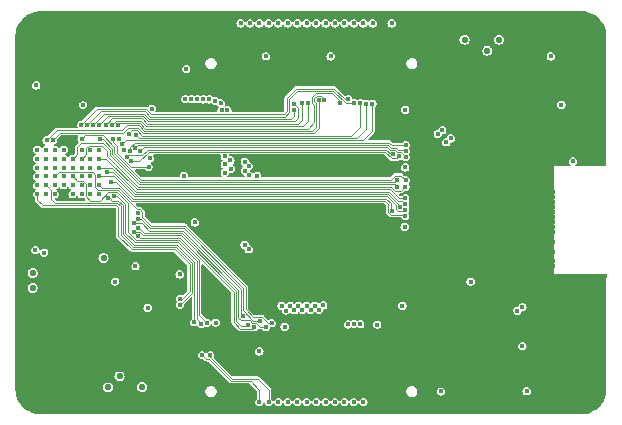
<source format=gbr>
%TF.GenerationSoftware,KiCad,Pcbnew,(6.0.4)*%
%TF.CreationDate,2023-02-01T13:33:48+08:00*%
%TF.ProjectId,Core_M4,436f7265-5f4d-4342-9e6b-696361645f70,rev?*%
%TF.SameCoordinates,Original*%
%TF.FileFunction,Copper,L2,Inr*%
%TF.FilePolarity,Positive*%
%FSLAX46Y46*%
G04 Gerber Fmt 4.6, Leading zero omitted, Abs format (unit mm)*
G04 Created by KiCad (PCBNEW (6.0.4)) date 2023-02-01 13:33:48*
%MOMM*%
%LPD*%
G01*
G04 APERTURE LIST*
%TA.AperFunction,ViaPad*%
%ADD10C,0.400000*%
%TD*%
%TA.AperFunction,ViaPad*%
%ADD11C,0.550000*%
%TD*%
%TA.AperFunction,Conductor*%
%ADD12C,0.100000*%
%TD*%
G04 APERTURE END LIST*
D10*
%TO.N,+3V3*%
X57010000Y-55170000D03*
D11*
X37260000Y-74820000D03*
D10*
X47000000Y-76480000D03*
X82030000Y-59270000D03*
D11*
X43260000Y-72260000D03*
D10*
X68570000Y-76290000D03*
X83010000Y-64080000D03*
X37650000Y-63100000D03*
X68802384Y-64581884D03*
X65000000Y-77870000D03*
X50990000Y-69240000D03*
X66440000Y-77890000D03*
X68810000Y-59700000D03*
X74340000Y-74250000D03*
D11*
X76720000Y-53770000D03*
D10*
X37570000Y-57640000D03*
X68760000Y-69620000D03*
X81130000Y-55190000D03*
X62480000Y-55190000D03*
X78730000Y-79710000D03*
X58600000Y-78080000D03*
D11*
X37260000Y-73530000D03*
D10*
X50070000Y-65280980D03*
X40650000Y-66850000D03*
X39900000Y-63100000D03*
X52770000Y-77720000D03*
X50270000Y-56260000D03*
D11*
X43660000Y-83210000D03*
D10*
%TO.N,GND*%
X84960000Y-63130000D03*
X81280000Y-67930000D03*
X83442572Y-73790000D03*
X78610000Y-55200000D03*
X37360000Y-80950000D03*
X81280000Y-66670000D03*
X47000000Y-78390000D03*
X74390000Y-76760000D03*
X38220000Y-74800000D03*
X85245144Y-73790000D03*
X82090643Y-73790000D03*
X57640000Y-77210000D03*
X46420000Y-57650000D03*
D11*
X46530000Y-82240000D03*
D10*
X85695793Y-73790000D03*
X81280000Y-70030000D03*
X53730000Y-77710000D03*
X77340000Y-62330000D03*
X40180000Y-57640000D03*
X68772668Y-65117332D03*
X68570000Y-77250000D03*
X81280000Y-68770000D03*
X81640000Y-73790000D03*
X76720000Y-54730000D03*
X71440000Y-60690000D03*
X81280000Y-70870000D03*
X68780000Y-70350500D03*
X81280000Y-72970000D03*
X81280000Y-71710000D03*
X81280000Y-69190000D03*
X61760000Y-81690000D03*
X84343858Y-73790000D03*
X44270000Y-70960000D03*
D11*
X73820000Y-54730000D03*
D10*
X77800000Y-71290000D03*
X81280000Y-67510000D03*
X76040000Y-83570000D03*
X77760000Y-78730000D03*
X65510000Y-77860000D03*
X81280000Y-69610000D03*
X83330000Y-83560000D03*
X81280000Y-67090000D03*
X83893215Y-73790000D03*
X74330000Y-73280000D03*
X40260000Y-72910000D03*
X81280000Y-68350000D03*
X50070000Y-64680000D03*
X50360000Y-69060000D03*
X82541286Y-73790000D03*
X81280000Y-72550000D03*
X40650000Y-63100000D03*
X82991929Y-73790000D03*
X39900000Y-66850000D03*
X57520000Y-55200000D03*
X84794501Y-73790000D03*
X63100000Y-55220000D03*
X47000000Y-75530000D03*
%TO.N,+5V*%
X56460000Y-80162000D03*
D11*
X73830000Y-53770000D03*
X46540000Y-83200000D03*
D10*
X67656000Y-52394000D03*
D11*
%TO.N,Net-(C10-Pad1)*%
X44620000Y-82280000D03*
D10*
%TO.N,/NRST*%
X62060000Y-84458000D03*
X79080000Y-83540000D03*
%TO.N,/FSMC_A19*%
X42150000Y-66100000D03*
X50950000Y-77700000D03*
X43637808Y-67178003D03*
%TO.N,/FSMC_A20*%
X42900000Y-63100000D03*
X44120499Y-67049509D03*
X51530000Y-77820000D03*
%TO.N,/FSMC_A21*%
X40650000Y-65350000D03*
X52023694Y-77744047D03*
%TO.N,/FSMC_A0*%
X45800000Y-69331822D03*
X37650000Y-65350000D03*
X55051747Y-77191489D03*
%TO.N,/FSMC_A1*%
X55500000Y-77890500D03*
X37650000Y-64600000D03*
X45800000Y-70030833D03*
%TO.N,/FSMC_A2*%
X37650000Y-63850000D03*
X56010000Y-78120000D03*
X46166463Y-70380343D03*
%TO.N,/FSMC_A3*%
X38400000Y-65350000D03*
X46193846Y-68982322D03*
X56509276Y-77630724D03*
%TO.N,/FSMC_A4*%
X38400000Y-64600000D03*
X57000000Y-78110000D03*
X46187564Y-69681322D03*
%TO.N,/FSMC_A5*%
X57500000Y-77770000D03*
X39150000Y-65350000D03*
%TO.N,/FSMC_A6*%
X39150000Y-64600000D03*
X67710134Y-68242449D03*
X43920980Y-65814067D03*
%TO.N,/FSMC_A7*%
X68369602Y-67936192D03*
X43560500Y-64970000D03*
X39900000Y-64600000D03*
%TO.N,/FSMC_A8*%
X42900000Y-66100000D03*
X68800000Y-68700000D03*
%TO.N,/FSMC_A9*%
X42900000Y-65350000D03*
X68810000Y-68200000D03*
%TO.N,/FSMC_A10*%
X68810000Y-67700497D03*
X42900000Y-64600000D03*
%TO.N,/FSMC_A11*%
X68810000Y-67200994D03*
X42900000Y-63850000D03*
%TO.N,/FSMC_D4*%
X40650000Y-63850000D03*
X68130000Y-66219503D03*
%TO.N,/FSMC_D5*%
X41399056Y-63850000D03*
X68820000Y-66220000D03*
%TO.N,/FSMC_D6*%
X68831689Y-65670622D03*
X41399067Y-62180981D03*
X41399056Y-63100000D03*
%TO.N,/FSMC_D7*%
X42150000Y-63100000D03*
X68120000Y-65660000D03*
X42960500Y-62201470D03*
%TO.N,/FSMC_D8*%
X68840000Y-63699503D03*
X46363609Y-63221353D03*
X38400000Y-66850000D03*
%TO.N,/FSMC_D9*%
X39150000Y-66850000D03*
X68840000Y-63200000D03*
X45941842Y-62953742D03*
%TO.N,/FSMC_D10*%
X68852484Y-62700653D03*
X45522728Y-63225489D03*
X39150000Y-66100000D03*
%TO.N,/FSMC_D11*%
X39900000Y-66100000D03*
X68292650Y-63646422D03*
X45629544Y-64073112D03*
%TO.N,/FSMC_D12*%
X40650000Y-66100000D03*
X67796014Y-63475011D03*
X45276342Y-63719910D03*
%TO.N,/FSMC_D13*%
X44846461Y-62573185D03*
X41399056Y-66100000D03*
X66024405Y-59200085D03*
%TO.N,/FSMC_D14*%
X41399056Y-66850000D03*
X65500000Y-59190000D03*
X46000000Y-61850500D03*
X45029500Y-63146566D03*
%TO.N,/FSMC_D15*%
X42150000Y-66850000D03*
X44531484Y-62185509D03*
X45398346Y-61781654D03*
X65000931Y-59169205D03*
%TO.N,/FSMC_A16*%
X64501532Y-59159011D03*
X41900497Y-60980000D03*
X40650000Y-64600000D03*
%TO.N,/FSMC_A17*%
X41370000Y-60980000D03*
X39900000Y-65350000D03*
X63980000Y-58809511D03*
%TO.N,/FSMC_A18*%
X42900000Y-66850000D03*
X44475000Y-60985000D03*
X63270000Y-59160000D03*
%TO.N,/FSMC_D0*%
X61969338Y-58847196D03*
X38446001Y-62299971D03*
X38400000Y-63100000D03*
%TO.N,/FSMC_D1*%
X61470000Y-58860000D03*
X38945502Y-62300989D03*
X39150000Y-63850000D03*
%TO.N,/FSMC_A12*%
X42150000Y-65350000D03*
X60576192Y-59167276D03*
X43970000Y-60980000D03*
%TO.N,/FSMC_A13*%
X60076718Y-59172587D03*
X42150000Y-64600000D03*
X43470497Y-60980000D03*
%TO.N,/FSMC_A14*%
X59383721Y-59698792D03*
X41399056Y-65350000D03*
X42400000Y-60980000D03*
%TO.N,/FSMC_A15*%
X41399056Y-64600000D03*
X59370500Y-59191303D03*
X42920000Y-60980000D03*
%TO.N,/FSMC_D2*%
X39150000Y-63100000D03*
%TO.N,/FSMC_D3*%
X39900000Y-63850000D03*
%TO.N,/FSMC_NOE*%
X37650000Y-66100000D03*
%TO.N,/FSMC_NWE*%
X42150000Y-63850000D03*
X47070000Y-64549500D03*
X44032134Y-62197866D03*
%TO.N,/FSMC_NE1*%
X46188350Y-68482850D03*
X38400000Y-63850000D03*
%TO.N,/BOOT0*%
X41530000Y-59300000D03*
X49699125Y-73649125D03*
%TO.N,/FSMC_NBL0*%
X37650000Y-66850000D03*
X49740000Y-75710000D03*
%TO.N,/FSMC_NBL1*%
X49740000Y-76209503D03*
X38400000Y-66100000D03*
%TO.N,/I2C2_SDA*%
X78720000Y-76400000D03*
X72669251Y-62134928D03*
%TO.N,/I2C2_SCL*%
X72290000Y-62460000D03*
X78310000Y-76720000D03*
%TO.N,/SPI2_SCK*%
X37490000Y-71585000D03*
X55200000Y-71120000D03*
%TO.N,/SPI2_NSS*%
X55550000Y-71520000D03*
X44240000Y-74250000D03*
%TO.N,/SPI2_MOSI*%
X38230000Y-71820000D03*
X64470000Y-77830000D03*
%TO.N,/SPI2_MISO*%
X63973553Y-77885161D03*
X45968466Y-72947966D03*
D11*
%TO.N,Net-(C36-Pad1)*%
X75760000Y-54700000D03*
D10*
%TO.N,/UART5_TX*%
X71940000Y-61430000D03*
X47360000Y-59610000D03*
%TO.N,/UART5_RX*%
X71558235Y-61752115D03*
X47170000Y-63810000D03*
%TO.N,/PA0*%
X71830000Y-83560000D03*
%TO.N,/PA13*%
X54860000Y-52392000D03*
%TO.N,/D+*%
X55660000Y-52392000D03*
%TO.N,/D-*%
X56460000Y-52392000D03*
%TO.N,/PA10*%
X57260000Y-52392000D03*
%TO.N,/PA9*%
X58060000Y-52394000D03*
%TO.N,/PA8*%
X58860000Y-52394000D03*
%TO.N,/PC9*%
X59660000Y-52394000D03*
%TO.N,/PC8*%
X60460000Y-52394000D03*
%TO.N,/PC7*%
X61260000Y-52394000D03*
%TO.N,/PC6*%
X62060000Y-52394000D03*
%TO.N,/PG8*%
X62860000Y-52394000D03*
%TO.N,/PG7*%
X63660000Y-52394000D03*
%TO.N,/PG6*%
X64460000Y-52394000D03*
%TO.N,/PB15*%
X65260000Y-52394000D03*
%TO.N,/PB14*%
X66060000Y-52394000D03*
%TO.N,/PA14*%
X50180000Y-58790000D03*
%TO.N,/PA15*%
X50703924Y-58801610D03*
%TO.N,/PC10*%
X51203182Y-58817249D03*
%TO.N,/PC11*%
X51702514Y-58830328D03*
%TO.N,/PD3*%
X52202016Y-58829992D03*
%TO.N,/PD6*%
X52704271Y-58957591D03*
%TO.N,/PG14*%
X53530000Y-64336580D03*
%TO.N,/PG13*%
X54010000Y-63987080D03*
%TO.N,/PG12*%
X53525380Y-63637580D03*
%TO.N,/PG11*%
X53752793Y-59746260D03*
%TO.N,/PG10*%
X53253290Y-59746260D03*
%TO.N,/PG9*%
X53203774Y-59157111D03*
%TO.N,/PB3*%
X54023133Y-64686091D03*
%TO.N,/PB4*%
X53530000Y-65035591D03*
%TO.N,/PB5*%
X55221170Y-64116670D03*
%TO.N,/PB6*%
X55571141Y-64473072D03*
%TO.N,/PB7*%
X55233892Y-64880380D03*
%TO.N,/PB8*%
X55556149Y-65262025D03*
%TO.N,/PB9*%
X56260000Y-65280000D03*
%TO.N,/PE6*%
X57260000Y-84458000D03*
X52280000Y-80470000D03*
%TO.N,/PF6*%
X58060000Y-84458000D03*
%TO.N,/PF7*%
X58860000Y-84458000D03*
%TO.N,/PF8*%
X59660000Y-84458000D03*
%TO.N,/PF9*%
X60460000Y-84458000D03*
%TO.N,/PF10*%
X61260000Y-84458000D03*
%TO.N,/PC1*%
X63660000Y-84458000D03*
%TO.N,/PC0*%
X62860000Y-84458000D03*
%TO.N,/PA2*%
X65260000Y-84458000D03*
%TO.N,/PA1*%
X64460000Y-84458000D03*
%TO.N,/PA3*%
X61860806Y-76253462D03*
%TO.N,/PA4*%
X61507844Y-76659113D03*
%TO.N,/PA5*%
X61158344Y-76300000D03*
%TO.N,/PA6*%
X60808844Y-76658094D03*
%TO.N,/PA7*%
X60459344Y-76294334D03*
%TO.N,/PC4*%
X60104113Y-76645495D03*
%TO.N,/PC5*%
X59753219Y-76290000D03*
%TO.N,/PB0*%
X59403719Y-76674705D03*
%TO.N,/PB1*%
X59054219Y-76302213D03*
%TO.N,/PB2*%
X58704719Y-76703669D03*
%TO.N,/PF11*%
X58340000Y-76290000D03*
%TO.N,/PE2*%
X56460000Y-84458000D03*
X51600000Y-80470000D03*
%TD*%
D12*
%TO.N,/FSMC_A19*%
X45833209Y-71128881D02*
X49463210Y-71128882D01*
X49463210Y-71128882D02*
X50950000Y-72615672D01*
X44494692Y-67399020D02*
X44900000Y-67804328D01*
X43637808Y-67178003D02*
X43770988Y-67178003D01*
X43770988Y-67178003D02*
X43770988Y-67194282D01*
X44900000Y-67804328D02*
X44900000Y-70195672D01*
X43770988Y-67194282D02*
X43975726Y-67399020D01*
X50950000Y-72615672D02*
X50950000Y-77700000D01*
X44900000Y-70195672D02*
X45833209Y-71128881D01*
X43975726Y-67399020D02*
X44494692Y-67399020D01*
%TO.N,/FSMC_A20*%
X51149520Y-77405236D02*
X51530000Y-77785716D01*
X51530000Y-77785716D02*
X51530000Y-77820000D01*
X45099520Y-70113028D02*
X45915853Y-70929361D01*
X45099520Y-67721685D02*
X45099520Y-70113028D01*
X44427345Y-67049509D02*
X45099520Y-67721685D01*
X45915853Y-70929361D02*
X49545855Y-70929363D01*
X51149520Y-72533028D02*
X51149520Y-77405236D01*
X44120499Y-67049509D02*
X44427345Y-67049509D01*
X49545855Y-70929363D02*
X51149520Y-72533028D01*
%TO.N,/FSMC_A21*%
X41780000Y-67050000D02*
X42129020Y-67399020D01*
X41550489Y-65750489D02*
X41780000Y-65980000D01*
X45299040Y-67639042D02*
X45299040Y-70030384D01*
X41050489Y-65750489D02*
X41550489Y-65750489D01*
X51349040Y-77069393D02*
X52023694Y-77744047D01*
X41780000Y-65980000D02*
X41780000Y-67050000D01*
X45998499Y-70729843D02*
X49629843Y-70729843D01*
X44359998Y-66699998D02*
X45299040Y-67639042D01*
X45299040Y-70030384D02*
X45998499Y-70729843D01*
X40650000Y-65350000D02*
X41050489Y-65750489D01*
X42129020Y-67399020D02*
X42922523Y-67399020D01*
X43621545Y-66699998D02*
X44359998Y-66699998D01*
X42922523Y-67399020D02*
X43621545Y-66699998D01*
X51349040Y-72449040D02*
X51349040Y-77069393D01*
X49629843Y-70729843D02*
X51349040Y-72449040D01*
%TO.N,/FSMC_A0*%
X54885009Y-77024751D02*
X54885009Y-74856354D01*
X49960415Y-69931760D02*
X47091760Y-69931760D01*
X55051747Y-77191489D02*
X54885009Y-77024751D01*
X47091760Y-69931760D02*
X46491822Y-69331822D01*
X54885009Y-74856354D02*
X49960415Y-69931760D01*
X46491822Y-69331822D02*
X45800000Y-69331822D01*
%TO.N,/FSMC_A1*%
X54485968Y-75021641D02*
X49795128Y-70330801D01*
X55350020Y-78040480D02*
X54922644Y-78040480D01*
X54922644Y-78040480D02*
X54485968Y-77603804D01*
X55500000Y-77890500D02*
X55350020Y-78040480D01*
X45800011Y-70030822D02*
X45800000Y-70030833D01*
X46311226Y-70030822D02*
X45800011Y-70030822D01*
X49795128Y-70330801D02*
X46611205Y-70330801D01*
X46611205Y-70330801D02*
X46311226Y-70030822D01*
X54485968Y-77603804D02*
X54485968Y-75021641D01*
%TO.N,/FSMC_A2*%
X54286449Y-75104286D02*
X49712487Y-70530324D01*
X46316444Y-70530324D02*
X46166463Y-70380343D01*
X54840000Y-78240000D02*
X54286449Y-77686449D01*
X49712487Y-70530324D02*
X46316444Y-70530324D01*
X54286449Y-77686449D02*
X54286449Y-75104286D01*
X55890000Y-78240000D02*
X54840000Y-78240000D01*
X56010000Y-78120000D02*
X55890000Y-78240000D01*
%TO.N,/FSMC_A3*%
X55084528Y-74773709D02*
X50043058Y-69732240D01*
X56449521Y-77570969D02*
X55956917Y-77570969D01*
X55956917Y-77570969D02*
X55084528Y-76698580D01*
X55084528Y-76698580D02*
X55084528Y-74773709D01*
X47174403Y-69732240D02*
X46424485Y-68982322D01*
X50043058Y-69732240D02*
X47174403Y-69732240D01*
X46424485Y-68982322D02*
X46193846Y-68982322D01*
X56509276Y-77630724D02*
X56449521Y-77570969D01*
%TO.N,/FSMC_A4*%
X54685489Y-77319515D02*
X54685489Y-74938998D01*
X56494284Y-78110000D02*
X56154773Y-77770489D01*
X55355216Y-77541000D02*
X54906974Y-77541000D01*
X49877773Y-70131282D02*
X46693849Y-70131281D01*
X46243890Y-69681322D02*
X46187564Y-69681322D01*
X46693849Y-70131281D02*
X46243890Y-69681322D01*
X55874272Y-77770488D02*
X55644773Y-77540989D01*
X55644773Y-77540989D02*
X55355227Y-77540989D01*
X55355227Y-77540989D02*
X55355216Y-77541000D01*
X54906974Y-77541000D02*
X54685489Y-77319515D01*
X56154773Y-77770489D02*
X55874272Y-77770488D01*
X54685489Y-74938998D02*
X49877773Y-70131282D01*
X57000000Y-78110000D02*
X56494284Y-78110000D01*
%TO.N,/FSMC_A5*%
X55949325Y-77281213D02*
X55284047Y-76615935D01*
X57500000Y-77770000D02*
X57200000Y-77770000D01*
X55284047Y-74691064D02*
X50125701Y-69532720D01*
X46091705Y-68133339D02*
X44458855Y-66500489D01*
X42345751Y-65000489D02*
X39499511Y-65000489D01*
X42550489Y-65205227D02*
X42345751Y-65000489D01*
X56711213Y-77281213D02*
X55949325Y-77281213D01*
X46537861Y-68338077D02*
X46333123Y-68133339D01*
X39499511Y-65000489D02*
X39150000Y-65350000D01*
X55284047Y-76615935D02*
X55284047Y-74691064D01*
X50125701Y-69532720D02*
X47257047Y-69532720D01*
X57200000Y-77770000D02*
X56711213Y-77281213D01*
X46537861Y-68813534D02*
X46537861Y-68338077D01*
X44458855Y-66500489D02*
X42806205Y-66500489D01*
X46333123Y-68133339D02*
X46091705Y-68133339D01*
X42806205Y-66500489D02*
X42550489Y-66244773D01*
X42550489Y-66244773D02*
X42550489Y-65205227D01*
X47257047Y-69532720D02*
X46537861Y-68813534D01*
%TO.N,/FSMC_A6*%
X44336758Y-65814067D02*
X43920980Y-65814067D01*
X45749331Y-67226638D02*
X44336758Y-65814067D01*
X67196675Y-67226638D02*
X45749331Y-67226638D01*
X67574246Y-68106561D02*
X67574246Y-67604209D01*
X67574246Y-67604209D02*
X67196675Y-67226638D01*
X67710134Y-68242449D02*
X67574246Y-68106561D01*
%TO.N,/FSMC_A7*%
X43560500Y-64970000D02*
X44057018Y-64970000D01*
X68369602Y-67835237D02*
X68369602Y-67936192D01*
X44057018Y-64970000D02*
X45914617Y-66827598D01*
X45914617Y-66827598D02*
X67361963Y-66827598D01*
X67361963Y-66827598D02*
X68369602Y-67835237D01*
%TO.N,/FSMC_A8*%
X67565361Y-68591960D02*
X67360623Y-68387222D01*
X68800000Y-68700000D02*
X68691960Y-68591960D01*
X67114031Y-67426158D02*
X45666688Y-67426158D01*
X68691960Y-68591960D02*
X67565361Y-68591960D01*
X67360623Y-68387222D02*
X67360623Y-67672750D01*
X44541500Y-66300970D02*
X43100970Y-66300970D01*
X43100970Y-66300970D02*
X42900000Y-66100000D01*
X45666688Y-67426158D02*
X44541500Y-66300970D01*
X67360623Y-67672750D02*
X67114031Y-67426158D01*
%TO.N,/FSMC_A9*%
X68600078Y-68200000D02*
X68514375Y-68285703D01*
X68020091Y-68080965D02*
X68020091Y-67767890D01*
X45831974Y-67027118D02*
X44154854Y-65350000D01*
X68224829Y-68285703D02*
X68020091Y-68080965D01*
X68810000Y-68200000D02*
X68600078Y-68200000D01*
X68514375Y-68285703D02*
X68224829Y-68285703D01*
X44154854Y-65350000D02*
X42900000Y-65350000D01*
X67279319Y-67027118D02*
X45831974Y-67027118D01*
X68020091Y-67767890D02*
X67279319Y-67027118D01*
%TO.N,/FSMC_A10*%
X68810000Y-67700497D02*
X68810000Y-67695278D01*
X68217042Y-67400513D02*
X67444608Y-66628079D01*
X68515236Y-67400514D02*
X68217042Y-67400513D01*
X43969182Y-64600000D02*
X42900000Y-64600000D01*
X45997262Y-66628079D02*
X43969182Y-64600000D01*
X68810000Y-67695278D02*
X68515236Y-67400514D01*
X67444608Y-66628079D02*
X45997262Y-66628079D01*
%TO.N,/FSMC_A11*%
X46079905Y-66428559D02*
X43501346Y-63850000D01*
X67527252Y-66428559D02*
X46079905Y-66428559D01*
X68299687Y-67200994D02*
X67527252Y-66428559D01*
X43501346Y-63850000D02*
X42900000Y-63850000D01*
X68810000Y-67200994D02*
X68299687Y-67200994D01*
%TO.N,/FSMC_D4*%
X40650000Y-63850000D02*
X41030000Y-63470000D01*
X43253134Y-62550970D02*
X43789520Y-63087356D01*
X67940017Y-66029520D02*
X68130000Y-66219503D01*
X43789520Y-63087356D02*
X43789523Y-63573850D01*
X41030000Y-63470000D02*
X41030000Y-62890000D01*
X43789523Y-63573850D02*
X46245193Y-66029520D01*
X41030000Y-62890000D02*
X41369030Y-62550970D01*
X41369030Y-62550970D02*
X43253134Y-62550970D01*
X46245193Y-66029520D02*
X67940017Y-66029520D01*
%TO.N,/FSMC_D5*%
X67974871Y-66594014D02*
X68445986Y-66594014D01*
X41780000Y-63469056D02*
X41780000Y-62975716D01*
X42005227Y-62750489D02*
X43170489Y-62750489D01*
X46162550Y-66229040D02*
X67609897Y-66229040D01*
X41399056Y-63850000D02*
X41780000Y-63469056D01*
X43590000Y-63170000D02*
X43590000Y-63656490D01*
X43590000Y-63656490D02*
X46162550Y-66229040D01*
X43170489Y-62750489D02*
X43590000Y-63170000D01*
X67609897Y-66229040D02*
X67974871Y-66594014D01*
X41780000Y-62975716D02*
X42005227Y-62750489D01*
X68445986Y-66594014D02*
X68820000Y-66220000D01*
%TO.N,/FSMC_D6*%
X43190000Y-61850000D02*
X44188560Y-62848560D01*
X41399067Y-62180981D02*
X41730048Y-61850000D01*
X68446556Y-65285489D02*
X68831689Y-65670622D01*
X44188560Y-62848560D02*
X44188560Y-63408560D01*
X67964871Y-65285489D02*
X68446556Y-65285489D01*
X46410480Y-65630480D02*
X67619880Y-65630480D01*
X67619880Y-65630480D02*
X67964871Y-65285489D01*
X44188560Y-63408560D02*
X46410480Y-65630480D01*
X41730048Y-61850000D02*
X43190000Y-61850000D01*
%TO.N,/FSMC_D7*%
X43185797Y-62201470D02*
X43989040Y-63004713D01*
X46327837Y-65830000D02*
X67950000Y-65830000D01*
X42960500Y-62201470D02*
X43185797Y-62201470D01*
X43989041Y-63491205D02*
X46327837Y-65830000D01*
X43989040Y-63004713D02*
X43989041Y-63491205D01*
X67950000Y-65830000D02*
X68120000Y-65660000D01*
%TO.N,/FSMC_D8*%
X68414527Y-63274030D02*
X68089318Y-63274030D01*
X68089318Y-63274030D02*
X67940787Y-63125500D01*
X67940787Y-63125500D02*
X67516547Y-63125500D01*
X46695922Y-62889040D02*
X46363609Y-63221353D01*
X67516547Y-63125500D02*
X67280088Y-62889041D01*
X67280088Y-62889041D02*
X46695922Y-62889040D01*
X68840000Y-63699503D02*
X68414527Y-63274030D01*
%TO.N,/FSMC_D9*%
X68023431Y-62925980D02*
X67599191Y-62925980D01*
X68171961Y-63074510D02*
X68023431Y-62925980D01*
X67599191Y-62925980D02*
X67362731Y-62689520D01*
X68714510Y-63074510D02*
X68171961Y-63074510D01*
X68840000Y-63200000D02*
X68714510Y-63074510D01*
X67362731Y-62689520D02*
X46206064Y-62689520D01*
X46206064Y-62689520D02*
X45941842Y-62953742D01*
%TO.N,/FSMC_D10*%
X67280086Y-62490001D02*
X45909999Y-62490001D01*
X67681835Y-62726460D02*
X67445374Y-62490000D01*
X45909999Y-62490001D02*
X45522728Y-62877272D01*
X67445374Y-62490000D02*
X67280086Y-62490001D01*
X45522728Y-62877272D02*
X45522728Y-63225489D01*
X68852484Y-62700653D02*
X68826677Y-62726460D01*
X68826677Y-62726460D02*
X67681835Y-62726460D01*
%TO.N,/FSMC_D11*%
X67651241Y-63824522D02*
X67114799Y-63288080D01*
X67114799Y-63288080D02*
X47073330Y-63288080D01*
X68292650Y-63646422D02*
X68114550Y-63824522D01*
X68114550Y-63824522D02*
X67651241Y-63824522D01*
X46288298Y-64073112D02*
X45629544Y-64073112D01*
X47073330Y-63288080D02*
X46288298Y-64073112D01*
%TO.N,/FSMC_D12*%
X67796014Y-63475011D02*
X67583894Y-63475011D01*
X67197443Y-63088560D02*
X46990686Y-63088560D01*
X45421263Y-63574989D02*
X45276342Y-63719910D01*
X67583894Y-63475011D02*
X67197443Y-63088560D01*
X46990686Y-63088560D02*
X46504257Y-63574989D01*
X46504257Y-63574989D02*
X45421263Y-63574989D01*
%TO.N,/FSMC_D13*%
X65239520Y-62290480D02*
X66024405Y-61505595D01*
X45129166Y-62290480D02*
X65239520Y-62290480D01*
X66024405Y-61505595D02*
X66024405Y-59200085D01*
X44846461Y-62573185D02*
X45129166Y-62290480D01*
%TO.N,/FSMC_D14*%
X46000000Y-61850500D02*
X46240460Y-62090960D01*
X64729040Y-62090960D02*
X65500000Y-61320000D01*
X65500000Y-61320000D02*
X65500000Y-59190000D01*
X46240460Y-62090960D02*
X64729040Y-62090960D01*
%TO.N,/FSMC_D15*%
X65000931Y-61129069D02*
X64238560Y-61891440D01*
X64238560Y-61891440D02*
X46535224Y-61891440D01*
X46535224Y-61891440D02*
X46077354Y-61433570D01*
X45398346Y-61681654D02*
X45398346Y-61781654D01*
X65000931Y-59169205D02*
X65000931Y-61129069D01*
X46077354Y-61433570D02*
X45646430Y-61433570D01*
X45646430Y-61433570D02*
X45398346Y-61681654D01*
%TO.N,/FSMC_A16*%
X47217932Y-60295280D02*
X58616885Y-60295279D01*
X41900497Y-60980000D02*
X43043084Y-59837413D01*
X46760065Y-59837413D02*
X47217932Y-60295280D01*
X58979999Y-59932165D02*
X58980000Y-58800000D01*
X58616885Y-60295279D02*
X58979999Y-59932165D01*
X43043084Y-59837413D02*
X46760065Y-59837413D01*
X59668549Y-58111451D02*
X62715735Y-58111451D01*
X62715735Y-58111451D02*
X63763295Y-59159011D01*
X58980000Y-58800000D02*
X59668549Y-58111451D01*
X63763295Y-59159011D02*
X64501532Y-59159011D01*
%TO.N,/FSMC_A17*%
X58534240Y-60095760D02*
X58780479Y-59849521D01*
X41370000Y-60980000D02*
X42712106Y-59637894D01*
X59585906Y-57911931D02*
X62798380Y-57911932D01*
X63695959Y-58809511D02*
X63980000Y-58809511D01*
X42712106Y-59637894D02*
X46842710Y-59637894D01*
X46842710Y-59637894D02*
X47300576Y-60095760D01*
X58780479Y-59849521D02*
X58780479Y-58717358D01*
X47300576Y-60095760D02*
X58534240Y-60095760D01*
X62798380Y-57911932D02*
X63695959Y-58809511D01*
X58780479Y-58717358D02*
X59585906Y-57911931D01*
%TO.N,/FSMC_A18*%
X44624991Y-60835009D02*
X44475000Y-60985000D01*
X61080960Y-60779040D02*
X60567120Y-61292880D01*
X60920970Y-58632582D02*
X60920969Y-59110009D01*
X46783156Y-61292880D02*
X46325286Y-60835010D01*
X63270000Y-59160000D02*
X63270000Y-58947880D01*
X62633090Y-58310970D02*
X61242582Y-58310970D01*
X60567120Y-61292880D02*
X46783156Y-61292880D01*
X61242582Y-58310970D02*
X60920970Y-58632582D01*
X63270000Y-58947880D02*
X62633090Y-58310970D01*
X46325286Y-60835010D02*
X44624991Y-60835009D01*
X61080960Y-59270000D02*
X61080960Y-60779040D01*
X60920969Y-59110009D02*
X61080960Y-59270000D01*
%TO.N,/FSMC_D0*%
X61120489Y-58715227D02*
X61120489Y-59004773D01*
X45233307Y-61034529D02*
X44816875Y-61450961D01*
X61280480Y-59164764D02*
X61280480Y-61139520D01*
X61325227Y-58510489D02*
X61120489Y-58715227D01*
X61969338Y-58847196D02*
X61632631Y-58510489D01*
X39281856Y-61450961D02*
X38446001Y-62286816D01*
X60927600Y-61492400D02*
X46700512Y-61492400D01*
X61632631Y-58510489D02*
X61325227Y-58510489D01*
X46700512Y-61492400D02*
X46242642Y-61034530D01*
X38446001Y-62286816D02*
X38446001Y-62299971D01*
X44816875Y-61450961D02*
X39281856Y-61450961D01*
X61280480Y-61139520D02*
X60927600Y-61492400D01*
X46242642Y-61034530D02*
X45233307Y-61034529D01*
X61120489Y-59004773D02*
X61280480Y-59164764D01*
%TO.N,/FSMC_D1*%
X46159998Y-61234050D02*
X45315951Y-61234049D01*
X39596010Y-61650481D02*
X38945502Y-62300989D01*
X45315951Y-61234049D02*
X44899519Y-61650481D01*
X61480000Y-58870000D02*
X61480000Y-61280000D01*
X46617868Y-61691920D02*
X46159998Y-61234050D01*
X44899519Y-61650481D02*
X39596010Y-61650481D01*
X61068080Y-61691920D02*
X46617868Y-61691920D01*
X61470000Y-58860000D02*
X61480000Y-58870000D01*
X61480000Y-61280000D02*
X61068080Y-61691920D01*
%TO.N,/FSMC_A12*%
X46407929Y-60635490D02*
X46865799Y-61093360D01*
X43970000Y-60980000D02*
X44314511Y-60635489D01*
X60576192Y-60673808D02*
X60576192Y-59167276D01*
X46865799Y-61093360D02*
X60156640Y-61093360D01*
X60156640Y-61093360D02*
X60576192Y-60673808D01*
X44314511Y-60635489D02*
X46407929Y-60635490D01*
%TO.N,/FSMC_A13*%
X59726160Y-60893840D02*
X60076718Y-60543282D01*
X46948443Y-60893840D02*
X59726160Y-60893840D01*
X44014527Y-60435970D02*
X46490573Y-60435970D01*
X60076718Y-60543282D02*
X60076718Y-59172587D01*
X46490573Y-60435970D02*
X46948443Y-60893840D01*
X43470497Y-60980000D02*
X44014527Y-60435970D01*
%TO.N,/FSMC_A14*%
X59125200Y-60494800D02*
X59383721Y-60236279D01*
X47135288Y-60494800D02*
X59125200Y-60494800D01*
X46677420Y-60036932D02*
X47135288Y-60494800D01*
X43343068Y-60036932D02*
X46677420Y-60036932D01*
X59383721Y-60236279D02*
X59383721Y-59698792D01*
X42400000Y-60980000D02*
X43343068Y-60036932D01*
%TO.N,/FSMC_A15*%
X59733232Y-59554035D02*
X59370500Y-59191303D01*
X59435680Y-60694320D02*
X59733232Y-60396768D01*
X47052644Y-60694320D02*
X59435680Y-60694320D01*
X59733232Y-60396768D02*
X59733232Y-59554035D01*
X43663549Y-60236451D02*
X46594775Y-60236451D01*
X42920000Y-60980000D02*
X43663549Y-60236451D01*
X46594775Y-60236451D02*
X47052644Y-60694320D01*
%TO.N,/FSMC_NWE*%
X44388080Y-63325916D02*
X44388080Y-62765917D01*
X44388080Y-62765917D02*
X44032134Y-62409971D01*
X47070000Y-64549500D02*
X45611664Y-64549500D01*
X45611664Y-64549500D02*
X44388080Y-63325916D01*
X44032134Y-62409971D02*
X44032134Y-62197866D01*
%TO.N,/FSMC_NBL0*%
X37650000Y-67350000D02*
X37650000Y-66850000D01*
X49940000Y-75700000D02*
X50550960Y-75089040D01*
X50550960Y-72780960D02*
X49297920Y-71527920D01*
X49750000Y-75700000D02*
X49940000Y-75700000D01*
X38098060Y-67798060D02*
X37650000Y-67350000D01*
X49297920Y-71527920D02*
X45667920Y-71527920D01*
X44329404Y-67798060D02*
X38098060Y-67798060D01*
X44500960Y-67969616D02*
X44329404Y-67798060D01*
X44500960Y-70360960D02*
X44500960Y-67969616D01*
X45667920Y-71527920D02*
X44500960Y-70360960D01*
X49740000Y-75710000D02*
X49750000Y-75700000D01*
X50550960Y-75089040D02*
X50550960Y-72780960D01*
%TO.N,/FSMC_NBL1*%
X44700480Y-70278316D02*
X44700480Y-67886972D01*
X49380565Y-71328401D02*
X45750565Y-71328401D01*
X50750479Y-72698315D02*
X49380565Y-71328401D01*
X44700480Y-67886972D02*
X44412048Y-67598540D01*
X49740000Y-76209503D02*
X49884773Y-76064730D01*
X45750565Y-71328401D02*
X44700480Y-70278316D01*
X50750479Y-75193805D02*
X50750479Y-72698315D01*
X49884773Y-76059511D02*
X50750479Y-75193805D01*
X39148540Y-67598540D02*
X38800489Y-67250489D01*
X44412048Y-67598540D02*
X39148540Y-67598540D01*
X38800489Y-67250489D02*
X38800489Y-66500489D01*
X49884773Y-76064730D02*
X49884773Y-76059511D01*
X38800489Y-66500489D02*
X38400000Y-66100000D01*
%TO.N,/PE6*%
X52280000Y-80470000D02*
X52280000Y-80653522D01*
X54106478Y-82480000D02*
X56310000Y-82480000D01*
X56310000Y-82480000D02*
X57260000Y-83430000D01*
X57260000Y-83430000D02*
X57260000Y-84458000D01*
X52280000Y-80653522D02*
X54106478Y-82480000D01*
%TO.N,/PE2*%
X51949511Y-80819511D02*
X52163825Y-80819511D01*
X55719520Y-82679520D02*
X56460000Y-83420000D01*
X52163825Y-80819511D02*
X54023835Y-82679520D01*
X54189123Y-82679519D02*
X55719520Y-82679520D01*
X54023835Y-82679520D02*
X54189123Y-82679519D01*
X56460000Y-83420000D02*
X56460000Y-84458000D01*
X51600000Y-80470000D02*
X51949511Y-80819511D01*
%TD*%
%TA.AperFunction,Conductor*%
%TO.N,GND*%
G36*
X83679591Y-51343023D02*
G01*
X83689986Y-51345809D01*
X83699396Y-51343288D01*
X83707418Y-51343289D01*
X83718155Y-51342204D01*
X83944796Y-51355918D01*
X83953651Y-51356994D01*
X84076996Y-51379583D01*
X84200339Y-51402172D01*
X84209006Y-51404306D01*
X84448473Y-51478862D01*
X84456820Y-51482025D01*
X84685555Y-51584866D01*
X84693460Y-51589010D01*
X84699921Y-51592911D01*
X84908163Y-51718651D01*
X84915499Y-51723708D01*
X85113029Y-51878257D01*
X85119714Y-51884171D01*
X85297191Y-52061371D01*
X85303116Y-52068047D01*
X85457971Y-52265332D01*
X85463049Y-52272674D01*
X85584577Y-52473231D01*
X85593018Y-52487162D01*
X85597174Y-52495058D01*
X85628533Y-52564516D01*
X85700377Y-52723646D01*
X85703552Y-52731987D01*
X85706167Y-52740341D01*
X85778483Y-52971338D01*
X85780626Y-52979983D01*
X85781454Y-52984462D01*
X85826191Y-53226606D01*
X85827280Y-53235460D01*
X85834972Y-53359369D01*
X85841359Y-53462257D01*
X85840337Y-53472537D01*
X85840351Y-53480843D01*
X85837845Y-53490257D01*
X85840382Y-53499663D01*
X85840601Y-53500475D01*
X85843154Y-53519746D01*
X85843154Y-64426000D01*
X85825841Y-64473566D01*
X85782004Y-64498876D01*
X85769154Y-64500000D01*
X83261858Y-64500000D01*
X83214292Y-64482687D01*
X83188982Y-64438850D01*
X83197772Y-64389000D01*
X83216569Y-64368123D01*
X83218587Y-64367095D01*
X83297095Y-64288587D01*
X83299736Y-64283404D01*
X83299738Y-64283401D01*
X83344856Y-64194851D01*
X83344857Y-64194849D01*
X83347500Y-64189661D01*
X83364869Y-64080000D01*
X83347500Y-63970339D01*
X83343706Y-63962892D01*
X83299738Y-63876599D01*
X83299736Y-63876596D01*
X83297095Y-63871413D01*
X83218587Y-63792905D01*
X83213404Y-63790264D01*
X83213401Y-63790262D01*
X83124851Y-63745144D01*
X83124849Y-63745143D01*
X83119661Y-63742500D01*
X83010000Y-63725131D01*
X82900339Y-63742500D01*
X82895151Y-63745143D01*
X82895149Y-63745144D01*
X82806599Y-63790262D01*
X82806596Y-63790264D01*
X82801413Y-63792905D01*
X82722905Y-63871413D01*
X82720264Y-63876596D01*
X82720262Y-63876599D01*
X82676294Y-63962892D01*
X82672500Y-63970339D01*
X82655131Y-64080000D01*
X82672500Y-64189661D01*
X82675143Y-64194849D01*
X82675144Y-64194851D01*
X82720262Y-64283401D01*
X82720264Y-64283404D01*
X82722905Y-64288587D01*
X82801413Y-64367095D01*
X82802746Y-64367774D01*
X82829944Y-64408099D01*
X82824652Y-64458440D01*
X82788240Y-64493603D01*
X82758142Y-64500000D01*
X81390000Y-64500000D01*
X81400000Y-73640000D01*
X85769154Y-73640000D01*
X85816720Y-73657313D01*
X85842030Y-73701150D01*
X85843154Y-73714000D01*
X85843154Y-83310443D01*
X85840633Y-83329594D01*
X85837845Y-83340000D01*
X85840366Y-83349409D01*
X85840366Y-83357439D01*
X85841450Y-83368169D01*
X85827752Y-83594622D01*
X85826675Y-83603493D01*
X85781499Y-83850005D01*
X85779360Y-83858681D01*
X85704803Y-84097942D01*
X85701635Y-84106295D01*
X85637223Y-84249413D01*
X85598780Y-84334828D01*
X85594632Y-84342733D01*
X85464968Y-84557221D01*
X85459901Y-84564560D01*
X85384030Y-84661401D01*
X85305333Y-84761848D01*
X85299407Y-84768536D01*
X85122200Y-84945739D01*
X85115511Y-84951665D01*
X84918231Y-85106220D01*
X84910877Y-85111296D01*
X84696406Y-85240945D01*
X84688493Y-85245098D01*
X84459961Y-85347947D01*
X84451606Y-85351116D01*
X84212334Y-85425672D01*
X84203658Y-85427810D01*
X83957152Y-85472980D01*
X83948281Y-85474057D01*
X83721686Y-85487759D01*
X83711332Y-85486713D01*
X83703067Y-85486713D01*
X83693657Y-85484191D01*
X83683249Y-85486979D01*
X83664101Y-85489500D01*
X37989508Y-85489500D01*
X37970386Y-85486987D01*
X37969344Y-85486708D01*
X37969343Y-85486708D01*
X37959933Y-85484191D01*
X37950524Y-85486716D01*
X37942518Y-85486720D01*
X37931766Y-85487812D01*
X37797141Y-85479745D01*
X37704775Y-85474211D01*
X37695924Y-85473142D01*
X37695036Y-85472980D01*
X37448852Y-85428077D01*
X37440193Y-85425951D01*
X37439295Y-85425672D01*
X37389622Y-85410253D01*
X37200341Y-85351498D01*
X37192001Y-85348347D01*
X36962838Y-85245586D01*
X36954937Y-85241454D01*
X36739794Y-85111875D01*
X36732447Y-85106823D01*
X36731674Y-85106220D01*
X36534459Y-84952315D01*
X36527775Y-84946419D01*
X36349796Y-84769208D01*
X36343869Y-84762548D01*
X36299169Y-84705778D01*
X36188499Y-84565223D01*
X36183425Y-84557914D01*
X36055959Y-84348339D01*
X36052911Y-84343327D01*
X36048745Y-84335443D01*
X35944997Y-84106737D01*
X35941809Y-84098411D01*
X35878489Y-83897500D01*
X35866313Y-83858867D01*
X35864151Y-83850220D01*
X35859061Y-83822979D01*
X35844190Y-83743401D01*
X35818018Y-83603349D01*
X35816911Y-83594502D01*
X35802323Y-83367524D01*
X35803356Y-83356898D01*
X35803324Y-83348810D01*
X35805808Y-83339393D01*
X35803097Y-83329431D01*
X35800500Y-83310000D01*
X35800500Y-83210000D01*
X43229196Y-83210000D01*
X43230107Y-83215752D01*
X43249369Y-83337371D01*
X43249370Y-83337374D01*
X43250281Y-83343126D01*
X43252926Y-83348317D01*
X43252927Y-83348320D01*
X43308826Y-83458028D01*
X43308828Y-83458030D01*
X43311472Y-83463220D01*
X43406780Y-83558528D01*
X43411970Y-83561172D01*
X43411972Y-83561174D01*
X43521680Y-83617073D01*
X43521683Y-83617074D01*
X43526874Y-83619719D01*
X43532626Y-83620630D01*
X43532629Y-83620631D01*
X43654248Y-83639893D01*
X43660000Y-83640804D01*
X43665752Y-83639893D01*
X43787371Y-83620631D01*
X43787374Y-83620630D01*
X43793126Y-83619719D01*
X43798317Y-83617074D01*
X43798320Y-83617073D01*
X43908028Y-83561174D01*
X43908030Y-83561172D01*
X43913220Y-83558528D01*
X44008528Y-83463220D01*
X44011172Y-83458030D01*
X44011174Y-83458028D01*
X44067073Y-83348320D01*
X44067074Y-83348317D01*
X44069719Y-83343126D01*
X44070630Y-83337374D01*
X44070631Y-83337371D01*
X44089893Y-83215752D01*
X44090804Y-83210000D01*
X44089220Y-83200000D01*
X46109196Y-83200000D01*
X46110107Y-83205752D01*
X46129369Y-83327371D01*
X46129370Y-83327374D01*
X46130281Y-83333126D01*
X46132926Y-83338317D01*
X46132927Y-83338320D01*
X46188826Y-83448028D01*
X46188828Y-83448030D01*
X46191472Y-83453220D01*
X46286780Y-83548528D01*
X46291970Y-83551172D01*
X46291972Y-83551174D01*
X46401680Y-83607073D01*
X46401683Y-83607074D01*
X46406874Y-83609719D01*
X46412626Y-83610630D01*
X46412629Y-83610631D01*
X46534248Y-83629893D01*
X46540000Y-83630804D01*
X46545752Y-83629893D01*
X46575409Y-83625196D01*
X51884055Y-83625196D01*
X51921484Y-83756158D01*
X51994165Y-83871350D01*
X51998114Y-83874838D01*
X51998116Y-83874840D01*
X52040958Y-83912676D01*
X52096255Y-83961513D01*
X52101024Y-83963752D01*
X52101027Y-83963754D01*
X52200460Y-84010437D01*
X52219548Y-84019399D01*
X52322956Y-84035500D01*
X52394145Y-84035500D01*
X52396740Y-84035128D01*
X52396745Y-84035128D01*
X52489613Y-84021828D01*
X52494829Y-84021081D01*
X52552006Y-83995084D01*
X52614020Y-83966889D01*
X52614023Y-83966887D01*
X52618820Y-83964706D01*
X52622810Y-83961268D01*
X52622813Y-83961266D01*
X52718014Y-83879234D01*
X52722004Y-83875796D01*
X52732975Y-83858871D01*
X52793221Y-83765923D01*
X52793222Y-83765922D01*
X52796087Y-83761501D01*
X52835113Y-83631006D01*
X52835945Y-83494804D01*
X52798516Y-83363842D01*
X52725835Y-83248650D01*
X52721886Y-83245162D01*
X52721884Y-83245160D01*
X52670749Y-83200000D01*
X52623745Y-83158487D01*
X52618976Y-83156248D01*
X52618973Y-83156246D01*
X52505225Y-83102842D01*
X52500452Y-83100601D01*
X52397044Y-83084500D01*
X52325855Y-83084500D01*
X52323260Y-83084872D01*
X52323255Y-83084872D01*
X52230387Y-83098172D01*
X52225171Y-83098919D01*
X52167994Y-83124916D01*
X52105980Y-83153111D01*
X52105977Y-83153113D01*
X52101180Y-83155294D01*
X52097190Y-83158732D01*
X52097187Y-83158734D01*
X52037691Y-83210000D01*
X51997996Y-83244204D01*
X51995132Y-83248623D01*
X51995130Y-83248625D01*
X51926779Y-83354077D01*
X51923913Y-83358499D01*
X51884887Y-83488994D01*
X51884540Y-83545752D01*
X51884105Y-83617073D01*
X51884055Y-83625196D01*
X46575409Y-83625196D01*
X46667371Y-83610631D01*
X46667374Y-83610630D01*
X46673126Y-83609719D01*
X46678317Y-83607074D01*
X46678320Y-83607073D01*
X46788028Y-83551174D01*
X46788030Y-83551172D01*
X46793220Y-83548528D01*
X46888528Y-83453220D01*
X46891172Y-83448030D01*
X46891174Y-83448028D01*
X46947073Y-83338320D01*
X46947074Y-83338317D01*
X46949719Y-83333126D01*
X46950630Y-83327374D01*
X46950631Y-83327371D01*
X46969893Y-83205752D01*
X46970804Y-83200000D01*
X46955061Y-83100601D01*
X46950631Y-83072629D01*
X46950630Y-83072626D01*
X46949719Y-83066874D01*
X46896269Y-82961972D01*
X46891174Y-82951972D01*
X46891172Y-82951970D01*
X46888528Y-82946780D01*
X46793220Y-82851472D01*
X46788030Y-82848828D01*
X46788028Y-82848826D01*
X46678320Y-82792927D01*
X46678317Y-82792926D01*
X46673126Y-82790281D01*
X46667374Y-82789370D01*
X46667371Y-82789369D01*
X46545752Y-82770107D01*
X46540000Y-82769196D01*
X46534248Y-82770107D01*
X46412629Y-82789369D01*
X46412626Y-82789370D01*
X46406874Y-82790281D01*
X46401683Y-82792926D01*
X46401680Y-82792927D01*
X46291972Y-82848826D01*
X46291970Y-82848828D01*
X46286780Y-82851472D01*
X46191472Y-82946780D01*
X46188828Y-82951970D01*
X46188826Y-82951972D01*
X46183731Y-82961972D01*
X46130281Y-83066874D01*
X46129370Y-83072626D01*
X46129369Y-83072629D01*
X46124939Y-83100601D01*
X46109196Y-83200000D01*
X44089220Y-83200000D01*
X44088309Y-83194248D01*
X44070631Y-83082629D01*
X44070630Y-83082626D01*
X44069719Y-83076874D01*
X44064624Y-83066874D01*
X44011174Y-82961972D01*
X44011172Y-82961970D01*
X44008528Y-82956780D01*
X43913220Y-82861472D01*
X43908030Y-82858828D01*
X43908028Y-82858826D01*
X43798320Y-82802927D01*
X43798317Y-82802926D01*
X43793126Y-82800281D01*
X43787374Y-82799370D01*
X43787371Y-82799369D01*
X43665752Y-82780107D01*
X43660000Y-82779196D01*
X43654248Y-82780107D01*
X43532629Y-82799369D01*
X43532626Y-82799370D01*
X43526874Y-82800281D01*
X43521683Y-82802926D01*
X43521680Y-82802927D01*
X43411972Y-82858826D01*
X43411970Y-82858828D01*
X43406780Y-82861472D01*
X43311472Y-82956780D01*
X43308828Y-82961970D01*
X43308826Y-82961972D01*
X43255376Y-83066874D01*
X43250281Y-83076874D01*
X43249370Y-83082626D01*
X43249369Y-83082629D01*
X43231691Y-83194248D01*
X43229196Y-83210000D01*
X35800500Y-83210000D01*
X35800500Y-82280000D01*
X44189196Y-82280000D01*
X44190107Y-82285752D01*
X44209369Y-82407371D01*
X44209370Y-82407374D01*
X44210281Y-82413126D01*
X44212926Y-82418317D01*
X44212927Y-82418320D01*
X44268826Y-82528028D01*
X44268828Y-82528030D01*
X44271472Y-82533220D01*
X44366780Y-82628528D01*
X44371970Y-82631172D01*
X44371972Y-82631174D01*
X44481680Y-82687073D01*
X44481683Y-82687074D01*
X44486874Y-82689719D01*
X44492626Y-82690630D01*
X44492629Y-82690631D01*
X44614248Y-82709893D01*
X44620000Y-82710804D01*
X44625752Y-82709893D01*
X44747371Y-82690631D01*
X44747374Y-82690630D01*
X44753126Y-82689719D01*
X44758317Y-82687074D01*
X44758320Y-82687073D01*
X44868028Y-82631174D01*
X44868030Y-82631172D01*
X44873220Y-82628528D01*
X44968528Y-82533220D01*
X44971172Y-82528030D01*
X44971174Y-82528028D01*
X45027073Y-82418320D01*
X45027074Y-82418317D01*
X45029719Y-82413126D01*
X45030630Y-82407374D01*
X45030631Y-82407371D01*
X45049893Y-82285752D01*
X45050804Y-82280000D01*
X45047292Y-82257826D01*
X45030631Y-82152629D01*
X45030630Y-82152626D01*
X45029719Y-82146874D01*
X45027073Y-82141680D01*
X44971174Y-82031972D01*
X44971172Y-82031970D01*
X44968528Y-82026780D01*
X44873220Y-81931472D01*
X44868030Y-81928828D01*
X44868028Y-81928826D01*
X44758320Y-81872927D01*
X44758317Y-81872926D01*
X44753126Y-81870281D01*
X44747374Y-81869370D01*
X44747371Y-81869369D01*
X44625752Y-81850107D01*
X44620000Y-81849196D01*
X44614248Y-81850107D01*
X44492629Y-81869369D01*
X44492626Y-81869370D01*
X44486874Y-81870281D01*
X44481683Y-81872926D01*
X44481680Y-81872927D01*
X44371972Y-81928826D01*
X44371970Y-81928828D01*
X44366780Y-81931472D01*
X44271472Y-82026780D01*
X44268828Y-82031970D01*
X44268826Y-82031972D01*
X44212927Y-82141680D01*
X44210281Y-82146874D01*
X44209370Y-82152626D01*
X44209369Y-82152629D01*
X44192708Y-82257826D01*
X44189196Y-82280000D01*
X35800500Y-82280000D01*
X35800500Y-80470000D01*
X51245131Y-80470000D01*
X51262500Y-80579661D01*
X51265143Y-80584849D01*
X51265144Y-80584851D01*
X51310262Y-80673401D01*
X51310264Y-80673404D01*
X51312905Y-80678587D01*
X51391413Y-80757095D01*
X51396596Y-80759736D01*
X51396599Y-80759738D01*
X51485149Y-80804856D01*
X51485151Y-80804857D01*
X51490339Y-80807500D01*
X51600000Y-80824869D01*
X51605751Y-80823958D01*
X51605752Y-80823958D01*
X51624326Y-80821016D01*
X51674015Y-80830674D01*
X51688229Y-80841779D01*
X51776087Y-80929637D01*
X51781675Y-80935898D01*
X51784955Y-80940022D01*
X51788563Y-80947535D01*
X51795071Y-80952740D01*
X51795073Y-80952742D01*
X51812428Y-80966621D01*
X51818537Y-80972087D01*
X51823719Y-80977269D01*
X51827234Y-80979479D01*
X51827235Y-80979479D01*
X51829620Y-80980978D01*
X51836449Y-80985830D01*
X51860003Y-81004667D01*
X51868127Y-81006535D01*
X51871244Y-81008042D01*
X51874486Y-81009177D01*
X51881539Y-81013610D01*
X51889815Y-81014546D01*
X51889816Y-81014546D01*
X51911507Y-81016998D01*
X51919760Y-81018408D01*
X51926730Y-81020011D01*
X51933992Y-81020011D01*
X51942304Y-81020479D01*
X51964153Y-81022949D01*
X51964154Y-81022949D01*
X51972435Y-81023885D01*
X51980304Y-81021137D01*
X51986229Y-81020472D01*
X51994480Y-81020011D01*
X52050124Y-81020011D01*
X52097690Y-81037324D01*
X52102450Y-81041685D01*
X53850412Y-82789647D01*
X53856000Y-82795908D01*
X53859280Y-82800032D01*
X53862888Y-82807545D01*
X53869396Y-82812750D01*
X53869398Y-82812752D01*
X53886753Y-82826631D01*
X53892862Y-82832097D01*
X53898043Y-82837278D01*
X53903948Y-82840989D01*
X53910778Y-82845844D01*
X53927818Y-82859472D01*
X53927822Y-82859474D01*
X53934328Y-82864677D01*
X53942449Y-82866544D01*
X53945553Y-82868045D01*
X53948808Y-82869185D01*
X53955863Y-82873619D01*
X53964140Y-82874555D01*
X53964141Y-82874555D01*
X53974592Y-82875736D01*
X53985834Y-82877007D01*
X53994103Y-82878421D01*
X53995692Y-82878787D01*
X53996971Y-82879081D01*
X53996973Y-82879081D01*
X54001055Y-82880020D01*
X54008309Y-82880020D01*
X54016622Y-82880488D01*
X54046759Y-82883895D01*
X54054626Y-82881148D01*
X54060571Y-82880481D01*
X54068819Y-82880020D01*
X54206361Y-82880019D01*
X54206375Y-82880019D01*
X55605817Y-82880020D01*
X55653384Y-82897332D01*
X55658144Y-82901694D01*
X56237826Y-83481376D01*
X56259218Y-83527252D01*
X56259500Y-83533702D01*
X56259500Y-84132166D01*
X56242187Y-84179732D01*
X56237826Y-84184492D01*
X56172905Y-84249413D01*
X56170264Y-84254596D01*
X56170262Y-84254599D01*
X56125144Y-84343149D01*
X56122500Y-84348339D01*
X56105131Y-84458000D01*
X56122500Y-84567661D01*
X56125143Y-84572849D01*
X56125144Y-84572851D01*
X56170262Y-84661401D01*
X56170264Y-84661404D01*
X56172905Y-84666587D01*
X56251413Y-84745095D01*
X56256596Y-84747736D01*
X56256599Y-84747738D01*
X56345149Y-84792856D01*
X56345151Y-84792857D01*
X56350339Y-84795500D01*
X56460000Y-84812869D01*
X56569661Y-84795500D01*
X56574849Y-84792857D01*
X56574851Y-84792856D01*
X56663401Y-84747738D01*
X56663404Y-84747736D01*
X56668587Y-84745095D01*
X56747095Y-84666587D01*
X56749736Y-84661404D01*
X56749738Y-84661401D01*
X56794065Y-84574403D01*
X56831086Y-84539881D01*
X56881635Y-84537231D01*
X56922062Y-84567695D01*
X56925935Y-84574403D01*
X56970262Y-84661401D01*
X56970264Y-84661404D01*
X56972905Y-84666587D01*
X57051413Y-84745095D01*
X57056596Y-84747736D01*
X57056599Y-84747738D01*
X57145149Y-84792856D01*
X57145151Y-84792857D01*
X57150339Y-84795500D01*
X57260000Y-84812869D01*
X57369661Y-84795500D01*
X57374849Y-84792857D01*
X57374851Y-84792856D01*
X57463401Y-84747738D01*
X57463404Y-84747736D01*
X57468587Y-84745095D01*
X57547095Y-84666587D01*
X57549736Y-84661404D01*
X57549738Y-84661401D01*
X57594065Y-84574403D01*
X57631086Y-84539881D01*
X57681635Y-84537231D01*
X57722062Y-84567695D01*
X57725935Y-84574403D01*
X57770262Y-84661401D01*
X57770264Y-84661404D01*
X57772905Y-84666587D01*
X57851413Y-84745095D01*
X57856596Y-84747736D01*
X57856599Y-84747738D01*
X57945149Y-84792856D01*
X57945151Y-84792857D01*
X57950339Y-84795500D01*
X58060000Y-84812869D01*
X58169661Y-84795500D01*
X58174849Y-84792857D01*
X58174851Y-84792856D01*
X58263401Y-84747738D01*
X58263404Y-84747736D01*
X58268587Y-84745095D01*
X58347095Y-84666587D01*
X58349736Y-84661404D01*
X58349738Y-84661401D01*
X58394065Y-84574403D01*
X58431086Y-84539881D01*
X58481635Y-84537231D01*
X58522062Y-84567695D01*
X58525935Y-84574403D01*
X58570262Y-84661401D01*
X58570264Y-84661404D01*
X58572905Y-84666587D01*
X58651413Y-84745095D01*
X58656596Y-84747736D01*
X58656599Y-84747738D01*
X58745149Y-84792856D01*
X58745151Y-84792857D01*
X58750339Y-84795500D01*
X58860000Y-84812869D01*
X58969661Y-84795500D01*
X58974849Y-84792857D01*
X58974851Y-84792856D01*
X59063401Y-84747738D01*
X59063404Y-84747736D01*
X59068587Y-84745095D01*
X59147095Y-84666587D01*
X59149736Y-84661404D01*
X59149738Y-84661401D01*
X59194065Y-84574403D01*
X59231086Y-84539881D01*
X59281635Y-84537231D01*
X59322062Y-84567695D01*
X59325935Y-84574403D01*
X59370262Y-84661401D01*
X59370264Y-84661404D01*
X59372905Y-84666587D01*
X59451413Y-84745095D01*
X59456596Y-84747736D01*
X59456599Y-84747738D01*
X59545149Y-84792856D01*
X59545151Y-84792857D01*
X59550339Y-84795500D01*
X59660000Y-84812869D01*
X59769661Y-84795500D01*
X59774849Y-84792857D01*
X59774851Y-84792856D01*
X59863401Y-84747738D01*
X59863404Y-84747736D01*
X59868587Y-84745095D01*
X59947095Y-84666587D01*
X59949736Y-84661404D01*
X59949738Y-84661401D01*
X59994065Y-84574403D01*
X60031086Y-84539881D01*
X60081635Y-84537231D01*
X60122062Y-84567695D01*
X60125935Y-84574403D01*
X60170262Y-84661401D01*
X60170264Y-84661404D01*
X60172905Y-84666587D01*
X60251413Y-84745095D01*
X60256596Y-84747736D01*
X60256599Y-84747738D01*
X60345149Y-84792856D01*
X60345151Y-84792857D01*
X60350339Y-84795500D01*
X60460000Y-84812869D01*
X60569661Y-84795500D01*
X60574849Y-84792857D01*
X60574851Y-84792856D01*
X60663401Y-84747738D01*
X60663404Y-84747736D01*
X60668587Y-84745095D01*
X60747095Y-84666587D01*
X60749736Y-84661404D01*
X60749738Y-84661401D01*
X60794065Y-84574403D01*
X60831086Y-84539881D01*
X60881635Y-84537231D01*
X60922062Y-84567695D01*
X60925935Y-84574403D01*
X60970262Y-84661401D01*
X60970264Y-84661404D01*
X60972905Y-84666587D01*
X61051413Y-84745095D01*
X61056596Y-84747736D01*
X61056599Y-84747738D01*
X61145149Y-84792856D01*
X61145151Y-84792857D01*
X61150339Y-84795500D01*
X61260000Y-84812869D01*
X61369661Y-84795500D01*
X61374849Y-84792857D01*
X61374851Y-84792856D01*
X61463401Y-84747738D01*
X61463404Y-84747736D01*
X61468587Y-84745095D01*
X61547095Y-84666587D01*
X61549736Y-84661404D01*
X61549738Y-84661401D01*
X61594065Y-84574403D01*
X61631086Y-84539881D01*
X61681635Y-84537231D01*
X61722062Y-84567695D01*
X61725935Y-84574403D01*
X61770262Y-84661401D01*
X61770264Y-84661404D01*
X61772905Y-84666587D01*
X61851413Y-84745095D01*
X61856596Y-84747736D01*
X61856599Y-84747738D01*
X61945149Y-84792856D01*
X61945151Y-84792857D01*
X61950339Y-84795500D01*
X62060000Y-84812869D01*
X62169661Y-84795500D01*
X62174849Y-84792857D01*
X62174851Y-84792856D01*
X62263401Y-84747738D01*
X62263404Y-84747736D01*
X62268587Y-84745095D01*
X62347095Y-84666587D01*
X62349736Y-84661404D01*
X62349738Y-84661401D01*
X62394065Y-84574403D01*
X62431086Y-84539881D01*
X62481635Y-84537231D01*
X62522062Y-84567695D01*
X62525935Y-84574403D01*
X62570262Y-84661401D01*
X62570264Y-84661404D01*
X62572905Y-84666587D01*
X62651413Y-84745095D01*
X62656596Y-84747736D01*
X62656599Y-84747738D01*
X62745149Y-84792856D01*
X62745151Y-84792857D01*
X62750339Y-84795500D01*
X62860000Y-84812869D01*
X62969661Y-84795500D01*
X62974849Y-84792857D01*
X62974851Y-84792856D01*
X63063401Y-84747738D01*
X63063404Y-84747736D01*
X63068587Y-84745095D01*
X63147095Y-84666587D01*
X63149736Y-84661404D01*
X63149738Y-84661401D01*
X63194065Y-84574403D01*
X63231086Y-84539881D01*
X63281635Y-84537231D01*
X63322062Y-84567695D01*
X63325935Y-84574403D01*
X63370262Y-84661401D01*
X63370264Y-84661404D01*
X63372905Y-84666587D01*
X63451413Y-84745095D01*
X63456596Y-84747736D01*
X63456599Y-84747738D01*
X63545149Y-84792856D01*
X63545151Y-84792857D01*
X63550339Y-84795500D01*
X63660000Y-84812869D01*
X63769661Y-84795500D01*
X63774849Y-84792857D01*
X63774851Y-84792856D01*
X63863401Y-84747738D01*
X63863404Y-84747736D01*
X63868587Y-84745095D01*
X63947095Y-84666587D01*
X63949736Y-84661404D01*
X63949738Y-84661401D01*
X63994065Y-84574403D01*
X64031086Y-84539881D01*
X64081635Y-84537231D01*
X64122062Y-84567695D01*
X64125935Y-84574403D01*
X64170262Y-84661401D01*
X64170264Y-84661404D01*
X64172905Y-84666587D01*
X64251413Y-84745095D01*
X64256596Y-84747736D01*
X64256599Y-84747738D01*
X64345149Y-84792856D01*
X64345151Y-84792857D01*
X64350339Y-84795500D01*
X64460000Y-84812869D01*
X64569661Y-84795500D01*
X64574849Y-84792857D01*
X64574851Y-84792856D01*
X64663401Y-84747738D01*
X64663404Y-84747736D01*
X64668587Y-84745095D01*
X64747095Y-84666587D01*
X64749736Y-84661404D01*
X64749738Y-84661401D01*
X64794065Y-84574403D01*
X64831086Y-84539881D01*
X64881635Y-84537231D01*
X64922062Y-84567695D01*
X64925935Y-84574403D01*
X64970262Y-84661401D01*
X64970264Y-84661404D01*
X64972905Y-84666587D01*
X65051413Y-84745095D01*
X65056596Y-84747736D01*
X65056599Y-84747738D01*
X65145149Y-84792856D01*
X65145151Y-84792857D01*
X65150339Y-84795500D01*
X65260000Y-84812869D01*
X65369661Y-84795500D01*
X65374849Y-84792857D01*
X65374851Y-84792856D01*
X65463401Y-84747738D01*
X65463404Y-84747736D01*
X65468587Y-84745095D01*
X65547095Y-84666587D01*
X65549736Y-84661404D01*
X65549738Y-84661401D01*
X65594856Y-84572851D01*
X65594857Y-84572849D01*
X65597500Y-84567661D01*
X65614869Y-84458000D01*
X65597500Y-84348339D01*
X65594856Y-84343149D01*
X65549738Y-84254599D01*
X65549736Y-84254596D01*
X65547095Y-84249413D01*
X65468587Y-84170905D01*
X65463404Y-84168264D01*
X65463401Y-84168262D01*
X65374851Y-84123144D01*
X65374849Y-84123143D01*
X65369661Y-84120500D01*
X65260000Y-84103131D01*
X65150339Y-84120500D01*
X65145151Y-84123143D01*
X65145149Y-84123144D01*
X65056599Y-84168262D01*
X65056596Y-84168264D01*
X65051413Y-84170905D01*
X64972905Y-84249413D01*
X64970264Y-84254596D01*
X64970262Y-84254599D01*
X64925935Y-84341597D01*
X64888914Y-84376119D01*
X64838365Y-84378769D01*
X64797938Y-84348305D01*
X64794065Y-84341597D01*
X64749738Y-84254599D01*
X64749736Y-84254596D01*
X64747095Y-84249413D01*
X64668587Y-84170905D01*
X64663404Y-84168264D01*
X64663401Y-84168262D01*
X64574851Y-84123144D01*
X64574849Y-84123143D01*
X64569661Y-84120500D01*
X64460000Y-84103131D01*
X64350339Y-84120500D01*
X64345151Y-84123143D01*
X64345149Y-84123144D01*
X64256599Y-84168262D01*
X64256596Y-84168264D01*
X64251413Y-84170905D01*
X64172905Y-84249413D01*
X64170264Y-84254596D01*
X64170262Y-84254599D01*
X64125935Y-84341597D01*
X64088914Y-84376119D01*
X64038365Y-84378769D01*
X63997938Y-84348305D01*
X63994065Y-84341597D01*
X63949738Y-84254599D01*
X63949736Y-84254596D01*
X63947095Y-84249413D01*
X63868587Y-84170905D01*
X63863404Y-84168264D01*
X63863401Y-84168262D01*
X63774851Y-84123144D01*
X63774849Y-84123143D01*
X63769661Y-84120500D01*
X63660000Y-84103131D01*
X63550339Y-84120500D01*
X63545151Y-84123143D01*
X63545149Y-84123144D01*
X63456599Y-84168262D01*
X63456596Y-84168264D01*
X63451413Y-84170905D01*
X63372905Y-84249413D01*
X63370264Y-84254596D01*
X63370262Y-84254599D01*
X63325935Y-84341597D01*
X63288914Y-84376119D01*
X63238365Y-84378769D01*
X63197938Y-84348305D01*
X63194065Y-84341597D01*
X63149738Y-84254599D01*
X63149736Y-84254596D01*
X63147095Y-84249413D01*
X63068587Y-84170905D01*
X63063404Y-84168264D01*
X63063401Y-84168262D01*
X62974851Y-84123144D01*
X62974849Y-84123143D01*
X62969661Y-84120500D01*
X62860000Y-84103131D01*
X62750339Y-84120500D01*
X62745151Y-84123143D01*
X62745149Y-84123144D01*
X62656599Y-84168262D01*
X62656596Y-84168264D01*
X62651413Y-84170905D01*
X62572905Y-84249413D01*
X62570264Y-84254596D01*
X62570262Y-84254599D01*
X62525935Y-84341597D01*
X62488914Y-84376119D01*
X62438365Y-84378769D01*
X62397938Y-84348305D01*
X62394065Y-84341597D01*
X62349738Y-84254599D01*
X62349736Y-84254596D01*
X62347095Y-84249413D01*
X62268587Y-84170905D01*
X62263404Y-84168264D01*
X62263401Y-84168262D01*
X62174851Y-84123144D01*
X62174849Y-84123143D01*
X62169661Y-84120500D01*
X62060000Y-84103131D01*
X61950339Y-84120500D01*
X61945151Y-84123143D01*
X61945149Y-84123144D01*
X61856599Y-84168262D01*
X61856596Y-84168264D01*
X61851413Y-84170905D01*
X61772905Y-84249413D01*
X61770264Y-84254596D01*
X61770262Y-84254599D01*
X61725935Y-84341597D01*
X61688914Y-84376119D01*
X61638365Y-84378769D01*
X61597938Y-84348305D01*
X61594065Y-84341597D01*
X61549738Y-84254599D01*
X61549736Y-84254596D01*
X61547095Y-84249413D01*
X61468587Y-84170905D01*
X61463404Y-84168264D01*
X61463401Y-84168262D01*
X61374851Y-84123144D01*
X61374849Y-84123143D01*
X61369661Y-84120500D01*
X61260000Y-84103131D01*
X61150339Y-84120500D01*
X61145151Y-84123143D01*
X61145149Y-84123144D01*
X61056599Y-84168262D01*
X61056596Y-84168264D01*
X61051413Y-84170905D01*
X60972905Y-84249413D01*
X60970264Y-84254596D01*
X60970262Y-84254599D01*
X60925935Y-84341597D01*
X60888914Y-84376119D01*
X60838365Y-84378769D01*
X60797938Y-84348305D01*
X60794065Y-84341597D01*
X60749738Y-84254599D01*
X60749736Y-84254596D01*
X60747095Y-84249413D01*
X60668587Y-84170905D01*
X60663404Y-84168264D01*
X60663401Y-84168262D01*
X60574851Y-84123144D01*
X60574849Y-84123143D01*
X60569661Y-84120500D01*
X60460000Y-84103131D01*
X60350339Y-84120500D01*
X60345151Y-84123143D01*
X60345149Y-84123144D01*
X60256599Y-84168262D01*
X60256596Y-84168264D01*
X60251413Y-84170905D01*
X60172905Y-84249413D01*
X60170264Y-84254596D01*
X60170262Y-84254599D01*
X60125935Y-84341597D01*
X60088914Y-84376119D01*
X60038365Y-84378769D01*
X59997938Y-84348305D01*
X59994065Y-84341597D01*
X59949738Y-84254599D01*
X59949736Y-84254596D01*
X59947095Y-84249413D01*
X59868587Y-84170905D01*
X59863404Y-84168264D01*
X59863401Y-84168262D01*
X59774851Y-84123144D01*
X59774849Y-84123143D01*
X59769661Y-84120500D01*
X59660000Y-84103131D01*
X59550339Y-84120500D01*
X59545151Y-84123143D01*
X59545149Y-84123144D01*
X59456599Y-84168262D01*
X59456596Y-84168264D01*
X59451413Y-84170905D01*
X59372905Y-84249413D01*
X59370264Y-84254596D01*
X59370262Y-84254599D01*
X59325935Y-84341597D01*
X59288914Y-84376119D01*
X59238365Y-84378769D01*
X59197938Y-84348305D01*
X59194065Y-84341597D01*
X59149738Y-84254599D01*
X59149736Y-84254596D01*
X59147095Y-84249413D01*
X59068587Y-84170905D01*
X59063404Y-84168264D01*
X59063401Y-84168262D01*
X58974851Y-84123144D01*
X58974849Y-84123143D01*
X58969661Y-84120500D01*
X58860000Y-84103131D01*
X58750339Y-84120500D01*
X58745151Y-84123143D01*
X58745149Y-84123144D01*
X58656599Y-84168262D01*
X58656596Y-84168264D01*
X58651413Y-84170905D01*
X58572905Y-84249413D01*
X58570264Y-84254596D01*
X58570262Y-84254599D01*
X58525935Y-84341597D01*
X58488914Y-84376119D01*
X58438365Y-84378769D01*
X58397938Y-84348305D01*
X58394065Y-84341597D01*
X58349738Y-84254599D01*
X58349736Y-84254596D01*
X58347095Y-84249413D01*
X58268587Y-84170905D01*
X58263404Y-84168264D01*
X58263401Y-84168262D01*
X58174851Y-84123144D01*
X58174849Y-84123143D01*
X58169661Y-84120500D01*
X58060000Y-84103131D01*
X57950339Y-84120500D01*
X57945151Y-84123143D01*
X57945149Y-84123144D01*
X57856599Y-84168262D01*
X57856596Y-84168264D01*
X57851413Y-84170905D01*
X57772905Y-84249413D01*
X57770264Y-84254596D01*
X57770262Y-84254599D01*
X57725935Y-84341597D01*
X57688914Y-84376119D01*
X57638365Y-84378769D01*
X57597938Y-84348305D01*
X57594065Y-84341597D01*
X57549738Y-84254599D01*
X57549736Y-84254596D01*
X57547095Y-84249413D01*
X57482174Y-84184492D01*
X57460782Y-84138616D01*
X57460500Y-84132166D01*
X57460500Y-83625196D01*
X68884055Y-83625196D01*
X68921484Y-83756158D01*
X68994165Y-83871350D01*
X68998114Y-83874838D01*
X68998116Y-83874840D01*
X69040958Y-83912676D01*
X69096255Y-83961513D01*
X69101024Y-83963752D01*
X69101027Y-83963754D01*
X69200460Y-84010437D01*
X69219548Y-84019399D01*
X69322956Y-84035500D01*
X69394145Y-84035500D01*
X69396740Y-84035128D01*
X69396745Y-84035128D01*
X69489613Y-84021828D01*
X69494829Y-84021081D01*
X69552006Y-83995084D01*
X69614020Y-83966889D01*
X69614023Y-83966887D01*
X69618820Y-83964706D01*
X69622810Y-83961268D01*
X69622813Y-83961266D01*
X69718014Y-83879234D01*
X69722004Y-83875796D01*
X69732975Y-83858871D01*
X69793221Y-83765923D01*
X69793222Y-83765922D01*
X69796087Y-83761501D01*
X69835113Y-83631006D01*
X69835547Y-83560000D01*
X71475131Y-83560000D01*
X71492500Y-83669661D01*
X71495143Y-83674849D01*
X71495144Y-83674851D01*
X71540262Y-83763401D01*
X71540264Y-83763404D01*
X71542905Y-83768587D01*
X71621413Y-83847095D01*
X71626596Y-83849736D01*
X71626599Y-83849738D01*
X71715149Y-83894856D01*
X71715151Y-83894857D01*
X71720339Y-83897500D01*
X71830000Y-83914869D01*
X71939661Y-83897500D01*
X71944849Y-83894857D01*
X71944851Y-83894856D01*
X72033401Y-83849738D01*
X72033404Y-83849736D01*
X72038587Y-83847095D01*
X72117095Y-83768587D01*
X72119736Y-83763404D01*
X72119738Y-83763401D01*
X72164856Y-83674851D01*
X72164857Y-83674849D01*
X72167500Y-83669661D01*
X72184869Y-83560000D01*
X72181701Y-83540000D01*
X78725131Y-83540000D01*
X78742500Y-83649661D01*
X78745143Y-83654849D01*
X78745144Y-83654851D01*
X78790262Y-83743401D01*
X78790264Y-83743404D01*
X78792905Y-83748587D01*
X78871413Y-83827095D01*
X78876596Y-83829736D01*
X78876599Y-83829738D01*
X78965149Y-83874856D01*
X78965151Y-83874857D01*
X78970339Y-83877500D01*
X79080000Y-83894869D01*
X79189661Y-83877500D01*
X79194849Y-83874857D01*
X79194851Y-83874856D01*
X79283401Y-83829738D01*
X79283404Y-83829736D01*
X79288587Y-83827095D01*
X79367095Y-83748587D01*
X79369736Y-83743404D01*
X79369738Y-83743401D01*
X79414856Y-83654851D01*
X79414857Y-83654849D01*
X79417500Y-83649661D01*
X79434869Y-83540000D01*
X79433872Y-83533702D01*
X79430600Y-83513050D01*
X79417500Y-83430339D01*
X79403746Y-83403345D01*
X79369738Y-83336599D01*
X79369736Y-83336596D01*
X79367095Y-83331413D01*
X79288587Y-83252905D01*
X79283404Y-83250264D01*
X79283401Y-83250262D01*
X79194851Y-83205144D01*
X79194849Y-83205143D01*
X79189661Y-83202500D01*
X79080000Y-83185131D01*
X78970339Y-83202500D01*
X78965151Y-83205143D01*
X78965149Y-83205144D01*
X78876599Y-83250262D01*
X78876596Y-83250264D01*
X78871413Y-83252905D01*
X78792905Y-83331413D01*
X78790264Y-83336596D01*
X78790262Y-83336599D01*
X78756254Y-83403345D01*
X78742500Y-83430339D01*
X78729400Y-83513050D01*
X78726129Y-83533702D01*
X78725131Y-83540000D01*
X72181701Y-83540000D01*
X72167500Y-83450339D01*
X72164856Y-83445149D01*
X72119738Y-83356599D01*
X72119736Y-83356596D01*
X72117095Y-83351413D01*
X72038587Y-83272905D01*
X72033404Y-83270264D01*
X72033401Y-83270262D01*
X71944851Y-83225144D01*
X71944849Y-83225143D01*
X71939661Y-83222500D01*
X71830000Y-83205131D01*
X71720339Y-83222500D01*
X71715151Y-83225143D01*
X71715149Y-83225144D01*
X71626599Y-83270262D01*
X71626596Y-83270264D01*
X71621413Y-83272905D01*
X71542905Y-83351413D01*
X71540264Y-83356596D01*
X71540262Y-83356599D01*
X71495144Y-83445149D01*
X71492500Y-83450339D01*
X71475131Y-83560000D01*
X69835547Y-83560000D01*
X69835945Y-83494804D01*
X69798516Y-83363842D01*
X69725835Y-83248650D01*
X69721886Y-83245162D01*
X69721884Y-83245160D01*
X69670749Y-83200000D01*
X69623745Y-83158487D01*
X69618976Y-83156248D01*
X69618973Y-83156246D01*
X69505225Y-83102842D01*
X69500452Y-83100601D01*
X69397044Y-83084500D01*
X69325855Y-83084500D01*
X69323260Y-83084872D01*
X69323255Y-83084872D01*
X69230387Y-83098172D01*
X69225171Y-83098919D01*
X69167994Y-83124916D01*
X69105980Y-83153111D01*
X69105977Y-83153113D01*
X69101180Y-83155294D01*
X69097190Y-83158732D01*
X69097187Y-83158734D01*
X69037691Y-83210000D01*
X68997996Y-83244204D01*
X68995132Y-83248623D01*
X68995130Y-83248625D01*
X68926779Y-83354077D01*
X68923913Y-83358499D01*
X68884887Y-83488994D01*
X68884540Y-83545752D01*
X68884105Y-83617073D01*
X68884055Y-83625196D01*
X57460500Y-83625196D01*
X57460500Y-83474762D01*
X57460976Y-83466385D01*
X57461574Y-83461142D01*
X57464334Y-83453281D01*
X57463222Y-83443281D01*
X57460954Y-83422908D01*
X57460500Y-83414724D01*
X57460500Y-83407397D01*
X57458952Y-83400611D01*
X57457551Y-83392332D01*
X57455139Y-83370650D01*
X57455138Y-83370649D01*
X57454217Y-83362367D01*
X57449795Y-83355303D01*
X57448659Y-83352042D01*
X57447165Y-83348937D01*
X57445312Y-83340815D01*
X57440122Y-83334302D01*
X57440121Y-83334300D01*
X57426521Y-83317234D01*
X57421672Y-83310385D01*
X57420107Y-83307885D01*
X57417884Y-83304334D01*
X57412748Y-83299198D01*
X57407201Y-83292989D01*
X57393499Y-83275794D01*
X57388305Y-83269276D01*
X57380797Y-83265655D01*
X57376136Y-83261934D01*
X57369976Y-83256426D01*
X56483424Y-82369874D01*
X56477836Y-82363613D01*
X56474556Y-82359489D01*
X56470948Y-82351976D01*
X56464440Y-82346771D01*
X56464438Y-82346769D01*
X56447083Y-82332890D01*
X56440974Y-82327424D01*
X56435792Y-82322242D01*
X56429892Y-82318533D01*
X56423062Y-82313681D01*
X56399508Y-82294844D01*
X56391384Y-82292976D01*
X56388267Y-82291469D01*
X56385025Y-82290334D01*
X56377972Y-82285901D01*
X56369696Y-82284965D01*
X56369695Y-82284965D01*
X56348004Y-82282513D01*
X56339751Y-82281103D01*
X56332781Y-82279500D01*
X56325519Y-82279500D01*
X56317207Y-82279032D01*
X56295356Y-82276562D01*
X56287076Y-82275626D01*
X56279209Y-82278373D01*
X56273274Y-82279039D01*
X56265025Y-82279500D01*
X54220180Y-82279500D01*
X54172614Y-82262187D01*
X54167854Y-82257826D01*
X52612376Y-80702348D01*
X52590984Y-80656472D01*
X52598767Y-80616427D01*
X52614856Y-80584851D01*
X52614857Y-80584849D01*
X52617500Y-80579661D01*
X52634869Y-80470000D01*
X52617500Y-80360339D01*
X52614856Y-80355149D01*
X52569738Y-80266599D01*
X52569736Y-80266596D01*
X52567095Y-80261413D01*
X52488587Y-80182905D01*
X52483404Y-80180264D01*
X52483401Y-80180262D01*
X52447559Y-80162000D01*
X56105131Y-80162000D01*
X56122500Y-80271661D01*
X56125143Y-80276849D01*
X56125144Y-80276851D01*
X56170262Y-80365401D01*
X56170264Y-80365404D01*
X56172905Y-80370587D01*
X56251413Y-80449095D01*
X56256596Y-80451736D01*
X56256599Y-80451738D01*
X56345149Y-80496856D01*
X56345151Y-80496857D01*
X56350339Y-80499500D01*
X56460000Y-80516869D01*
X56569661Y-80499500D01*
X56574849Y-80496857D01*
X56574851Y-80496856D01*
X56663401Y-80451738D01*
X56663404Y-80451736D01*
X56668587Y-80449095D01*
X56747095Y-80370587D01*
X56749736Y-80365404D01*
X56749738Y-80365401D01*
X56794856Y-80276851D01*
X56794857Y-80276849D01*
X56797500Y-80271661D01*
X56814869Y-80162000D01*
X56797500Y-80052339D01*
X56794856Y-80047149D01*
X56749738Y-79958599D01*
X56749736Y-79958596D01*
X56747095Y-79953413D01*
X56668587Y-79874905D01*
X56663404Y-79872264D01*
X56663401Y-79872262D01*
X56574851Y-79827144D01*
X56574849Y-79827143D01*
X56569661Y-79824500D01*
X56460000Y-79807131D01*
X56350339Y-79824500D01*
X56345151Y-79827143D01*
X56345149Y-79827144D01*
X56256599Y-79872262D01*
X56256596Y-79872264D01*
X56251413Y-79874905D01*
X56172905Y-79953413D01*
X56170264Y-79958596D01*
X56170262Y-79958599D01*
X56125144Y-80047149D01*
X56122500Y-80052339D01*
X56105131Y-80162000D01*
X52447559Y-80162000D01*
X52394851Y-80135144D01*
X52394849Y-80135143D01*
X52389661Y-80132500D01*
X52280000Y-80115131D01*
X52170339Y-80132500D01*
X52165151Y-80135143D01*
X52165149Y-80135144D01*
X52076599Y-80180262D01*
X52076596Y-80180264D01*
X52071413Y-80182905D01*
X51992905Y-80261413D01*
X51990912Y-80259420D01*
X51957905Y-80281685D01*
X51907564Y-80276396D01*
X51888287Y-80260221D01*
X51887095Y-80261413D01*
X51808587Y-80182905D01*
X51803404Y-80180264D01*
X51803401Y-80180262D01*
X51714851Y-80135144D01*
X51714849Y-80135143D01*
X51709661Y-80132500D01*
X51600000Y-80115131D01*
X51490339Y-80132500D01*
X51485151Y-80135143D01*
X51485149Y-80135144D01*
X51396599Y-80180262D01*
X51396596Y-80180264D01*
X51391413Y-80182905D01*
X51312905Y-80261413D01*
X51310264Y-80266596D01*
X51310262Y-80266599D01*
X51265144Y-80355149D01*
X51262500Y-80360339D01*
X51245131Y-80470000D01*
X35800500Y-80470000D01*
X35800500Y-79710000D01*
X78375131Y-79710000D01*
X78392500Y-79819661D01*
X78395143Y-79824849D01*
X78395144Y-79824851D01*
X78440262Y-79913401D01*
X78440264Y-79913404D01*
X78442905Y-79918587D01*
X78521413Y-79997095D01*
X78526596Y-79999736D01*
X78526599Y-79999738D01*
X78615149Y-80044856D01*
X78615151Y-80044857D01*
X78620339Y-80047500D01*
X78730000Y-80064869D01*
X78839661Y-80047500D01*
X78844849Y-80044857D01*
X78844851Y-80044856D01*
X78933401Y-79999738D01*
X78933404Y-79999736D01*
X78938587Y-79997095D01*
X79017095Y-79918587D01*
X79019736Y-79913404D01*
X79019738Y-79913401D01*
X79064856Y-79824851D01*
X79064857Y-79824849D01*
X79067500Y-79819661D01*
X79084869Y-79710000D01*
X79067500Y-79600339D01*
X79064856Y-79595149D01*
X79019738Y-79506599D01*
X79019736Y-79506596D01*
X79017095Y-79501413D01*
X78938587Y-79422905D01*
X78933404Y-79420264D01*
X78933401Y-79420262D01*
X78844851Y-79375144D01*
X78844849Y-79375143D01*
X78839661Y-79372500D01*
X78730000Y-79355131D01*
X78620339Y-79372500D01*
X78615151Y-79375143D01*
X78615149Y-79375144D01*
X78526599Y-79420262D01*
X78526596Y-79420264D01*
X78521413Y-79422905D01*
X78442905Y-79501413D01*
X78440264Y-79506596D01*
X78440262Y-79506599D01*
X78395144Y-79595149D01*
X78392500Y-79600339D01*
X78375131Y-79710000D01*
X35800500Y-79710000D01*
X35800500Y-76480000D01*
X46645131Y-76480000D01*
X46662500Y-76589661D01*
X46665143Y-76594849D01*
X46665144Y-76594851D01*
X46710262Y-76683401D01*
X46710264Y-76683404D01*
X46712905Y-76688587D01*
X46791413Y-76767095D01*
X46796596Y-76769736D01*
X46796599Y-76769738D01*
X46885149Y-76814856D01*
X46885151Y-76814857D01*
X46890339Y-76817500D01*
X47000000Y-76834869D01*
X47109661Y-76817500D01*
X47114849Y-76814857D01*
X47114851Y-76814856D01*
X47203401Y-76769738D01*
X47203404Y-76769736D01*
X47208587Y-76767095D01*
X47287095Y-76688587D01*
X47289736Y-76683404D01*
X47289738Y-76683401D01*
X47334856Y-76594851D01*
X47334857Y-76594849D01*
X47337500Y-76589661D01*
X47354869Y-76480000D01*
X47337500Y-76370339D01*
X47334856Y-76365149D01*
X47289738Y-76276599D01*
X47289736Y-76276596D01*
X47287095Y-76271413D01*
X47208587Y-76192905D01*
X47203404Y-76190264D01*
X47203401Y-76190262D01*
X47114851Y-76145144D01*
X47114849Y-76145143D01*
X47109661Y-76142500D01*
X47000000Y-76125131D01*
X46890339Y-76142500D01*
X46885151Y-76145143D01*
X46885149Y-76145144D01*
X46796599Y-76190262D01*
X46796596Y-76190264D01*
X46791413Y-76192905D01*
X46712905Y-76271413D01*
X46710264Y-76276596D01*
X46710262Y-76276599D01*
X46665144Y-76365149D01*
X46662500Y-76370339D01*
X46645131Y-76480000D01*
X35800500Y-76480000D01*
X35800500Y-74820000D01*
X36829196Y-74820000D01*
X36830107Y-74825752D01*
X36849369Y-74947371D01*
X36849370Y-74947374D01*
X36850281Y-74953126D01*
X36852926Y-74958317D01*
X36852927Y-74958320D01*
X36908826Y-75068028D01*
X36908828Y-75068030D01*
X36911472Y-75073220D01*
X37006780Y-75168528D01*
X37011970Y-75171172D01*
X37011972Y-75171174D01*
X37121680Y-75227073D01*
X37121683Y-75227074D01*
X37126874Y-75229719D01*
X37132626Y-75230630D01*
X37132629Y-75230631D01*
X37254248Y-75249893D01*
X37260000Y-75250804D01*
X37265752Y-75249893D01*
X37387371Y-75230631D01*
X37387374Y-75230630D01*
X37393126Y-75229719D01*
X37398317Y-75227074D01*
X37398320Y-75227073D01*
X37508028Y-75171174D01*
X37508030Y-75171172D01*
X37513220Y-75168528D01*
X37608528Y-75073220D01*
X37611172Y-75068030D01*
X37611174Y-75068028D01*
X37667073Y-74958320D01*
X37667074Y-74958317D01*
X37669719Y-74953126D01*
X37670630Y-74947374D01*
X37670631Y-74947371D01*
X37689893Y-74825752D01*
X37690804Y-74820000D01*
X37674070Y-74714344D01*
X37670631Y-74692629D01*
X37670630Y-74692626D01*
X37669719Y-74686874D01*
X37666163Y-74679894D01*
X37611174Y-74571972D01*
X37611172Y-74571970D01*
X37608528Y-74566780D01*
X37513220Y-74471472D01*
X37508030Y-74468828D01*
X37508028Y-74468826D01*
X37398320Y-74412927D01*
X37398317Y-74412926D01*
X37393126Y-74410281D01*
X37387374Y-74409370D01*
X37387371Y-74409369D01*
X37265752Y-74390107D01*
X37260000Y-74389196D01*
X37254248Y-74390107D01*
X37132629Y-74409369D01*
X37132626Y-74409370D01*
X37126874Y-74410281D01*
X37121683Y-74412926D01*
X37121680Y-74412927D01*
X37011972Y-74468826D01*
X37011970Y-74468828D01*
X37006780Y-74471472D01*
X36911472Y-74566780D01*
X36908828Y-74571970D01*
X36908826Y-74571972D01*
X36853837Y-74679894D01*
X36850281Y-74686874D01*
X36849370Y-74692626D01*
X36849369Y-74692629D01*
X36845930Y-74714344D01*
X36829196Y-74820000D01*
X35800500Y-74820000D01*
X35800500Y-74250000D01*
X43885131Y-74250000D01*
X43902500Y-74359661D01*
X43905143Y-74364849D01*
X43905144Y-74364851D01*
X43950262Y-74453401D01*
X43950264Y-74453404D01*
X43952905Y-74458587D01*
X44031413Y-74537095D01*
X44036596Y-74539736D01*
X44036599Y-74539738D01*
X44125149Y-74584856D01*
X44125151Y-74584857D01*
X44130339Y-74587500D01*
X44240000Y-74604869D01*
X44349661Y-74587500D01*
X44354849Y-74584857D01*
X44354851Y-74584856D01*
X44443401Y-74539738D01*
X44443404Y-74539736D01*
X44448587Y-74537095D01*
X44527095Y-74458587D01*
X44529736Y-74453404D01*
X44529738Y-74453401D01*
X44574856Y-74364851D01*
X44574857Y-74364849D01*
X44577500Y-74359661D01*
X44594869Y-74250000D01*
X44577500Y-74140339D01*
X44574856Y-74135149D01*
X44529738Y-74046599D01*
X44529736Y-74046596D01*
X44527095Y-74041413D01*
X44448587Y-73962905D01*
X44443404Y-73960264D01*
X44443401Y-73960262D01*
X44354851Y-73915144D01*
X44354849Y-73915143D01*
X44349661Y-73912500D01*
X44240000Y-73895131D01*
X44130339Y-73912500D01*
X44125151Y-73915143D01*
X44125149Y-73915144D01*
X44036599Y-73960262D01*
X44036596Y-73960264D01*
X44031413Y-73962905D01*
X43952905Y-74041413D01*
X43950264Y-74046596D01*
X43950262Y-74046599D01*
X43905144Y-74135149D01*
X43902500Y-74140339D01*
X43885131Y-74250000D01*
X35800500Y-74250000D01*
X35800500Y-73530000D01*
X36829196Y-73530000D01*
X36830107Y-73535752D01*
X36849369Y-73657371D01*
X36849370Y-73657374D01*
X36850281Y-73663126D01*
X36852926Y-73668317D01*
X36852927Y-73668320D01*
X36908826Y-73778028D01*
X36908828Y-73778030D01*
X36911472Y-73783220D01*
X37006780Y-73878528D01*
X37011970Y-73881172D01*
X37011972Y-73881174D01*
X37121680Y-73937073D01*
X37121683Y-73937074D01*
X37126874Y-73939719D01*
X37132626Y-73940630D01*
X37132629Y-73940631D01*
X37254248Y-73959893D01*
X37260000Y-73960804D01*
X37265752Y-73959893D01*
X37387371Y-73940631D01*
X37387374Y-73940630D01*
X37393126Y-73939719D01*
X37398317Y-73937074D01*
X37398320Y-73937073D01*
X37508028Y-73881174D01*
X37508030Y-73881172D01*
X37513220Y-73878528D01*
X37608528Y-73783220D01*
X37611172Y-73778030D01*
X37611174Y-73778028D01*
X37667073Y-73668320D01*
X37667074Y-73668317D01*
X37669719Y-73663126D01*
X37670630Y-73657374D01*
X37670631Y-73657371D01*
X37671937Y-73649125D01*
X49344256Y-73649125D01*
X49361625Y-73758786D01*
X49364268Y-73763974D01*
X49364269Y-73763976D01*
X49409387Y-73852526D01*
X49409389Y-73852529D01*
X49412030Y-73857712D01*
X49490538Y-73936220D01*
X49495721Y-73938861D01*
X49495724Y-73938863D01*
X49584274Y-73983981D01*
X49584276Y-73983982D01*
X49589464Y-73986625D01*
X49699125Y-74003994D01*
X49808786Y-73986625D01*
X49813974Y-73983982D01*
X49813976Y-73983981D01*
X49902526Y-73938863D01*
X49902529Y-73938861D01*
X49907712Y-73936220D01*
X49986220Y-73857712D01*
X49988861Y-73852529D01*
X49988863Y-73852526D01*
X50033981Y-73763976D01*
X50033982Y-73763974D01*
X50036625Y-73758786D01*
X50053994Y-73649125D01*
X50036625Y-73539464D01*
X50031803Y-73530000D01*
X49988863Y-73445724D01*
X49988861Y-73445721D01*
X49986220Y-73440538D01*
X49907712Y-73362030D01*
X49902529Y-73359389D01*
X49902526Y-73359387D01*
X49813976Y-73314269D01*
X49813974Y-73314268D01*
X49808786Y-73311625D01*
X49699125Y-73294256D01*
X49589464Y-73311625D01*
X49584276Y-73314268D01*
X49584274Y-73314269D01*
X49495724Y-73359387D01*
X49495721Y-73359389D01*
X49490538Y-73362030D01*
X49412030Y-73440538D01*
X49409389Y-73445721D01*
X49409387Y-73445724D01*
X49366447Y-73530000D01*
X49361625Y-73539464D01*
X49344256Y-73649125D01*
X37671937Y-73649125D01*
X37689893Y-73535752D01*
X37690804Y-73530000D01*
X37675983Y-73436422D01*
X37670631Y-73402629D01*
X37670630Y-73402626D01*
X37669719Y-73396874D01*
X37667073Y-73391680D01*
X37611174Y-73281972D01*
X37611172Y-73281970D01*
X37608528Y-73276780D01*
X37513220Y-73181472D01*
X37508030Y-73178828D01*
X37508028Y-73178826D01*
X37398320Y-73122927D01*
X37398317Y-73122926D01*
X37393126Y-73120281D01*
X37387374Y-73119370D01*
X37387371Y-73119369D01*
X37265752Y-73100107D01*
X37260000Y-73099196D01*
X37254248Y-73100107D01*
X37132629Y-73119369D01*
X37132626Y-73119370D01*
X37126874Y-73120281D01*
X37121683Y-73122926D01*
X37121680Y-73122927D01*
X37011972Y-73178826D01*
X37011970Y-73178828D01*
X37006780Y-73181472D01*
X36911472Y-73276780D01*
X36908828Y-73281970D01*
X36908826Y-73281972D01*
X36852927Y-73391680D01*
X36850281Y-73396874D01*
X36849370Y-73402626D01*
X36849369Y-73402629D01*
X36844017Y-73436422D01*
X36829196Y-73530000D01*
X35800500Y-73530000D01*
X35800500Y-72947966D01*
X45613597Y-72947966D01*
X45630966Y-73057627D01*
X45633609Y-73062815D01*
X45633610Y-73062817D01*
X45678728Y-73151367D01*
X45678730Y-73151370D01*
X45681371Y-73156553D01*
X45759879Y-73235061D01*
X45765062Y-73237702D01*
X45765065Y-73237704D01*
X45853615Y-73282822D01*
X45853617Y-73282823D01*
X45858805Y-73285466D01*
X45968466Y-73302835D01*
X46078127Y-73285466D01*
X46083315Y-73282823D01*
X46083317Y-73282822D01*
X46171867Y-73237704D01*
X46171870Y-73237702D01*
X46177053Y-73235061D01*
X46255561Y-73156553D01*
X46258202Y-73151370D01*
X46258204Y-73151367D01*
X46303322Y-73062817D01*
X46303323Y-73062815D01*
X46305966Y-73057627D01*
X46323335Y-72947966D01*
X46305966Y-72838305D01*
X46301520Y-72829579D01*
X46258204Y-72744565D01*
X46258202Y-72744562D01*
X46255561Y-72739379D01*
X46177053Y-72660871D01*
X46171870Y-72658230D01*
X46171867Y-72658228D01*
X46083317Y-72613110D01*
X46083315Y-72613109D01*
X46078127Y-72610466D01*
X45968466Y-72593097D01*
X45858805Y-72610466D01*
X45853617Y-72613109D01*
X45853615Y-72613110D01*
X45765065Y-72658228D01*
X45765062Y-72658230D01*
X45759879Y-72660871D01*
X45681371Y-72739379D01*
X45678730Y-72744562D01*
X45678728Y-72744565D01*
X45635412Y-72829579D01*
X45630966Y-72838305D01*
X45613597Y-72947966D01*
X35800500Y-72947966D01*
X35800500Y-72260000D01*
X42829196Y-72260000D01*
X42830107Y-72265752D01*
X42849369Y-72387371D01*
X42849370Y-72387374D01*
X42850281Y-72393126D01*
X42852926Y-72398317D01*
X42852927Y-72398320D01*
X42908826Y-72508028D01*
X42908828Y-72508030D01*
X42911472Y-72513220D01*
X43006780Y-72608528D01*
X43011970Y-72611172D01*
X43011972Y-72611174D01*
X43121680Y-72667073D01*
X43121683Y-72667074D01*
X43126874Y-72669719D01*
X43132626Y-72670630D01*
X43132629Y-72670631D01*
X43254248Y-72689893D01*
X43260000Y-72690804D01*
X43265752Y-72689893D01*
X43387371Y-72670631D01*
X43387374Y-72670630D01*
X43393126Y-72669719D01*
X43398317Y-72667074D01*
X43398320Y-72667073D01*
X43508028Y-72611174D01*
X43508030Y-72611172D01*
X43513220Y-72608528D01*
X43608528Y-72513220D01*
X43611172Y-72508030D01*
X43611174Y-72508028D01*
X43667073Y-72398320D01*
X43667074Y-72398317D01*
X43669719Y-72393126D01*
X43670630Y-72387374D01*
X43670631Y-72387371D01*
X43689893Y-72265752D01*
X43690804Y-72260000D01*
X43677321Y-72174869D01*
X43670631Y-72132629D01*
X43670630Y-72132626D01*
X43669719Y-72126874D01*
X43660988Y-72109738D01*
X43611174Y-72011972D01*
X43611172Y-72011970D01*
X43608528Y-72006780D01*
X43513220Y-71911472D01*
X43508030Y-71908828D01*
X43508028Y-71908826D01*
X43398320Y-71852927D01*
X43398317Y-71852926D01*
X43393126Y-71850281D01*
X43387374Y-71849370D01*
X43387371Y-71849369D01*
X43265752Y-71830107D01*
X43260000Y-71829196D01*
X43254248Y-71830107D01*
X43132629Y-71849369D01*
X43132626Y-71849370D01*
X43126874Y-71850281D01*
X43121683Y-71852926D01*
X43121680Y-71852927D01*
X43011972Y-71908826D01*
X43011970Y-71908828D01*
X43006780Y-71911472D01*
X42911472Y-72006780D01*
X42908828Y-72011970D01*
X42908826Y-72011972D01*
X42859012Y-72109738D01*
X42850281Y-72126874D01*
X42849370Y-72132626D01*
X42849369Y-72132629D01*
X42842679Y-72174869D01*
X42829196Y-72260000D01*
X35800500Y-72260000D01*
X35800500Y-71585000D01*
X37135131Y-71585000D01*
X37152500Y-71694661D01*
X37155143Y-71699849D01*
X37155144Y-71699851D01*
X37200262Y-71788401D01*
X37200264Y-71788404D01*
X37202905Y-71793587D01*
X37281413Y-71872095D01*
X37286596Y-71874736D01*
X37286599Y-71874738D01*
X37375149Y-71919856D01*
X37375151Y-71919857D01*
X37380339Y-71922500D01*
X37490000Y-71939869D01*
X37599661Y-71922500D01*
X37604849Y-71919857D01*
X37604851Y-71919856D01*
X37693401Y-71874738D01*
X37693404Y-71874736D01*
X37698587Y-71872095D01*
X37755420Y-71815262D01*
X37801296Y-71793870D01*
X37850191Y-71806971D01*
X37879225Y-71848435D01*
X37880835Y-71856010D01*
X37892500Y-71929661D01*
X37895143Y-71934849D01*
X37895144Y-71934851D01*
X37940262Y-72023401D01*
X37940264Y-72023404D01*
X37942905Y-72028587D01*
X38021413Y-72107095D01*
X38026596Y-72109736D01*
X38026599Y-72109738D01*
X38115149Y-72154856D01*
X38115151Y-72154857D01*
X38120339Y-72157500D01*
X38230000Y-72174869D01*
X38339661Y-72157500D01*
X38344849Y-72154857D01*
X38344851Y-72154856D01*
X38433401Y-72109738D01*
X38433404Y-72109736D01*
X38438587Y-72107095D01*
X38517095Y-72028587D01*
X38519736Y-72023404D01*
X38519738Y-72023401D01*
X38564856Y-71934851D01*
X38564857Y-71934849D01*
X38567500Y-71929661D01*
X38584869Y-71820000D01*
X38567500Y-71710339D01*
X38564856Y-71705149D01*
X38519738Y-71616599D01*
X38519736Y-71616596D01*
X38517095Y-71611413D01*
X38438587Y-71532905D01*
X38433404Y-71530264D01*
X38433401Y-71530262D01*
X38344851Y-71485144D01*
X38344849Y-71485143D01*
X38339661Y-71482500D01*
X38230000Y-71465131D01*
X38120339Y-71482500D01*
X38115151Y-71485143D01*
X38115149Y-71485144D01*
X38026599Y-71530262D01*
X38026596Y-71530264D01*
X38021413Y-71532905D01*
X37964580Y-71589738D01*
X37918704Y-71611130D01*
X37869809Y-71598029D01*
X37840775Y-71556565D01*
X37839165Y-71548988D01*
X37834574Y-71520000D01*
X37827500Y-71475339D01*
X37822299Y-71465131D01*
X37779738Y-71381599D01*
X37779736Y-71381596D01*
X37777095Y-71376413D01*
X37698587Y-71297905D01*
X37693404Y-71295264D01*
X37693401Y-71295262D01*
X37604851Y-71250144D01*
X37604849Y-71250143D01*
X37599661Y-71247500D01*
X37490000Y-71230131D01*
X37380339Y-71247500D01*
X37375151Y-71250143D01*
X37375149Y-71250144D01*
X37286599Y-71295262D01*
X37286596Y-71295264D01*
X37281413Y-71297905D01*
X37202905Y-71376413D01*
X37200264Y-71381596D01*
X37200262Y-71381599D01*
X37157701Y-71465131D01*
X37152500Y-71475339D01*
X37135131Y-71585000D01*
X35800500Y-71585000D01*
X35800500Y-66850000D01*
X37295131Y-66850000D01*
X37312500Y-66959661D01*
X37315143Y-66964849D01*
X37315144Y-66964851D01*
X37360262Y-67053401D01*
X37360264Y-67053404D01*
X37362905Y-67058587D01*
X37427826Y-67123508D01*
X37449218Y-67169384D01*
X37449500Y-67175834D01*
X37449500Y-67305238D01*
X37449024Y-67313615D01*
X37448426Y-67318858D01*
X37445666Y-67326719D01*
X37446587Y-67334997D01*
X37446587Y-67334999D01*
X37449046Y-67357092D01*
X37449500Y-67365276D01*
X37449500Y-67372603D01*
X37450424Y-67376651D01*
X37450424Y-67376655D01*
X37451048Y-67379388D01*
X37452449Y-67387668D01*
X37454628Y-67407250D01*
X37455783Y-67417633D01*
X37460205Y-67424697D01*
X37461341Y-67427958D01*
X37462835Y-67431063D01*
X37464688Y-67439185D01*
X37469878Y-67445698D01*
X37469879Y-67445700D01*
X37483479Y-67462766D01*
X37488325Y-67469610D01*
X37492116Y-67475666D01*
X37497252Y-67480802D01*
X37502799Y-67487011D01*
X37521695Y-67510724D01*
X37529203Y-67514345D01*
X37533864Y-67518066D01*
X37540024Y-67523574D01*
X37924636Y-67908186D01*
X37930224Y-67914447D01*
X37933504Y-67918571D01*
X37937112Y-67926084D01*
X37943620Y-67931289D01*
X37943622Y-67931291D01*
X37960977Y-67945170D01*
X37967086Y-67950636D01*
X37972268Y-67955818D01*
X37975783Y-67958028D01*
X37975784Y-67958028D01*
X37978169Y-67959527D01*
X37984998Y-67964379D01*
X38008552Y-67983216D01*
X38016678Y-67985085D01*
X38019788Y-67986588D01*
X38023031Y-67987724D01*
X38030088Y-67992159D01*
X38060058Y-67995547D01*
X38068327Y-67996961D01*
X38069916Y-67997327D01*
X38071195Y-67997621D01*
X38071197Y-67997621D01*
X38075279Y-67998560D01*
X38082535Y-67998560D01*
X38090848Y-67999028D01*
X38112703Y-68001499D01*
X38112704Y-68001499D01*
X38120984Y-68002435D01*
X38128853Y-67999687D01*
X38134787Y-67999021D01*
X38143038Y-67998560D01*
X44215702Y-67998560D01*
X44263268Y-68015873D01*
X44268028Y-68020234D01*
X44278786Y-68030992D01*
X44300178Y-68076868D01*
X44300460Y-68083318D01*
X44300460Y-70316198D01*
X44299984Y-70324575D01*
X44299386Y-70329818D01*
X44296626Y-70337679D01*
X44297547Y-70345957D01*
X44297547Y-70345959D01*
X44300006Y-70368052D01*
X44300460Y-70376236D01*
X44300460Y-70383563D01*
X44301384Y-70387611D01*
X44301384Y-70387615D01*
X44302008Y-70390348D01*
X44303408Y-70398624D01*
X44306743Y-70428593D01*
X44311165Y-70435657D01*
X44312301Y-70438918D01*
X44313795Y-70442023D01*
X44315648Y-70450145D01*
X44320838Y-70456658D01*
X44320839Y-70456660D01*
X44334439Y-70473726D01*
X44339285Y-70480570D01*
X44343076Y-70486626D01*
X44348212Y-70491762D01*
X44353759Y-70497971D01*
X44372655Y-70521684D01*
X44380163Y-70525305D01*
X44384824Y-70529026D01*
X44390984Y-70534534D01*
X45494496Y-71638046D01*
X45500084Y-71644307D01*
X45503364Y-71648431D01*
X45506972Y-71655944D01*
X45513480Y-71661149D01*
X45513482Y-71661151D01*
X45530837Y-71675030D01*
X45536946Y-71680496D01*
X45542128Y-71685678D01*
X45545643Y-71687888D01*
X45545644Y-71687888D01*
X45548029Y-71689387D01*
X45554858Y-71694239D01*
X45578412Y-71713076D01*
X45586538Y-71714945D01*
X45589648Y-71716448D01*
X45592891Y-71717584D01*
X45599948Y-71722019D01*
X45629918Y-71725407D01*
X45638187Y-71726821D01*
X45639776Y-71727187D01*
X45641055Y-71727481D01*
X45641057Y-71727481D01*
X45645139Y-71728420D01*
X45652395Y-71728420D01*
X45660708Y-71728888D01*
X45682563Y-71731359D01*
X45682564Y-71731359D01*
X45690844Y-71732295D01*
X45698713Y-71729547D01*
X45704647Y-71728881D01*
X45712898Y-71728420D01*
X49184218Y-71728420D01*
X49231784Y-71745733D01*
X49236544Y-71750094D01*
X50328786Y-72842336D01*
X50350178Y-72888212D01*
X50350460Y-72894662D01*
X50350460Y-74975338D01*
X50333147Y-75022904D01*
X50328786Y-75027664D01*
X49976639Y-75379811D01*
X49930763Y-75401203D01*
X49890719Y-75393420D01*
X49849661Y-75372500D01*
X49843909Y-75371589D01*
X49843906Y-75371588D01*
X49745752Y-75356042D01*
X49740000Y-75355131D01*
X49630339Y-75372500D01*
X49625151Y-75375143D01*
X49625149Y-75375144D01*
X49536599Y-75420262D01*
X49536596Y-75420264D01*
X49531413Y-75422905D01*
X49452905Y-75501413D01*
X49450264Y-75506596D01*
X49450262Y-75506599D01*
X49411198Y-75583268D01*
X49402500Y-75600339D01*
X49385131Y-75710000D01*
X49402500Y-75819661D01*
X49405143Y-75824849D01*
X49405144Y-75824851D01*
X49450262Y-75913401D01*
X49450264Y-75913404D01*
X49452905Y-75918587D01*
X49453046Y-75918728D01*
X49466290Y-75964914D01*
X49453344Y-76000477D01*
X49452905Y-76000916D01*
X49429912Y-76046042D01*
X49405668Y-76093625D01*
X49402500Y-76099842D01*
X49385131Y-76209503D01*
X49402500Y-76319164D01*
X49405143Y-76324352D01*
X49405144Y-76324354D01*
X49450262Y-76412904D01*
X49450264Y-76412907D01*
X49452905Y-76418090D01*
X49531413Y-76496598D01*
X49536596Y-76499239D01*
X49536599Y-76499241D01*
X49625149Y-76544359D01*
X49625151Y-76544360D01*
X49630339Y-76547003D01*
X49740000Y-76564372D01*
X49849661Y-76547003D01*
X49854849Y-76544360D01*
X49854851Y-76544359D01*
X49943401Y-76499241D01*
X49943404Y-76499239D01*
X49948587Y-76496598D01*
X50027095Y-76418090D01*
X50029736Y-76412907D01*
X50029738Y-76412904D01*
X50074856Y-76324354D01*
X50074857Y-76324352D01*
X50077500Y-76319164D01*
X50094869Y-76209503D01*
X50090302Y-76180670D01*
X50099960Y-76130983D01*
X50111065Y-76116769D01*
X50623174Y-75604660D01*
X50669050Y-75583268D01*
X50717945Y-75596369D01*
X50746979Y-75637833D01*
X50749500Y-75656986D01*
X50749500Y-77374166D01*
X50732187Y-77421732D01*
X50727826Y-77426492D01*
X50662905Y-77491413D01*
X50660264Y-77496596D01*
X50660262Y-77496599D01*
X50615144Y-77585149D01*
X50612500Y-77590339D01*
X50595131Y-77700000D01*
X50612500Y-77809661D01*
X50615143Y-77814849D01*
X50615144Y-77814851D01*
X50660262Y-77903401D01*
X50660264Y-77903404D01*
X50662905Y-77908587D01*
X50741413Y-77987095D01*
X50746596Y-77989736D01*
X50746599Y-77989738D01*
X50835149Y-78034856D01*
X50835151Y-78034857D01*
X50840339Y-78037500D01*
X50950000Y-78054869D01*
X51059661Y-78037500D01*
X51064851Y-78034856D01*
X51064856Y-78034854D01*
X51142809Y-77995135D01*
X51193050Y-77988966D01*
X51235503Y-78016535D01*
X51236900Y-78018770D01*
X51240259Y-78023393D01*
X51242905Y-78028587D01*
X51321413Y-78107095D01*
X51326596Y-78109736D01*
X51326599Y-78109738D01*
X51415149Y-78154856D01*
X51415151Y-78154857D01*
X51420339Y-78157500D01*
X51530000Y-78174869D01*
X51639661Y-78157500D01*
X51644849Y-78154857D01*
X51644851Y-78154856D01*
X51733401Y-78109738D01*
X51733404Y-78109736D01*
X51738587Y-78107095D01*
X51742701Y-78102982D01*
X51776716Y-78068967D01*
X51822592Y-78047576D01*
X51862636Y-78055359D01*
X51908843Y-78078903D01*
X51908845Y-78078904D01*
X51914033Y-78081547D01*
X52023694Y-78098916D01*
X52133355Y-78081547D01*
X52138543Y-78078904D01*
X52138545Y-78078903D01*
X52227095Y-78033785D01*
X52227098Y-78033783D01*
X52232281Y-78031142D01*
X52310789Y-77952634D01*
X52313430Y-77947451D01*
X52313432Y-77947448D01*
X52337038Y-77901117D01*
X52374059Y-77866595D01*
X52424608Y-77863945D01*
X52465034Y-77894408D01*
X52468907Y-77901116D01*
X52480261Y-77923398D01*
X52482905Y-77928587D01*
X52561413Y-78007095D01*
X52566596Y-78009736D01*
X52566599Y-78009738D01*
X52655149Y-78054856D01*
X52655151Y-78054857D01*
X52660339Y-78057500D01*
X52752746Y-78072136D01*
X52760732Y-78073401D01*
X52770000Y-78074869D01*
X52779269Y-78073401D01*
X52787254Y-78072136D01*
X52879661Y-78057500D01*
X52884849Y-78054857D01*
X52884851Y-78054856D01*
X52973401Y-78009738D01*
X52973404Y-78009736D01*
X52978587Y-78007095D01*
X53057095Y-77928587D01*
X53059736Y-77923404D01*
X53059738Y-77923401D01*
X53104856Y-77834851D01*
X53104857Y-77834849D01*
X53107500Y-77829661D01*
X53124869Y-77720000D01*
X53107500Y-77610339D01*
X53104856Y-77605149D01*
X53059738Y-77516599D01*
X53059736Y-77516596D01*
X53057095Y-77511413D01*
X52978587Y-77432905D01*
X52973404Y-77430264D01*
X52973401Y-77430262D01*
X52884851Y-77385144D01*
X52884849Y-77385143D01*
X52879661Y-77382500D01*
X52770000Y-77365131D01*
X52660339Y-77382500D01*
X52655151Y-77385143D01*
X52655149Y-77385144D01*
X52566599Y-77430262D01*
X52566596Y-77430264D01*
X52561413Y-77432905D01*
X52482905Y-77511413D01*
X52480264Y-77516596D01*
X52480262Y-77516599D01*
X52456656Y-77562930D01*
X52419635Y-77597452D01*
X52369086Y-77600102D01*
X52328660Y-77569639D01*
X52324787Y-77562931D01*
X52313433Y-77540649D01*
X52310789Y-77535460D01*
X52232281Y-77456952D01*
X52227098Y-77454311D01*
X52227095Y-77454309D01*
X52138545Y-77409191D01*
X52138543Y-77409190D01*
X52133355Y-77406547D01*
X52023694Y-77389178D01*
X52017943Y-77390089D01*
X52017942Y-77390089D01*
X51999368Y-77393031D01*
X51949679Y-77383373D01*
X51935465Y-77372268D01*
X51571214Y-77008017D01*
X51549822Y-76962141D01*
X51549540Y-76955691D01*
X51549540Y-72829579D01*
X51566853Y-72782013D01*
X51610690Y-72756703D01*
X51660540Y-72765493D01*
X51675866Y-72777253D01*
X54064275Y-75165662D01*
X54085667Y-75211538D01*
X54085949Y-75217988D01*
X54085949Y-77641687D01*
X54085473Y-77650064D01*
X54084875Y-77655307D01*
X54082115Y-77663168D01*
X54083036Y-77671446D01*
X54083036Y-77671448D01*
X54085495Y-77693541D01*
X54085949Y-77701725D01*
X54085949Y-77709052D01*
X54086873Y-77713100D01*
X54086873Y-77713104D01*
X54087497Y-77715837D01*
X54088897Y-77724113D01*
X54092232Y-77754082D01*
X54096654Y-77761146D01*
X54097790Y-77764407D01*
X54099284Y-77767512D01*
X54101137Y-77775634D01*
X54106327Y-77782147D01*
X54106328Y-77782149D01*
X54119928Y-77799215D01*
X54124774Y-77806059D01*
X54128565Y-77812115D01*
X54133701Y-77817251D01*
X54139248Y-77823460D01*
X54158144Y-77847173D01*
X54165652Y-77850794D01*
X54170313Y-77854515D01*
X54176473Y-77860023D01*
X54666572Y-78350121D01*
X54672160Y-78356382D01*
X54675444Y-78360511D01*
X54679052Y-78368024D01*
X54685560Y-78373229D01*
X54685562Y-78373231D01*
X54702922Y-78387114D01*
X54709031Y-78392580D01*
X54714208Y-78397757D01*
X54717729Y-78399970D01*
X54720102Y-78401462D01*
X54726940Y-78406322D01*
X54743983Y-78419951D01*
X54743984Y-78419952D01*
X54750492Y-78425156D01*
X54758612Y-78427023D01*
X54761709Y-78428520D01*
X54764972Y-78429663D01*
X54772028Y-78434098D01*
X54801996Y-78437486D01*
X54810244Y-78438897D01*
X54813141Y-78439563D01*
X54813146Y-78439564D01*
X54817219Y-78440500D01*
X54824483Y-78440500D01*
X54832796Y-78440968D01*
X54854642Y-78443438D01*
X54854643Y-78443438D01*
X54862923Y-78444374D01*
X54870792Y-78441626D01*
X54876717Y-78440961D01*
X54884968Y-78440500D01*
X55845239Y-78440500D01*
X55853607Y-78440975D01*
X55858721Y-78441557D01*
X55859350Y-78441746D01*
X55866719Y-78444334D01*
X55867618Y-78444234D01*
X55883945Y-78449147D01*
X55900339Y-78457500D01*
X55906091Y-78458411D01*
X55906094Y-78458412D01*
X56004248Y-78473958D01*
X56010000Y-78474869D01*
X56119661Y-78457500D01*
X56124849Y-78454857D01*
X56124851Y-78454856D01*
X56213401Y-78409738D01*
X56213404Y-78409736D01*
X56218587Y-78407095D01*
X56297095Y-78328587D01*
X56299740Y-78323395D01*
X56299742Y-78323393D01*
X56299989Y-78322908D01*
X56300315Y-78322604D01*
X56303160Y-78318688D01*
X56303922Y-78319241D01*
X56337011Y-78288388D01*
X56387561Y-78285742D01*
X56398128Y-78289883D01*
X56398266Y-78289950D01*
X56404776Y-78295156D01*
X56412901Y-78297024D01*
X56416017Y-78298531D01*
X56419259Y-78299666D01*
X56426312Y-78304099D01*
X56434588Y-78305035D01*
X56434589Y-78305035D01*
X56456280Y-78307487D01*
X56464533Y-78308897D01*
X56471503Y-78310500D01*
X56478765Y-78310500D01*
X56487077Y-78310968D01*
X56517208Y-78314374D01*
X56525075Y-78311627D01*
X56531010Y-78310961D01*
X56539259Y-78310500D01*
X56674166Y-78310500D01*
X56721732Y-78327813D01*
X56726492Y-78332174D01*
X56791413Y-78397095D01*
X56796596Y-78399736D01*
X56796599Y-78399738D01*
X56885149Y-78444856D01*
X56885151Y-78444857D01*
X56890339Y-78447500D01*
X57000000Y-78464869D01*
X57109661Y-78447500D01*
X57114849Y-78444857D01*
X57114851Y-78444856D01*
X57203401Y-78399738D01*
X57203404Y-78399736D01*
X57208587Y-78397095D01*
X57287095Y-78318587D01*
X57289736Y-78313404D01*
X57289738Y-78313401D01*
X57334856Y-78224851D01*
X57334857Y-78224849D01*
X57337500Y-78219661D01*
X57344547Y-78175169D01*
X57369088Y-78130897D01*
X57416345Y-78112757D01*
X57429212Y-78113657D01*
X57500000Y-78124869D01*
X57609661Y-78107500D01*
X57614849Y-78104857D01*
X57614851Y-78104856D01*
X57663634Y-78080000D01*
X58245131Y-78080000D01*
X58262500Y-78189661D01*
X58265143Y-78194849D01*
X58265144Y-78194851D01*
X58310262Y-78283401D01*
X58310264Y-78283404D01*
X58312905Y-78288587D01*
X58391413Y-78367095D01*
X58396596Y-78369736D01*
X58396599Y-78369738D01*
X58485149Y-78414856D01*
X58485151Y-78414857D01*
X58490339Y-78417500D01*
X58600000Y-78434869D01*
X58709661Y-78417500D01*
X58714849Y-78414857D01*
X58714851Y-78414856D01*
X58803401Y-78369738D01*
X58803404Y-78369736D01*
X58808587Y-78367095D01*
X58887095Y-78288587D01*
X58889736Y-78283404D01*
X58889738Y-78283401D01*
X58934856Y-78194851D01*
X58934857Y-78194849D01*
X58937500Y-78189661D01*
X58954869Y-78080000D01*
X58937500Y-77970339D01*
X58934856Y-77965149D01*
X58894101Y-77885161D01*
X63618684Y-77885161D01*
X63636053Y-77994822D01*
X63638696Y-78000010D01*
X63638697Y-78000012D01*
X63683815Y-78088562D01*
X63683817Y-78088565D01*
X63686458Y-78093748D01*
X63764966Y-78172256D01*
X63770149Y-78174897D01*
X63770152Y-78174899D01*
X63858702Y-78220017D01*
X63858704Y-78220018D01*
X63863892Y-78222661D01*
X63973553Y-78240030D01*
X64083214Y-78222661D01*
X64088402Y-78220018D01*
X64088404Y-78220017D01*
X64176954Y-78174899D01*
X64176957Y-78174897D01*
X64182140Y-78172256D01*
X64207423Y-78146973D01*
X64253299Y-78125581D01*
X64293345Y-78133365D01*
X64355147Y-78164855D01*
X64355149Y-78164856D01*
X64360339Y-78167500D01*
X64470000Y-78184869D01*
X64579661Y-78167500D01*
X64584849Y-78164857D01*
X64584851Y-78164856D01*
X64678587Y-78117095D01*
X64679957Y-78119784D01*
X64717725Y-78109000D01*
X64764806Y-78130488D01*
X64791413Y-78157095D01*
X64796596Y-78159736D01*
X64796599Y-78159738D01*
X64885149Y-78204856D01*
X64885151Y-78204857D01*
X64890339Y-78207500D01*
X64982746Y-78222136D01*
X64986060Y-78222661D01*
X65000000Y-78224869D01*
X65013941Y-78222661D01*
X65017254Y-78222136D01*
X65109661Y-78207500D01*
X65114849Y-78204857D01*
X65114851Y-78204856D01*
X65203401Y-78159738D01*
X65203404Y-78159736D01*
X65208587Y-78157095D01*
X65287095Y-78078587D01*
X65289736Y-78073404D01*
X65289738Y-78073401D01*
X65334856Y-77984851D01*
X65334857Y-77984849D01*
X65337500Y-77979661D01*
X65351701Y-77890000D01*
X66085131Y-77890000D01*
X66102500Y-77999661D01*
X66105143Y-78004849D01*
X66105144Y-78004851D01*
X66150262Y-78093401D01*
X66150264Y-78093404D01*
X66152905Y-78098587D01*
X66231413Y-78177095D01*
X66236596Y-78179736D01*
X66236599Y-78179738D01*
X66325149Y-78224856D01*
X66325151Y-78224857D01*
X66330339Y-78227500D01*
X66440000Y-78244869D01*
X66549661Y-78227500D01*
X66554849Y-78224857D01*
X66554851Y-78224856D01*
X66643401Y-78179738D01*
X66643404Y-78179736D01*
X66648587Y-78177095D01*
X66727095Y-78098587D01*
X66729736Y-78093404D01*
X66729738Y-78093401D01*
X66774856Y-78004851D01*
X66774857Y-78004849D01*
X66777500Y-77999661D01*
X66794869Y-77890000D01*
X66777500Y-77780339D01*
X66771513Y-77768588D01*
X66729738Y-77686599D01*
X66729736Y-77686596D01*
X66727095Y-77681413D01*
X66648587Y-77602905D01*
X66643404Y-77600264D01*
X66643401Y-77600262D01*
X66554851Y-77555144D01*
X66554849Y-77555143D01*
X66549661Y-77552500D01*
X66440000Y-77535131D01*
X66330339Y-77552500D01*
X66325151Y-77555143D01*
X66325149Y-77555144D01*
X66236599Y-77600262D01*
X66236596Y-77600264D01*
X66231413Y-77602905D01*
X66152905Y-77681413D01*
X66150264Y-77686596D01*
X66150262Y-77686599D01*
X66108487Y-77768588D01*
X66102500Y-77780339D01*
X66085131Y-77890000D01*
X65351701Y-77890000D01*
X65354869Y-77870000D01*
X65337500Y-77760339D01*
X65328411Y-77742500D01*
X65289738Y-77666599D01*
X65289736Y-77666596D01*
X65287095Y-77661413D01*
X65208587Y-77582905D01*
X65203404Y-77580264D01*
X65203401Y-77580262D01*
X65114851Y-77535144D01*
X65114849Y-77535143D01*
X65109661Y-77532500D01*
X65017254Y-77517864D01*
X65005752Y-77516042D01*
X65000000Y-77515131D01*
X64994248Y-77516042D01*
X64982746Y-77517864D01*
X64890339Y-77532500D01*
X64885151Y-77535143D01*
X64885149Y-77535144D01*
X64791413Y-77582905D01*
X64790043Y-77580216D01*
X64752275Y-77591000D01*
X64705194Y-77569512D01*
X64678587Y-77542905D01*
X64673404Y-77540264D01*
X64673401Y-77540262D01*
X64584851Y-77495144D01*
X64584849Y-77495143D01*
X64579661Y-77492500D01*
X64470000Y-77475131D01*
X64360339Y-77492500D01*
X64355151Y-77495143D01*
X64355149Y-77495144D01*
X64266599Y-77540262D01*
X64266596Y-77540264D01*
X64261413Y-77542905D01*
X64236130Y-77568188D01*
X64190254Y-77589580D01*
X64150208Y-77581796D01*
X64088406Y-77550306D01*
X64088404Y-77550305D01*
X64083214Y-77547661D01*
X63990807Y-77533025D01*
X63979305Y-77531203D01*
X63973553Y-77530292D01*
X63967801Y-77531203D01*
X63956299Y-77533025D01*
X63863892Y-77547661D01*
X63858704Y-77550304D01*
X63858702Y-77550305D01*
X63770152Y-77595423D01*
X63770149Y-77595425D01*
X63764966Y-77598066D01*
X63686458Y-77676574D01*
X63683817Y-77681757D01*
X63683815Y-77681760D01*
X63638855Y-77770000D01*
X63636053Y-77775500D01*
X63618684Y-77885161D01*
X58894101Y-77885161D01*
X58889738Y-77876599D01*
X58889736Y-77876596D01*
X58887095Y-77871413D01*
X58808587Y-77792905D01*
X58803404Y-77790264D01*
X58803401Y-77790262D01*
X58714851Y-77745144D01*
X58714849Y-77745143D01*
X58709661Y-77742500D01*
X58600000Y-77725131D01*
X58490339Y-77742500D01*
X58485151Y-77745143D01*
X58485149Y-77745144D01*
X58396599Y-77790262D01*
X58396596Y-77790264D01*
X58391413Y-77792905D01*
X58312905Y-77871413D01*
X58310264Y-77876596D01*
X58310262Y-77876599D01*
X58265144Y-77965149D01*
X58262500Y-77970339D01*
X58245131Y-78080000D01*
X57663634Y-78080000D01*
X57703401Y-78059738D01*
X57703404Y-78059736D01*
X57708587Y-78057095D01*
X57787095Y-77978587D01*
X57789736Y-77973404D01*
X57789738Y-77973401D01*
X57834856Y-77884851D01*
X57834857Y-77884849D01*
X57837500Y-77879661D01*
X57854869Y-77770000D01*
X57837500Y-77660339D01*
X57834856Y-77655149D01*
X57789738Y-77566599D01*
X57789736Y-77566596D01*
X57787095Y-77561413D01*
X57708587Y-77482905D01*
X57703404Y-77480264D01*
X57703401Y-77480262D01*
X57614851Y-77435144D01*
X57614849Y-77435143D01*
X57609661Y-77432500D01*
X57500000Y-77415131D01*
X57390339Y-77432500D01*
X57385151Y-77435143D01*
X57385149Y-77435144D01*
X57296602Y-77480261D01*
X57291413Y-77482905D01*
X57287852Y-77486466D01*
X57239542Y-77500320D01*
X57192376Y-77478826D01*
X56884637Y-77171087D01*
X56879049Y-77164826D01*
X56875769Y-77160702D01*
X56872161Y-77153189D01*
X56865653Y-77147984D01*
X56865651Y-77147982D01*
X56848296Y-77134103D01*
X56842187Y-77128637D01*
X56837005Y-77123455D01*
X56831105Y-77119746D01*
X56824275Y-77114894D01*
X56800721Y-77096057D01*
X56792597Y-77094189D01*
X56789480Y-77092682D01*
X56786238Y-77091547D01*
X56779185Y-77087114D01*
X56770909Y-77086178D01*
X56770908Y-77086178D01*
X56749217Y-77083726D01*
X56740964Y-77082316D01*
X56733994Y-77080713D01*
X56726732Y-77080713D01*
X56718420Y-77080245D01*
X56696569Y-77077775D01*
X56688289Y-77076839D01*
X56680422Y-77079586D01*
X56674487Y-77080252D01*
X56666238Y-77080713D01*
X56063026Y-77080713D01*
X56015460Y-77063400D01*
X56010700Y-77059039D01*
X55506221Y-76554559D01*
X55484829Y-76508682D01*
X55484547Y-76502233D01*
X55484547Y-76290000D01*
X57985131Y-76290000D01*
X58002500Y-76399661D01*
X58005143Y-76404849D01*
X58005144Y-76404851D01*
X58050262Y-76493401D01*
X58050264Y-76493404D01*
X58052905Y-76498587D01*
X58131413Y-76577095D01*
X58136596Y-76579736D01*
X58136599Y-76579738D01*
X58225149Y-76624856D01*
X58225151Y-76624857D01*
X58230339Y-76627500D01*
X58288337Y-76636686D01*
X58332610Y-76661227D01*
X58348555Y-76703874D01*
X58349850Y-76703669D01*
X58367219Y-76813330D01*
X58369862Y-76818518D01*
X58369863Y-76818520D01*
X58414981Y-76907070D01*
X58414983Y-76907073D01*
X58417624Y-76912256D01*
X58496132Y-76990764D01*
X58501315Y-76993405D01*
X58501318Y-76993407D01*
X58589868Y-77038525D01*
X58589870Y-77038526D01*
X58595058Y-77041169D01*
X58704719Y-77058538D01*
X58814380Y-77041169D01*
X58819568Y-77038526D01*
X58819570Y-77038525D01*
X58908120Y-76993407D01*
X58908123Y-76993405D01*
X58913306Y-76990764D01*
X58991814Y-76912256D01*
X58994456Y-76907071D01*
X58994458Y-76907068D01*
X58997578Y-76900944D01*
X59034598Y-76866421D01*
X59085147Y-76863771D01*
X59114916Y-76885000D01*
X59116624Y-76883292D01*
X59195132Y-76961800D01*
X59200315Y-76964441D01*
X59200318Y-76964443D01*
X59288868Y-77009561D01*
X59288870Y-77009562D01*
X59294058Y-77012205D01*
X59403719Y-77029574D01*
X59513380Y-77012205D01*
X59518568Y-77009562D01*
X59518570Y-77009561D01*
X59607120Y-76964443D01*
X59607123Y-76964441D01*
X59612306Y-76961800D01*
X59690814Y-76883292D01*
X59693457Y-76878105D01*
X59693459Y-76878102D01*
X59697229Y-76870704D01*
X59734251Y-76836184D01*
X59784800Y-76833536D01*
X59815596Y-76855504D01*
X59817018Y-76854082D01*
X59895526Y-76932590D01*
X59900709Y-76935231D01*
X59900712Y-76935233D01*
X59989262Y-76980351D01*
X59989264Y-76980352D01*
X59994452Y-76982995D01*
X60104113Y-77000364D01*
X60213774Y-76982995D01*
X60218962Y-76980352D01*
X60218964Y-76980351D01*
X60307514Y-76935233D01*
X60307517Y-76935231D01*
X60312700Y-76932590D01*
X60391208Y-76854082D01*
X60393236Y-76850102D01*
X60434690Y-76822143D01*
X60485031Y-76827437D01*
X60515226Y-76857111D01*
X60515681Y-76856780D01*
X60517658Y-76859501D01*
X60518524Y-76860352D01*
X60521749Y-76866681D01*
X60600257Y-76945189D01*
X60605440Y-76947830D01*
X60605443Y-76947832D01*
X60693993Y-76992950D01*
X60693995Y-76992951D01*
X60699183Y-76995594D01*
X60808844Y-77012963D01*
X60918505Y-76995594D01*
X60923693Y-76992951D01*
X60923695Y-76992950D01*
X61012245Y-76947832D01*
X61012248Y-76947830D01*
X61017431Y-76945189D01*
X61095939Y-76866681D01*
X61098324Y-76862001D01*
X61140073Y-76833842D01*
X61190414Y-76839134D01*
X61217842Y-76862148D01*
X61218104Y-76862508D01*
X61220749Y-76867700D01*
X61299257Y-76946208D01*
X61304440Y-76948849D01*
X61304443Y-76948851D01*
X61392993Y-76993969D01*
X61392995Y-76993970D01*
X61398183Y-76996613D01*
X61507844Y-77013982D01*
X61617505Y-76996613D01*
X61622693Y-76993970D01*
X61622695Y-76993969D01*
X61711245Y-76948851D01*
X61711248Y-76948849D01*
X61716431Y-76946208D01*
X61794939Y-76867700D01*
X61797580Y-76862517D01*
X61797582Y-76862514D01*
X61842700Y-76773964D01*
X61842701Y-76773962D01*
X61845344Y-76768774D01*
X61853069Y-76720000D01*
X77955131Y-76720000D01*
X77972500Y-76829661D01*
X77975143Y-76834849D01*
X77975144Y-76834851D01*
X78020262Y-76923401D01*
X78020264Y-76923404D01*
X78022905Y-76928587D01*
X78101413Y-77007095D01*
X78106596Y-77009736D01*
X78106599Y-77009738D01*
X78195149Y-77054856D01*
X78195151Y-77054857D01*
X78200339Y-77057500D01*
X78310000Y-77074869D01*
X78419661Y-77057500D01*
X78424849Y-77054857D01*
X78424851Y-77054856D01*
X78513401Y-77009738D01*
X78513404Y-77009736D01*
X78518587Y-77007095D01*
X78597095Y-76928587D01*
X78599736Y-76923404D01*
X78599738Y-76923401D01*
X78644858Y-76834847D01*
X78644859Y-76834845D01*
X78647500Y-76829661D01*
X78648412Y-76823907D01*
X78649603Y-76816384D01*
X78674142Y-76772111D01*
X78720014Y-76754959D01*
X78720000Y-76754869D01*
X78720443Y-76754799D01*
X78720444Y-76754799D01*
X78829661Y-76737500D01*
X78834849Y-76734857D01*
X78834851Y-76734856D01*
X78923401Y-76689738D01*
X78923404Y-76689736D01*
X78928587Y-76687095D01*
X79007095Y-76608587D01*
X79009736Y-76603404D01*
X79009738Y-76603401D01*
X79054856Y-76514851D01*
X79054857Y-76514849D01*
X79057500Y-76509661D01*
X79074869Y-76400000D01*
X79057500Y-76290339D01*
X79054856Y-76285149D01*
X79009738Y-76196599D01*
X79009736Y-76196596D01*
X79007095Y-76191413D01*
X78928587Y-76112905D01*
X78923404Y-76110264D01*
X78923401Y-76110262D01*
X78834851Y-76065144D01*
X78834849Y-76065143D01*
X78829661Y-76062500D01*
X78720000Y-76045131D01*
X78610339Y-76062500D01*
X78605151Y-76065143D01*
X78605149Y-76065144D01*
X78516599Y-76110262D01*
X78516596Y-76110264D01*
X78511413Y-76112905D01*
X78432905Y-76191413D01*
X78430264Y-76196596D01*
X78430262Y-76196599D01*
X78385144Y-76285149D01*
X78382500Y-76290339D01*
X78381589Y-76296088D01*
X78381589Y-76296089D01*
X78380397Y-76303616D01*
X78355858Y-76347889D01*
X78309986Y-76365041D01*
X78310000Y-76365131D01*
X78309557Y-76365201D01*
X78309556Y-76365201D01*
X78200339Y-76382500D01*
X78195151Y-76385143D01*
X78195149Y-76385144D01*
X78106599Y-76430262D01*
X78106596Y-76430264D01*
X78101413Y-76432905D01*
X78022905Y-76511413D01*
X78020264Y-76516596D01*
X78020262Y-76516599D01*
X77980391Y-76594851D01*
X77972500Y-76610339D01*
X77955131Y-76720000D01*
X61853069Y-76720000D01*
X61857425Y-76692501D01*
X61862602Y-76659816D01*
X61887143Y-76615544D01*
X61924114Y-76598304D01*
X61945913Y-76594851D01*
X61970467Y-76590962D01*
X61975655Y-76588319D01*
X61975657Y-76588318D01*
X62064207Y-76543200D01*
X62064210Y-76543198D01*
X62069393Y-76540557D01*
X62147901Y-76462049D01*
X62150542Y-76456866D01*
X62150544Y-76456863D01*
X62195662Y-76368313D01*
X62195663Y-76368311D01*
X62198306Y-76363123D01*
X62209888Y-76290000D01*
X68215131Y-76290000D01*
X68232500Y-76399661D01*
X68235143Y-76404849D01*
X68235144Y-76404851D01*
X68280262Y-76493401D01*
X68280264Y-76493404D01*
X68282905Y-76498587D01*
X68361413Y-76577095D01*
X68366596Y-76579736D01*
X68366599Y-76579738D01*
X68455149Y-76624856D01*
X68455151Y-76624857D01*
X68460339Y-76627500D01*
X68570000Y-76644869D01*
X68679661Y-76627500D01*
X68684849Y-76624857D01*
X68684851Y-76624856D01*
X68773401Y-76579738D01*
X68773404Y-76579736D01*
X68778587Y-76577095D01*
X68857095Y-76498587D01*
X68859736Y-76493404D01*
X68859738Y-76493401D01*
X68904856Y-76404851D01*
X68904857Y-76404849D01*
X68907500Y-76399661D01*
X68924869Y-76290000D01*
X68907500Y-76180339D01*
X68891815Y-76149555D01*
X68859738Y-76086599D01*
X68859736Y-76086596D01*
X68857095Y-76081413D01*
X68778587Y-76002905D01*
X68773404Y-76000264D01*
X68773401Y-76000262D01*
X68684851Y-75955144D01*
X68684849Y-75955143D01*
X68679661Y-75952500D01*
X68570000Y-75935131D01*
X68460339Y-75952500D01*
X68455151Y-75955143D01*
X68455149Y-75955144D01*
X68366599Y-76000262D01*
X68366596Y-76000264D01*
X68361413Y-76002905D01*
X68282905Y-76081413D01*
X68280264Y-76086596D01*
X68280262Y-76086599D01*
X68248185Y-76149555D01*
X68232500Y-76180339D01*
X68215131Y-76290000D01*
X62209888Y-76290000D01*
X62215675Y-76253462D01*
X62198306Y-76143801D01*
X62191298Y-76130047D01*
X62150544Y-76050061D01*
X62150542Y-76050058D01*
X62147901Y-76044875D01*
X62069393Y-75966367D01*
X62064210Y-75963726D01*
X62064207Y-75963724D01*
X61975657Y-75918606D01*
X61975655Y-75918605D01*
X61970467Y-75915962D01*
X61860806Y-75898593D01*
X61751145Y-75915962D01*
X61745957Y-75918605D01*
X61745955Y-75918606D01*
X61657405Y-75963724D01*
X61657402Y-75963726D01*
X61652219Y-75966367D01*
X61573711Y-76044875D01*
X61560946Y-76069928D01*
X61523925Y-76104450D01*
X61473376Y-76107100D01*
X61442685Y-76088659D01*
X61366931Y-76012905D01*
X61361748Y-76010264D01*
X61361745Y-76010262D01*
X61273195Y-75965144D01*
X61273193Y-75965143D01*
X61268005Y-75962500D01*
X61158344Y-75945131D01*
X61048683Y-75962500D01*
X61043495Y-75965143D01*
X61043493Y-75965144D01*
X60954943Y-76010262D01*
X60954940Y-76010264D01*
X60949757Y-76012905D01*
X60871249Y-76091413D01*
X60869784Y-76094288D01*
X60828801Y-76121929D01*
X60778460Y-76116635D01*
X60751035Y-76093622D01*
X60749082Y-76090933D01*
X60746439Y-76085747D01*
X60667931Y-76007239D01*
X60662748Y-76004598D01*
X60662745Y-76004596D01*
X60574195Y-75959478D01*
X60574193Y-75959477D01*
X60569005Y-75956834D01*
X60459344Y-75939465D01*
X60349683Y-75956834D01*
X60344495Y-75959477D01*
X60344493Y-75959478D01*
X60255943Y-76004596D01*
X60255940Y-76004598D01*
X60250757Y-76007239D01*
X60172249Y-76085747D01*
X60169606Y-76090934D01*
X60167441Y-76093914D01*
X60125476Y-76122220D01*
X60075135Y-76116929D01*
X60047926Y-76090192D01*
X60046382Y-76091314D01*
X60042956Y-76086599D01*
X60040314Y-76081413D01*
X59961806Y-76002905D01*
X59956623Y-76000264D01*
X59956620Y-76000262D01*
X59868070Y-75955144D01*
X59868068Y-75955143D01*
X59862880Y-75952500D01*
X59753219Y-75935131D01*
X59643558Y-75952500D01*
X59638370Y-75955143D01*
X59638368Y-75955144D01*
X59549818Y-76000262D01*
X59549815Y-76000264D01*
X59544632Y-76002905D01*
X59466124Y-76081413D01*
X59463482Y-76086599D01*
X59460056Y-76091314D01*
X59457960Y-76089791D01*
X59428374Y-76117395D01*
X59377825Y-76120057D01*
X59341631Y-76094249D01*
X59341314Y-76093626D01*
X59262806Y-76015118D01*
X59257623Y-76012477D01*
X59257620Y-76012475D01*
X59169070Y-75967357D01*
X59169068Y-75967356D01*
X59163880Y-75964713D01*
X59054219Y-75947344D01*
X58944558Y-75964713D01*
X58939370Y-75967356D01*
X58939368Y-75967357D01*
X58850818Y-76012475D01*
X58850815Y-76012477D01*
X58845632Y-76015118D01*
X58767124Y-76093626D01*
X58764482Y-76098812D01*
X58761056Y-76103527D01*
X58759100Y-76102106D01*
X58729138Y-76130047D01*
X58678588Y-76132698D01*
X58638161Y-76102237D01*
X58634287Y-76095527D01*
X58629739Y-76086602D01*
X58629737Y-76086599D01*
X58627095Y-76081413D01*
X58548587Y-76002905D01*
X58543404Y-76000264D01*
X58543401Y-76000262D01*
X58454851Y-75955144D01*
X58454849Y-75955143D01*
X58449661Y-75952500D01*
X58340000Y-75935131D01*
X58230339Y-75952500D01*
X58225151Y-75955143D01*
X58225149Y-75955144D01*
X58136599Y-76000262D01*
X58136596Y-76000264D01*
X58131413Y-76002905D01*
X58052905Y-76081413D01*
X58050264Y-76086596D01*
X58050262Y-76086599D01*
X58018185Y-76149555D01*
X58002500Y-76180339D01*
X57985131Y-76290000D01*
X55484547Y-76290000D01*
X55484547Y-74735819D01*
X55485023Y-74727440D01*
X55485619Y-74722208D01*
X55488381Y-74714344D01*
X55485001Y-74683973D01*
X55484547Y-74675788D01*
X55484547Y-74668461D01*
X55482995Y-74661659D01*
X55481597Y-74653392D01*
X55479185Y-74631715D01*
X55478263Y-74623430D01*
X55473838Y-74616362D01*
X55472701Y-74613098D01*
X55471213Y-74610005D01*
X55469359Y-74601879D01*
X55450573Y-74578305D01*
X55445723Y-74571455D01*
X55444154Y-74568949D01*
X55444153Y-74568947D01*
X55441930Y-74565397D01*
X55436795Y-74560262D01*
X55431248Y-74554053D01*
X55417546Y-74536858D01*
X55412352Y-74530340D01*
X55404844Y-74526719D01*
X55400183Y-74522998D01*
X55394023Y-74517490D01*
X55126533Y-74250000D01*
X73985131Y-74250000D01*
X74002500Y-74359661D01*
X74005143Y-74364849D01*
X74005144Y-74364851D01*
X74050262Y-74453401D01*
X74050264Y-74453404D01*
X74052905Y-74458587D01*
X74131413Y-74537095D01*
X74136596Y-74539736D01*
X74136599Y-74539738D01*
X74225149Y-74584856D01*
X74225151Y-74584857D01*
X74230339Y-74587500D01*
X74340000Y-74604869D01*
X74449661Y-74587500D01*
X74454849Y-74584857D01*
X74454851Y-74584856D01*
X74543401Y-74539738D01*
X74543404Y-74539736D01*
X74548587Y-74537095D01*
X74627095Y-74458587D01*
X74629736Y-74453404D01*
X74629738Y-74453401D01*
X74674856Y-74364851D01*
X74674857Y-74364849D01*
X74677500Y-74359661D01*
X74694869Y-74250000D01*
X74677500Y-74140339D01*
X74674856Y-74135149D01*
X74629738Y-74046599D01*
X74629736Y-74046596D01*
X74627095Y-74041413D01*
X74548587Y-73962905D01*
X74543404Y-73960264D01*
X74543401Y-73960262D01*
X74454851Y-73915144D01*
X74454849Y-73915143D01*
X74449661Y-73912500D01*
X74340000Y-73895131D01*
X74230339Y-73912500D01*
X74225151Y-73915143D01*
X74225149Y-73915144D01*
X74136599Y-73960262D01*
X74136596Y-73960264D01*
X74131413Y-73962905D01*
X74052905Y-74041413D01*
X74050264Y-74046596D01*
X74050262Y-74046599D01*
X74005144Y-74135149D01*
X74002500Y-74140339D01*
X73985131Y-74250000D01*
X55126533Y-74250000D01*
X51996532Y-71120000D01*
X54845131Y-71120000D01*
X54862500Y-71229661D01*
X54865143Y-71234849D01*
X54865144Y-71234851D01*
X54910262Y-71323401D01*
X54910264Y-71323404D01*
X54912905Y-71328587D01*
X54991413Y-71407095D01*
X54996596Y-71409736D01*
X54996599Y-71409738D01*
X55085149Y-71454856D01*
X55085151Y-71454857D01*
X55090339Y-71457500D01*
X55131470Y-71464015D01*
X55134572Y-71464506D01*
X55178844Y-71489047D01*
X55196084Y-71526018D01*
X55212500Y-71629661D01*
X55215143Y-71634849D01*
X55215144Y-71634851D01*
X55260262Y-71723401D01*
X55260264Y-71723404D01*
X55262905Y-71728587D01*
X55341413Y-71807095D01*
X55346596Y-71809736D01*
X55346599Y-71809738D01*
X55435149Y-71854856D01*
X55435151Y-71854857D01*
X55440339Y-71857500D01*
X55550000Y-71874869D01*
X55659661Y-71857500D01*
X55664849Y-71854857D01*
X55664851Y-71854856D01*
X55753401Y-71809738D01*
X55753404Y-71809736D01*
X55758587Y-71807095D01*
X55837095Y-71728587D01*
X55839736Y-71723404D01*
X55839738Y-71723401D01*
X55884856Y-71634851D01*
X55884857Y-71634849D01*
X55887500Y-71629661D01*
X55904869Y-71520000D01*
X55887500Y-71410339D01*
X55883750Y-71402979D01*
X55839738Y-71316599D01*
X55839736Y-71316596D01*
X55837095Y-71311413D01*
X55758587Y-71232905D01*
X55753404Y-71230264D01*
X55753401Y-71230262D01*
X55664851Y-71185144D01*
X55664849Y-71185143D01*
X55659661Y-71182500D01*
X55615428Y-71175494D01*
X55571156Y-71150953D01*
X55553916Y-71113982D01*
X55538411Y-71016092D01*
X55537500Y-71010339D01*
X55534856Y-71005149D01*
X55489738Y-70916599D01*
X55489736Y-70916596D01*
X55487095Y-70911413D01*
X55408587Y-70832905D01*
X55403404Y-70830264D01*
X55403401Y-70830262D01*
X55314851Y-70785144D01*
X55314849Y-70785143D01*
X55309661Y-70782500D01*
X55200000Y-70765131D01*
X55090339Y-70782500D01*
X55085151Y-70785143D01*
X55085149Y-70785144D01*
X54996599Y-70830262D01*
X54996596Y-70830264D01*
X54991413Y-70832905D01*
X54912905Y-70911413D01*
X54910264Y-70916596D01*
X54910262Y-70916599D01*
X54865144Y-71005149D01*
X54862500Y-71010339D01*
X54845131Y-71120000D01*
X51996532Y-71120000D01*
X50496531Y-69620000D01*
X68405131Y-69620000D01*
X68422500Y-69729661D01*
X68425143Y-69734849D01*
X68425144Y-69734851D01*
X68470262Y-69823401D01*
X68470264Y-69823404D01*
X68472905Y-69828587D01*
X68551413Y-69907095D01*
X68556596Y-69909736D01*
X68556599Y-69909738D01*
X68645149Y-69954856D01*
X68645151Y-69954857D01*
X68650339Y-69957500D01*
X68760000Y-69974869D01*
X68869661Y-69957500D01*
X68874849Y-69954857D01*
X68874851Y-69954856D01*
X68963401Y-69909738D01*
X68963404Y-69909736D01*
X68968587Y-69907095D01*
X69047095Y-69828587D01*
X69049736Y-69823404D01*
X69049738Y-69823401D01*
X69094856Y-69734851D01*
X69094857Y-69734849D01*
X69097500Y-69729661D01*
X69114869Y-69620000D01*
X69097500Y-69510339D01*
X69094856Y-69505149D01*
X69049738Y-69416599D01*
X69049736Y-69416596D01*
X69047095Y-69411413D01*
X68968587Y-69332905D01*
X68963404Y-69330264D01*
X68963401Y-69330262D01*
X68874851Y-69285144D01*
X68874849Y-69285143D01*
X68869661Y-69282500D01*
X68760000Y-69265131D01*
X68650339Y-69282500D01*
X68645151Y-69285143D01*
X68645149Y-69285144D01*
X68556599Y-69330262D01*
X68556596Y-69330264D01*
X68551413Y-69332905D01*
X68472905Y-69411413D01*
X68470264Y-69416596D01*
X68470262Y-69416599D01*
X68425144Y-69505149D01*
X68422500Y-69510339D01*
X68405131Y-69620000D01*
X50496531Y-69620000D01*
X50299125Y-69422594D01*
X50293537Y-69416333D01*
X50290257Y-69412209D01*
X50286649Y-69404696D01*
X50280141Y-69399491D01*
X50280139Y-69399489D01*
X50262784Y-69385610D01*
X50256675Y-69380144D01*
X50251493Y-69374962D01*
X50245593Y-69371253D01*
X50238763Y-69366401D01*
X50215209Y-69347564D01*
X50207085Y-69345696D01*
X50203968Y-69344189D01*
X50200726Y-69343054D01*
X50193673Y-69338621D01*
X50185397Y-69337685D01*
X50185396Y-69337685D01*
X50163705Y-69335233D01*
X50155452Y-69333823D01*
X50148482Y-69332220D01*
X50141220Y-69332220D01*
X50132908Y-69331752D01*
X50111057Y-69329282D01*
X50102777Y-69328346D01*
X50094910Y-69331093D01*
X50088975Y-69331759D01*
X50080726Y-69332220D01*
X47370749Y-69332220D01*
X47323183Y-69314907D01*
X47318423Y-69310546D01*
X47247877Y-69240000D01*
X50635131Y-69240000D01*
X50652500Y-69349661D01*
X50655143Y-69354849D01*
X50655144Y-69354851D01*
X50700262Y-69443401D01*
X50700264Y-69443404D01*
X50702905Y-69448587D01*
X50781413Y-69527095D01*
X50786596Y-69529736D01*
X50786599Y-69529738D01*
X50875149Y-69574856D01*
X50875151Y-69574857D01*
X50880339Y-69577500D01*
X50990000Y-69594869D01*
X51099661Y-69577500D01*
X51104849Y-69574857D01*
X51104851Y-69574856D01*
X51193401Y-69529738D01*
X51193404Y-69529736D01*
X51198587Y-69527095D01*
X51277095Y-69448587D01*
X51279736Y-69443404D01*
X51279738Y-69443401D01*
X51324856Y-69354851D01*
X51324857Y-69354849D01*
X51327500Y-69349661D01*
X51344869Y-69240000D01*
X51327500Y-69130339D01*
X51324856Y-69125149D01*
X51279738Y-69036599D01*
X51279736Y-69036596D01*
X51277095Y-69031413D01*
X51198587Y-68952905D01*
X51193404Y-68950264D01*
X51193401Y-68950262D01*
X51104851Y-68905144D01*
X51104849Y-68905143D01*
X51099661Y-68902500D01*
X50990000Y-68885131D01*
X50880339Y-68902500D01*
X50875151Y-68905143D01*
X50875149Y-68905144D01*
X50786599Y-68950262D01*
X50786596Y-68950264D01*
X50781413Y-68952905D01*
X50702905Y-69031413D01*
X50700264Y-69036596D01*
X50700262Y-69036599D01*
X50655144Y-69125149D01*
X50652500Y-69130339D01*
X50635131Y-69240000D01*
X47247877Y-69240000D01*
X46760035Y-68752158D01*
X46738643Y-68706282D01*
X46738361Y-68699832D01*
X46738361Y-68382833D01*
X46738837Y-68374454D01*
X46739433Y-68369222D01*
X46742195Y-68361358D01*
X46738815Y-68330984D01*
X46738361Y-68322800D01*
X46738361Y-68315474D01*
X46736812Y-68308681D01*
X46735414Y-68300416D01*
X46734722Y-68294197D01*
X46732078Y-68270443D01*
X46727657Y-68263382D01*
X46726526Y-68260133D01*
X46725027Y-68257018D01*
X46723173Y-68248892D01*
X46717980Y-68242376D01*
X46717979Y-68242373D01*
X46704381Y-68225309D01*
X46699532Y-68218461D01*
X46697964Y-68215957D01*
X46697963Y-68215956D01*
X46695744Y-68212411D01*
X46690613Y-68207280D01*
X46685066Y-68201071D01*
X46671359Y-68183870D01*
X46666166Y-68177353D01*
X46658660Y-68173733D01*
X46653987Y-68170002D01*
X46647828Y-68164495D01*
X46506547Y-68023213D01*
X46500959Y-68016952D01*
X46497679Y-68012828D01*
X46494071Y-68005315D01*
X46487563Y-68000110D01*
X46487561Y-68000108D01*
X46470206Y-67986229D01*
X46464097Y-67980763D01*
X46458915Y-67975581D01*
X46453015Y-67971872D01*
X46446185Y-67967020D01*
X46422631Y-67948183D01*
X46414507Y-67946315D01*
X46411390Y-67944808D01*
X46408148Y-67943673D01*
X46401095Y-67939240D01*
X46392819Y-67938304D01*
X46392818Y-67938304D01*
X46371127Y-67935852D01*
X46362874Y-67934442D01*
X46355904Y-67932839D01*
X46348642Y-67932839D01*
X46340330Y-67932371D01*
X46318479Y-67929901D01*
X46310199Y-67928965D01*
X46302332Y-67931712D01*
X46296397Y-67932378D01*
X46288148Y-67932839D01*
X46205407Y-67932839D01*
X46157841Y-67915526D01*
X46153081Y-67911165D01*
X45994900Y-67752984D01*
X45973508Y-67707108D01*
X45986609Y-67658213D01*
X46028073Y-67629179D01*
X46047226Y-67626658D01*
X67000329Y-67626658D01*
X67047895Y-67643971D01*
X67052655Y-67648332D01*
X67138449Y-67734126D01*
X67159841Y-67780002D01*
X67160123Y-67786452D01*
X67160123Y-68342460D01*
X67159647Y-68350837D01*
X67159049Y-68356080D01*
X67156289Y-68363941D01*
X67157210Y-68372219D01*
X67157210Y-68372221D01*
X67159669Y-68394314D01*
X67160123Y-68402498D01*
X67160123Y-68409825D01*
X67161047Y-68413873D01*
X67161047Y-68413877D01*
X67161671Y-68416610D01*
X67163071Y-68424886D01*
X67166406Y-68454855D01*
X67170828Y-68461919D01*
X67171964Y-68465180D01*
X67173458Y-68468285D01*
X67175311Y-68476407D01*
X67180501Y-68482920D01*
X67180502Y-68482922D01*
X67194102Y-68499988D01*
X67198948Y-68506832D01*
X67202739Y-68512888D01*
X67205695Y-68515843D01*
X67205696Y-68515845D01*
X67207870Y-68518018D01*
X67213423Y-68524234D01*
X67232318Y-68547946D01*
X67239824Y-68551566D01*
X67244488Y-68555289D01*
X67250649Y-68560797D01*
X67391931Y-68702080D01*
X67397517Y-68708339D01*
X67400806Y-68712474D01*
X67404413Y-68719984D01*
X67410920Y-68725188D01*
X67410921Y-68725189D01*
X67428283Y-68739074D01*
X67434392Y-68744540D01*
X67439569Y-68749717D01*
X67445470Y-68753426D01*
X67452299Y-68758279D01*
X67475853Y-68777116D01*
X67483973Y-68778983D01*
X67487075Y-68780483D01*
X67490333Y-68781624D01*
X67497389Y-68786059D01*
X67520358Y-68788656D01*
X67527357Y-68789447D01*
X67535610Y-68790857D01*
X67542580Y-68792460D01*
X67549842Y-68792460D01*
X67558154Y-68792928D01*
X67580003Y-68795398D01*
X67580004Y-68795398D01*
X67588285Y-68796334D01*
X67596154Y-68793586D01*
X67602079Y-68792921D01*
X67610330Y-68792460D01*
X68408388Y-68792460D01*
X68455954Y-68809773D01*
X68474323Y-68832865D01*
X68510262Y-68903401D01*
X68510264Y-68903404D01*
X68512905Y-68908587D01*
X68591413Y-68987095D01*
X68596596Y-68989736D01*
X68596599Y-68989738D01*
X68685149Y-69034856D01*
X68685151Y-69034857D01*
X68690339Y-69037500D01*
X68800000Y-69054869D01*
X68909661Y-69037500D01*
X68914849Y-69034857D01*
X68914851Y-69034856D01*
X69003401Y-68989738D01*
X69003404Y-68989736D01*
X69008587Y-68987095D01*
X69087095Y-68908587D01*
X69089736Y-68903404D01*
X69089738Y-68903401D01*
X69134856Y-68814851D01*
X69134857Y-68814849D01*
X69137500Y-68809661D01*
X69154869Y-68700000D01*
X69137500Y-68590339D01*
X69119642Y-68555289D01*
X69087095Y-68491413D01*
X69089552Y-68490161D01*
X69078530Y-68451718D01*
X69092482Y-68413386D01*
X69092976Y-68412706D01*
X69097095Y-68408587D01*
X69099738Y-68403400D01*
X69099740Y-68403397D01*
X69144856Y-68314851D01*
X69144857Y-68314849D01*
X69147500Y-68309661D01*
X69164869Y-68200000D01*
X69147500Y-68090339D01*
X69140637Y-68076868D01*
X69111780Y-68020234D01*
X69097095Y-67991413D01*
X69096956Y-67991274D01*
X69083710Y-67945092D01*
X69096654Y-67909525D01*
X69097095Y-67909084D01*
X69099736Y-67903901D01*
X69099738Y-67903898D01*
X69144856Y-67815348D01*
X69144857Y-67815346D01*
X69147500Y-67810158D01*
X69164869Y-67700497D01*
X69147500Y-67590836D01*
X69097095Y-67491910D01*
X69096956Y-67491771D01*
X69083710Y-67445589D01*
X69096654Y-67410022D01*
X69097095Y-67409581D01*
X69099736Y-67404398D01*
X69099738Y-67404395D01*
X69144856Y-67315845D01*
X69144857Y-67315843D01*
X69147500Y-67310655D01*
X69164869Y-67200994D01*
X69147500Y-67091333D01*
X69144856Y-67086143D01*
X69099738Y-66997593D01*
X69099736Y-66997590D01*
X69097095Y-66992407D01*
X69018587Y-66913899D01*
X69013404Y-66911258D01*
X69013401Y-66911256D01*
X68924851Y-66866138D01*
X68924849Y-66866137D01*
X68919661Y-66863494D01*
X68810000Y-66846125D01*
X68700339Y-66863494D01*
X68695151Y-66866137D01*
X68695149Y-66866138D01*
X68606599Y-66911256D01*
X68606596Y-66911258D01*
X68601413Y-66913899D01*
X68536492Y-66978820D01*
X68490616Y-67000212D01*
X68484166Y-67000494D01*
X68413388Y-67000494D01*
X68365822Y-66983181D01*
X68361062Y-66978820D01*
X68303082Y-66920840D01*
X68281690Y-66874964D01*
X68294791Y-66826069D01*
X68336255Y-66797035D01*
X68355408Y-66794514D01*
X68401224Y-66794514D01*
X68409601Y-66794990D01*
X68414844Y-66795588D01*
X68422705Y-66798348D01*
X68430983Y-66797427D01*
X68430985Y-66797427D01*
X68451557Y-66795137D01*
X68453079Y-66794968D01*
X68461262Y-66794514D01*
X68468589Y-66794514D01*
X68472637Y-66793590D01*
X68472641Y-66793590D01*
X68475374Y-66792966D01*
X68483650Y-66791566D01*
X68492150Y-66790620D01*
X68505336Y-66789153D01*
X68505337Y-66789152D01*
X68513619Y-66788231D01*
X68520683Y-66783809D01*
X68523944Y-66782673D01*
X68527049Y-66781179D01*
X68535171Y-66779326D01*
X68541684Y-66774136D01*
X68541686Y-66774135D01*
X68558752Y-66760535D01*
X68565596Y-66755689D01*
X68571652Y-66751898D01*
X68576788Y-66746762D01*
X68582997Y-66741215D01*
X68600192Y-66727513D01*
X68606710Y-66722319D01*
X68610331Y-66714811D01*
X68614052Y-66710150D01*
X68619560Y-66703990D01*
X68731771Y-66591779D01*
X68777647Y-66570387D01*
X68795674Y-66571016D01*
X68814248Y-66573958D01*
X68814249Y-66573958D01*
X68820000Y-66574869D01*
X68929661Y-66557500D01*
X68934849Y-66554857D01*
X68934851Y-66554856D01*
X69023401Y-66509738D01*
X69023404Y-66509736D01*
X69028587Y-66507095D01*
X69107095Y-66428587D01*
X69109736Y-66423404D01*
X69109738Y-66423401D01*
X69154856Y-66334851D01*
X69154857Y-66334849D01*
X69157500Y-66329661D01*
X69174869Y-66220000D01*
X69157500Y-66110339D01*
X69152232Y-66100000D01*
X69109738Y-66016599D01*
X69109736Y-66016596D01*
X69107095Y-66011413D01*
X69099164Y-66003482D01*
X69077772Y-65957606D01*
X69090873Y-65908711D01*
X69099163Y-65898831D01*
X69114667Y-65883326D01*
X69118784Y-65879209D01*
X69121425Y-65874026D01*
X69121427Y-65874023D01*
X69166545Y-65785473D01*
X69166546Y-65785471D01*
X69169189Y-65780283D01*
X69186558Y-65670622D01*
X69169189Y-65560961D01*
X69157261Y-65537550D01*
X69121427Y-65467221D01*
X69121425Y-65467218D01*
X69118784Y-65462035D01*
X69040276Y-65383527D01*
X69035093Y-65380886D01*
X69035090Y-65380884D01*
X68946540Y-65335766D01*
X68946538Y-65335765D01*
X68941350Y-65333122D01*
X68831689Y-65315753D01*
X68825938Y-65316664D01*
X68825937Y-65316664D01*
X68807363Y-65319606D01*
X68757674Y-65309948D01*
X68743460Y-65298843D01*
X68619980Y-65175363D01*
X68614392Y-65169102D01*
X68611112Y-65164978D01*
X68607504Y-65157465D01*
X68600996Y-65152260D01*
X68600994Y-65152258D01*
X68583639Y-65138379D01*
X68577530Y-65132913D01*
X68572348Y-65127731D01*
X68566448Y-65124022D01*
X68559618Y-65119170D01*
X68536064Y-65100333D01*
X68527940Y-65098465D01*
X68524823Y-65096958D01*
X68521581Y-65095823D01*
X68514528Y-65091390D01*
X68506252Y-65090454D01*
X68506251Y-65090454D01*
X68484560Y-65088002D01*
X68476307Y-65086592D01*
X68469337Y-65084989D01*
X68462075Y-65084989D01*
X68453763Y-65084521D01*
X68431912Y-65082051D01*
X68423632Y-65081115D01*
X68415765Y-65083862D01*
X68409830Y-65084528D01*
X68401581Y-65084989D01*
X68009633Y-65084989D01*
X68001256Y-65084513D01*
X67996013Y-65083915D01*
X67988152Y-65081155D01*
X67979874Y-65082076D01*
X67979872Y-65082076D01*
X67959300Y-65084366D01*
X67957779Y-65084535D01*
X67949595Y-65084989D01*
X67942268Y-65084989D01*
X67938220Y-65085913D01*
X67938216Y-65085913D01*
X67935483Y-65086537D01*
X67927207Y-65087937D01*
X67918707Y-65088883D01*
X67905521Y-65090350D01*
X67905520Y-65090351D01*
X67897238Y-65091272D01*
X67890174Y-65095694D01*
X67886913Y-65096830D01*
X67883808Y-65098324D01*
X67875686Y-65100177D01*
X67869173Y-65105367D01*
X67869171Y-65105368D01*
X67852105Y-65118968D01*
X67845261Y-65123814D01*
X67839205Y-65127605D01*
X67834069Y-65132741D01*
X67827860Y-65138288D01*
X67804147Y-65157184D01*
X67800526Y-65164692D01*
X67796805Y-65169353D01*
X67791297Y-65175513D01*
X67558504Y-65408306D01*
X67512628Y-65429698D01*
X67506178Y-65429980D01*
X56677757Y-65429980D01*
X56630191Y-65412667D01*
X56604881Y-65368830D01*
X56604668Y-65344403D01*
X56607662Y-65325505D01*
X56614869Y-65280000D01*
X56597500Y-65170339D01*
X56593944Y-65163359D01*
X56549738Y-65076599D01*
X56549736Y-65076596D01*
X56547095Y-65071413D01*
X56468587Y-64992905D01*
X56463404Y-64990264D01*
X56463401Y-64990262D01*
X56374851Y-64945144D01*
X56374849Y-64945143D01*
X56369661Y-64942500D01*
X56271939Y-64927022D01*
X56265752Y-64926042D01*
X56260000Y-64925131D01*
X56254248Y-64926042D01*
X56248061Y-64927022D01*
X56150339Y-64942500D01*
X56145151Y-64945143D01*
X56145149Y-64945144D01*
X56056599Y-64990262D01*
X56056596Y-64990264D01*
X56051413Y-64992905D01*
X55972905Y-65071413D01*
X55972036Y-65073118D01*
X55931554Y-65100423D01*
X55881212Y-65095131D01*
X55847719Y-65062219D01*
X55845889Y-65058628D01*
X55845887Y-65058625D01*
X55843244Y-65053438D01*
X55764736Y-64974930D01*
X55690888Y-64937303D01*
X55656366Y-64900282D01*
X55653716Y-64849733D01*
X55684179Y-64809307D01*
X55690888Y-64805433D01*
X55774542Y-64762810D01*
X55774545Y-64762808D01*
X55779728Y-64760167D01*
X55858236Y-64681659D01*
X55860877Y-64676476D01*
X55860879Y-64676473D01*
X55905997Y-64587923D01*
X55905998Y-64587921D01*
X55908641Y-64582733D01*
X55908775Y-64581884D01*
X68447515Y-64581884D01*
X68448426Y-64587636D01*
X68448902Y-64590643D01*
X68464884Y-64691545D01*
X68467527Y-64696733D01*
X68467528Y-64696735D01*
X68512646Y-64785285D01*
X68512648Y-64785288D01*
X68515289Y-64790471D01*
X68593797Y-64868979D01*
X68598980Y-64871620D01*
X68598983Y-64871622D01*
X68687533Y-64916740D01*
X68687535Y-64916741D01*
X68692723Y-64919384D01*
X68802384Y-64936753D01*
X68912045Y-64919384D01*
X68917233Y-64916741D01*
X68917235Y-64916740D01*
X69005785Y-64871622D01*
X69005788Y-64871620D01*
X69010971Y-64868979D01*
X69089479Y-64790471D01*
X69092120Y-64785288D01*
X69092122Y-64785285D01*
X69137240Y-64696735D01*
X69137241Y-64696733D01*
X69139884Y-64691545D01*
X69155866Y-64590643D01*
X69156342Y-64587636D01*
X69157253Y-64581884D01*
X69139884Y-64472223D01*
X69137240Y-64467033D01*
X69092122Y-64378483D01*
X69092120Y-64378480D01*
X69089479Y-64373297D01*
X69010971Y-64294789D01*
X69005788Y-64292148D01*
X69005785Y-64292146D01*
X68917235Y-64247028D01*
X68917233Y-64247027D01*
X68912045Y-64244384D01*
X68802384Y-64227015D01*
X68692723Y-64244384D01*
X68687535Y-64247027D01*
X68687533Y-64247028D01*
X68598983Y-64292146D01*
X68598980Y-64292148D01*
X68593797Y-64294789D01*
X68515289Y-64373297D01*
X68512648Y-64378480D01*
X68512646Y-64378483D01*
X68467528Y-64467033D01*
X68464884Y-64472223D01*
X68447515Y-64581884D01*
X55908775Y-64581884D01*
X55926010Y-64473072D01*
X55925054Y-64467033D01*
X55915451Y-64406407D01*
X55908641Y-64363411D01*
X55905997Y-64358221D01*
X55860879Y-64269671D01*
X55860877Y-64269668D01*
X55858236Y-64264485D01*
X55779728Y-64185977D01*
X55774545Y-64183336D01*
X55774542Y-64183334D01*
X55685988Y-64138214D01*
X55685986Y-64138213D01*
X55680802Y-64135572D01*
X55675055Y-64134662D01*
X55675053Y-64134661D01*
X55644882Y-64129883D01*
X55629515Y-64127449D01*
X55585244Y-64102908D01*
X55568003Y-64065936D01*
X55566839Y-64058587D01*
X55558670Y-64007009D01*
X55555757Y-64001291D01*
X55510908Y-63913269D01*
X55510906Y-63913266D01*
X55508265Y-63908083D01*
X55429757Y-63829575D01*
X55424574Y-63826934D01*
X55424571Y-63826932D01*
X55336021Y-63781814D01*
X55336019Y-63781813D01*
X55330831Y-63779170D01*
X55221170Y-63761801D01*
X55111509Y-63779170D01*
X55106321Y-63781813D01*
X55106319Y-63781814D01*
X55017769Y-63826932D01*
X55017766Y-63826934D01*
X55012583Y-63829575D01*
X54934075Y-63908083D01*
X54931434Y-63913266D01*
X54931432Y-63913269D01*
X54886583Y-64001291D01*
X54883670Y-64007009D01*
X54866301Y-64116670D01*
X54867212Y-64122422D01*
X54868008Y-64127449D01*
X54883670Y-64226331D01*
X54886313Y-64231519D01*
X54886314Y-64231521D01*
X54931432Y-64320071D01*
X54931434Y-64320074D01*
X54934075Y-64325257D01*
X55012583Y-64403765D01*
X55075517Y-64435832D01*
X55110039Y-64472851D01*
X55112689Y-64523401D01*
X55082226Y-64563827D01*
X55075519Y-64567700D01*
X55025305Y-64593285D01*
X54946797Y-64671793D01*
X54944156Y-64676976D01*
X54944154Y-64676979D01*
X54899036Y-64765529D01*
X54896392Y-64770719D01*
X54879023Y-64880380D01*
X54879934Y-64886132D01*
X54880087Y-64887095D01*
X54896392Y-64990041D01*
X54899035Y-64995229D01*
X54899036Y-64995231D01*
X54944154Y-65083781D01*
X54944156Y-65083784D01*
X54946797Y-65088967D01*
X55025305Y-65167475D01*
X55030488Y-65170116D01*
X55030491Y-65170118D01*
X55119041Y-65215236D01*
X55119043Y-65215237D01*
X55124231Y-65217880D01*
X55141595Y-65220630D01*
X55142989Y-65220851D01*
X55187261Y-65245392D01*
X55204501Y-65282363D01*
X55208870Y-65309948D01*
X55211335Y-65325505D01*
X55214328Y-65344403D01*
X55204670Y-65394092D01*
X55165332Y-65425948D01*
X55141239Y-65429980D01*
X53809945Y-65429980D01*
X53762379Y-65412667D01*
X53737069Y-65368830D01*
X53745859Y-65318980D01*
X53757619Y-65303654D01*
X53817095Y-65244178D01*
X53819736Y-65238995D01*
X53819738Y-65238992D01*
X53864856Y-65150442D01*
X53864857Y-65150440D01*
X53867500Y-65145252D01*
X53873817Y-65105368D01*
X53875847Y-65092554D01*
X53900388Y-65048282D01*
X53947645Y-65030142D01*
X53960512Y-65031042D01*
X54017381Y-65040049D01*
X54023133Y-65040960D01*
X54132794Y-65023591D01*
X54137982Y-65020948D01*
X54137984Y-65020947D01*
X54226534Y-64975829D01*
X54226537Y-64975827D01*
X54231720Y-64973186D01*
X54310228Y-64894678D01*
X54312869Y-64889495D01*
X54312871Y-64889492D01*
X54357989Y-64800942D01*
X54357990Y-64800940D01*
X54360633Y-64795752D01*
X54378002Y-64686091D01*
X54360633Y-64576430D01*
X54357989Y-64571240D01*
X54312871Y-64482690D01*
X54312869Y-64482687D01*
X54310228Y-64477504D01*
X54231720Y-64398996D01*
X54226534Y-64396354D01*
X54221819Y-64392928D01*
X54223212Y-64391010D01*
X54195177Y-64360939D01*
X54192534Y-64310389D01*
X54218245Y-64274349D01*
X54218587Y-64274175D01*
X54297095Y-64195667D01*
X54299736Y-64190484D01*
X54299738Y-64190481D01*
X54344856Y-64101931D01*
X54344857Y-64101929D01*
X54347500Y-64096741D01*
X54364869Y-63987080D01*
X54347500Y-63877419D01*
X54342343Y-63867297D01*
X54299738Y-63783679D01*
X54299736Y-63783676D01*
X54297095Y-63778493D01*
X54218587Y-63699985D01*
X54213404Y-63697344D01*
X54213401Y-63697342D01*
X54124851Y-63652224D01*
X54124849Y-63652223D01*
X54119661Y-63649580D01*
X54031832Y-63635669D01*
X54011259Y-63624265D01*
X54001901Y-63632117D01*
X53988168Y-63635669D01*
X53955683Y-63640814D01*
X53905994Y-63631155D01*
X53874139Y-63591817D01*
X53871020Y-63579310D01*
X53870203Y-63574156D01*
X53879861Y-63524469D01*
X53919198Y-63492612D01*
X53943292Y-63488580D01*
X53976592Y-63488580D01*
X54010818Y-63501038D01*
X54029288Y-63489940D01*
X54043408Y-63488580D01*
X67001097Y-63488580D01*
X67048663Y-63505893D01*
X67053423Y-63510254D01*
X67477817Y-63934648D01*
X67483405Y-63940909D01*
X67486685Y-63945033D01*
X67490293Y-63952546D01*
X67496801Y-63957751D01*
X67496803Y-63957753D01*
X67514158Y-63971632D01*
X67520267Y-63977098D01*
X67525449Y-63982280D01*
X67528964Y-63984490D01*
X67528965Y-63984490D01*
X67531350Y-63985989D01*
X67538179Y-63990841D01*
X67561733Y-64009678D01*
X67569859Y-64011547D01*
X67572969Y-64013050D01*
X67576212Y-64014186D01*
X67583269Y-64018621D01*
X67613239Y-64022009D01*
X67621508Y-64023423D01*
X67623097Y-64023789D01*
X67624376Y-64024083D01*
X67624378Y-64024083D01*
X67628460Y-64025022D01*
X67635716Y-64025022D01*
X67644028Y-64025490D01*
X67647727Y-64025908D01*
X67665884Y-64027961D01*
X67665885Y-64027961D01*
X67674165Y-64028897D01*
X67682034Y-64026149D01*
X67687968Y-64025483D01*
X67696219Y-64025022D01*
X68069788Y-64025022D01*
X68078165Y-64025498D01*
X68083408Y-64026096D01*
X68091269Y-64028856D01*
X68099547Y-64027935D01*
X68099549Y-64027935D01*
X68120121Y-64025645D01*
X68121643Y-64025476D01*
X68129826Y-64025022D01*
X68137153Y-64025022D01*
X68141201Y-64024098D01*
X68141205Y-64024098D01*
X68143938Y-64023474D01*
X68152214Y-64022074D01*
X68160714Y-64021128D01*
X68173900Y-64019661D01*
X68173901Y-64019660D01*
X68182183Y-64018739D01*
X68189247Y-64014317D01*
X68192508Y-64013181D01*
X68195613Y-64011687D01*
X68203735Y-64009834D01*
X68210250Y-64004643D01*
X68215059Y-64002328D01*
X68258726Y-63995918D01*
X68286897Y-64000380D01*
X68286899Y-64000380D01*
X68292650Y-64001291D01*
X68402311Y-63983922D01*
X68407499Y-63981279D01*
X68407501Y-63981278D01*
X68501237Y-63933517D01*
X68502132Y-63935273D01*
X68542756Y-63923619D01*
X68589928Y-63945113D01*
X68631413Y-63986598D01*
X68636596Y-63989239D01*
X68636599Y-63989241D01*
X68725149Y-64034359D01*
X68725151Y-64034360D01*
X68730339Y-64037003D01*
X68840000Y-64054372D01*
X68949661Y-64037003D01*
X68954849Y-64034360D01*
X68954851Y-64034359D01*
X69043401Y-63989241D01*
X69043404Y-63989239D01*
X69048587Y-63986598D01*
X69127095Y-63908090D01*
X69129736Y-63902907D01*
X69129738Y-63902904D01*
X69174856Y-63814354D01*
X69174857Y-63814352D01*
X69177500Y-63809164D01*
X69194869Y-63699503D01*
X69177500Y-63589842D01*
X69172131Y-63579303D01*
X69143394Y-63522905D01*
X69127095Y-63490916D01*
X69126956Y-63490777D01*
X69113710Y-63444595D01*
X69126654Y-63409028D01*
X69127095Y-63408587D01*
X69129736Y-63403404D01*
X69129738Y-63403401D01*
X69174856Y-63314851D01*
X69174857Y-63314849D01*
X69177500Y-63309661D01*
X69194869Y-63200000D01*
X69177500Y-63090339D01*
X69174856Y-63085149D01*
X69174854Y-63085144D01*
X69127754Y-62992705D01*
X69121585Y-62942464D01*
X69133823Y-62915610D01*
X69135455Y-62913364D01*
X69139579Y-62909240D01*
X69142223Y-62904051D01*
X69142225Y-62904048D01*
X69187340Y-62815504D01*
X69187341Y-62815502D01*
X69189984Y-62810314D01*
X69207353Y-62700653D01*
X69189984Y-62590992D01*
X69187340Y-62585802D01*
X69142222Y-62497252D01*
X69142220Y-62497249D01*
X69139579Y-62492066D01*
X69107513Y-62460000D01*
X71935131Y-62460000D01*
X71952500Y-62569661D01*
X71955143Y-62574849D01*
X71955144Y-62574851D01*
X72000262Y-62663401D01*
X72000264Y-62663404D01*
X72002905Y-62668587D01*
X72081413Y-62747095D01*
X72086596Y-62749736D01*
X72086599Y-62749738D01*
X72175149Y-62794856D01*
X72175151Y-62794857D01*
X72180339Y-62797500D01*
X72290000Y-62814869D01*
X72399661Y-62797500D01*
X72404849Y-62794857D01*
X72404851Y-62794856D01*
X72493401Y-62749738D01*
X72493404Y-62749736D01*
X72498587Y-62747095D01*
X72577095Y-62668587D01*
X72579736Y-62663404D01*
X72579738Y-62663401D01*
X72624858Y-62574847D01*
X72624859Y-62574845D01*
X72627500Y-62569661D01*
X72628412Y-62563907D01*
X72630990Y-62547627D01*
X72655531Y-62503354D01*
X72692502Y-62486114D01*
X72778912Y-62472428D01*
X72784100Y-62469785D01*
X72784102Y-62469784D01*
X72872652Y-62424666D01*
X72872655Y-62424664D01*
X72877838Y-62422023D01*
X72956346Y-62343515D01*
X72958987Y-62338332D01*
X72958989Y-62338329D01*
X73004107Y-62249779D01*
X73004108Y-62249777D01*
X73006751Y-62244589D01*
X73022801Y-62143258D01*
X73023209Y-62140680D01*
X73023209Y-62140678D01*
X73024120Y-62134928D01*
X73006751Y-62025267D01*
X72989503Y-61991415D01*
X72958989Y-61931527D01*
X72958987Y-61931524D01*
X72956346Y-61926341D01*
X72877838Y-61847833D01*
X72872655Y-61845192D01*
X72872652Y-61845190D01*
X72784102Y-61800072D01*
X72784100Y-61800071D01*
X72778912Y-61797428D01*
X72669251Y-61780059D01*
X72559590Y-61797428D01*
X72554402Y-61800071D01*
X72554400Y-61800072D01*
X72465850Y-61845190D01*
X72465847Y-61845192D01*
X72460664Y-61847833D01*
X72382156Y-61926341D01*
X72379515Y-61931524D01*
X72379513Y-61931527D01*
X72348999Y-61991415D01*
X72331751Y-62025267D01*
X72330841Y-62031014D01*
X72330840Y-62031016D01*
X72328261Y-62047301D01*
X72303720Y-62091574D01*
X72266749Y-62108814D01*
X72180339Y-62122500D01*
X72175151Y-62125143D01*
X72175149Y-62125144D01*
X72086599Y-62170262D01*
X72086596Y-62170264D01*
X72081413Y-62172905D01*
X72002905Y-62251413D01*
X72000264Y-62256596D01*
X72000262Y-62256599D01*
X71959081Y-62337423D01*
X71952500Y-62350339D01*
X71935131Y-62460000D01*
X69107513Y-62460000D01*
X69061071Y-62413558D01*
X69055888Y-62410917D01*
X69055885Y-62410915D01*
X68967335Y-62365797D01*
X68967333Y-62365796D01*
X68962145Y-62363153D01*
X68852484Y-62345784D01*
X68742823Y-62363153D01*
X68737635Y-62365796D01*
X68737633Y-62365797D01*
X68649083Y-62410915D01*
X68649080Y-62410917D01*
X68643897Y-62413558D01*
X68565389Y-62492066D01*
X68563458Y-62495857D01*
X68522089Y-62523762D01*
X68504185Y-62525960D01*
X67795536Y-62525960D01*
X67747970Y-62508647D01*
X67743210Y-62504286D01*
X67618797Y-62379873D01*
X67613209Y-62373612D01*
X67609929Y-62369488D01*
X67606321Y-62361975D01*
X67599813Y-62356770D01*
X67599811Y-62356768D01*
X67582456Y-62342889D01*
X67576347Y-62337423D01*
X67571166Y-62332242D01*
X67565261Y-62328531D01*
X67558431Y-62323676D01*
X67541391Y-62310048D01*
X67541387Y-62310046D01*
X67534881Y-62304843D01*
X67526760Y-62302976D01*
X67523658Y-62301476D01*
X67520402Y-62300336D01*
X67513346Y-62295901D01*
X67505067Y-62294965D01*
X67483377Y-62292513D01*
X67475124Y-62291103D01*
X67468154Y-62289500D01*
X67460893Y-62289500D01*
X67452581Y-62289032D01*
X67430730Y-62286562D01*
X67422450Y-62285626D01*
X67414583Y-62288373D01*
X67408647Y-62289039D01*
X67400399Y-62289500D01*
X67257496Y-62289501D01*
X65702702Y-62289501D01*
X65655135Y-62272189D01*
X65629825Y-62228351D01*
X65638615Y-62178501D01*
X65650375Y-62163175D01*
X66061435Y-61752115D01*
X71203366Y-61752115D01*
X71220735Y-61861776D01*
X71223378Y-61866964D01*
X71223379Y-61866966D01*
X71268497Y-61955516D01*
X71268499Y-61955519D01*
X71271140Y-61960702D01*
X71349648Y-62039210D01*
X71354831Y-62041851D01*
X71354834Y-62041853D01*
X71443384Y-62086971D01*
X71443386Y-62086972D01*
X71448574Y-62089615D01*
X71558235Y-62106984D01*
X71667896Y-62089615D01*
X71673084Y-62086972D01*
X71673086Y-62086971D01*
X71761636Y-62041853D01*
X71761639Y-62041851D01*
X71766822Y-62039210D01*
X71845330Y-61960702D01*
X71847971Y-61955519D01*
X71847973Y-61955516D01*
X71893091Y-61866966D01*
X71893092Y-61866964D01*
X71895735Y-61861776D01*
X71898680Y-61843183D01*
X71923222Y-61798911D01*
X71960192Y-61781671D01*
X71998316Y-61775632D01*
X72049661Y-61767500D01*
X72054849Y-61764857D01*
X72054851Y-61764856D01*
X72143401Y-61719738D01*
X72143404Y-61719736D01*
X72148587Y-61717095D01*
X72227095Y-61638587D01*
X72229736Y-61633404D01*
X72229738Y-61633401D01*
X72274856Y-61544851D01*
X72274857Y-61544849D01*
X72277500Y-61539661D01*
X72294869Y-61430000D01*
X72277500Y-61320339D01*
X72274856Y-61315149D01*
X72229738Y-61226599D01*
X72229736Y-61226596D01*
X72227095Y-61221413D01*
X72148587Y-61142905D01*
X72143404Y-61140264D01*
X72143401Y-61140262D01*
X72054851Y-61095144D01*
X72054849Y-61095143D01*
X72049661Y-61092500D01*
X71940000Y-61075131D01*
X71830339Y-61092500D01*
X71825151Y-61095143D01*
X71825149Y-61095144D01*
X71736599Y-61140262D01*
X71736596Y-61140264D01*
X71731413Y-61142905D01*
X71652905Y-61221413D01*
X71650264Y-61226596D01*
X71650262Y-61226599D01*
X71605144Y-61315149D01*
X71602500Y-61320339D01*
X71601589Y-61326093D01*
X71599555Y-61338932D01*
X71575013Y-61383204D01*
X71538043Y-61400444D01*
X71504279Y-61405792D01*
X71448574Y-61414615D01*
X71443386Y-61417258D01*
X71443384Y-61417259D01*
X71354834Y-61462377D01*
X71354831Y-61462379D01*
X71349648Y-61465020D01*
X71271140Y-61543528D01*
X71268499Y-61548711D01*
X71268497Y-61548714D01*
X71223379Y-61637264D01*
X71220735Y-61642454D01*
X71203366Y-61752115D01*
X66061435Y-61752115D01*
X66134531Y-61679019D01*
X66140792Y-61673431D01*
X66144916Y-61670151D01*
X66152429Y-61666543D01*
X66157634Y-61660035D01*
X66157636Y-61660033D01*
X66171515Y-61642678D01*
X66176981Y-61636569D01*
X66182163Y-61631387D01*
X66185872Y-61625486D01*
X66190724Y-61618657D01*
X66209561Y-61595103D01*
X66211429Y-61586979D01*
X66212936Y-61583862D01*
X66214071Y-61580620D01*
X66218504Y-61573567D01*
X66221892Y-61543599D01*
X66223302Y-61535346D01*
X66224905Y-61528376D01*
X66224905Y-61521114D01*
X66225373Y-61512802D01*
X66227843Y-61490951D01*
X66228779Y-61482671D01*
X66226032Y-61474804D01*
X66225366Y-61468869D01*
X66224905Y-61460620D01*
X66224905Y-59700000D01*
X68455131Y-59700000D01*
X68472500Y-59809661D01*
X68475143Y-59814849D01*
X68475144Y-59814851D01*
X68520262Y-59903401D01*
X68520264Y-59903404D01*
X68522905Y-59908587D01*
X68601413Y-59987095D01*
X68606596Y-59989736D01*
X68606599Y-59989738D01*
X68695149Y-60034856D01*
X68695151Y-60034857D01*
X68700339Y-60037500D01*
X68810000Y-60054869D01*
X68919661Y-60037500D01*
X68924849Y-60034857D01*
X68924851Y-60034856D01*
X69013401Y-59989738D01*
X69013404Y-59989736D01*
X69018587Y-59987095D01*
X69097095Y-59908587D01*
X69099736Y-59903404D01*
X69099738Y-59903401D01*
X69144856Y-59814851D01*
X69144857Y-59814849D01*
X69147500Y-59809661D01*
X69164869Y-59700000D01*
X69147500Y-59590339D01*
X69143750Y-59582979D01*
X69099738Y-59496599D01*
X69099736Y-59496596D01*
X69097095Y-59491413D01*
X69018587Y-59412905D01*
X69013404Y-59410264D01*
X69013401Y-59410262D01*
X68924851Y-59365144D01*
X68924849Y-59365143D01*
X68919661Y-59362500D01*
X68810000Y-59345131D01*
X68700339Y-59362500D01*
X68695151Y-59365143D01*
X68695149Y-59365144D01*
X68606599Y-59410262D01*
X68606596Y-59410264D01*
X68601413Y-59412905D01*
X68522905Y-59491413D01*
X68520264Y-59496596D01*
X68520262Y-59496599D01*
X68476250Y-59582979D01*
X68472500Y-59590339D01*
X68455131Y-59700000D01*
X66224905Y-59700000D01*
X66224905Y-59525919D01*
X66242218Y-59478353D01*
X66246579Y-59473593D01*
X66311500Y-59408672D01*
X66314141Y-59403489D01*
X66314143Y-59403486D01*
X66359261Y-59314936D01*
X66359262Y-59314934D01*
X66361905Y-59309746D01*
X66368200Y-59270000D01*
X81675131Y-59270000D01*
X81692500Y-59379661D01*
X81695143Y-59384849D01*
X81695144Y-59384851D01*
X81740262Y-59473401D01*
X81740264Y-59473404D01*
X81742905Y-59478587D01*
X81821413Y-59557095D01*
X81826596Y-59559736D01*
X81826599Y-59559738D01*
X81915149Y-59604856D01*
X81915151Y-59604857D01*
X81920339Y-59607500D01*
X82030000Y-59624869D01*
X82139661Y-59607500D01*
X82144849Y-59604857D01*
X82144851Y-59604856D01*
X82233401Y-59559738D01*
X82233404Y-59559736D01*
X82238587Y-59557095D01*
X82317095Y-59478587D01*
X82319736Y-59473404D01*
X82319738Y-59473401D01*
X82364856Y-59384851D01*
X82364857Y-59384849D01*
X82367500Y-59379661D01*
X82384869Y-59270000D01*
X82367500Y-59160339D01*
X82364652Y-59154749D01*
X82319738Y-59066599D01*
X82319736Y-59066596D01*
X82317095Y-59061413D01*
X82238587Y-58982905D01*
X82233404Y-58980264D01*
X82233401Y-58980262D01*
X82144851Y-58935144D01*
X82144849Y-58935143D01*
X82139661Y-58932500D01*
X82030000Y-58915131D01*
X81920339Y-58932500D01*
X81915151Y-58935143D01*
X81915149Y-58935144D01*
X81826599Y-58980262D01*
X81826596Y-58980264D01*
X81821413Y-58982905D01*
X81742905Y-59061413D01*
X81740264Y-59066596D01*
X81740262Y-59066599D01*
X81695348Y-59154749D01*
X81692500Y-59160339D01*
X81675131Y-59270000D01*
X66368200Y-59270000D01*
X66379274Y-59200085D01*
X66361905Y-59090424D01*
X66358932Y-59084589D01*
X66314143Y-58996684D01*
X66314141Y-58996681D01*
X66311500Y-58991498D01*
X66232992Y-58912990D01*
X66227809Y-58910349D01*
X66227806Y-58910347D01*
X66139256Y-58865229D01*
X66139254Y-58865228D01*
X66134066Y-58862585D01*
X66036906Y-58847196D01*
X66030157Y-58846127D01*
X66024405Y-58845216D01*
X66018653Y-58846127D01*
X66011904Y-58847196D01*
X65914744Y-58862585D01*
X65909556Y-58865228D01*
X65909554Y-58865229D01*
X65824224Y-58908707D01*
X65815818Y-58912990D01*
X65811703Y-58917105D01*
X65811334Y-58917373D01*
X65762675Y-58931325D01*
X65715513Y-58909831D01*
X65708587Y-58902905D01*
X65703404Y-58900264D01*
X65703401Y-58900262D01*
X65614851Y-58855144D01*
X65614849Y-58855143D01*
X65609661Y-58852500D01*
X65500000Y-58835131D01*
X65390339Y-58852500D01*
X65385149Y-58855144D01*
X65385147Y-58855145D01*
X65336012Y-58880181D01*
X65319008Y-58888845D01*
X65298842Y-58899120D01*
X65248600Y-58905289D01*
X65218933Y-58888845D01*
X65218348Y-58889651D01*
X65213633Y-58886225D01*
X65209518Y-58882110D01*
X65204335Y-58879469D01*
X65204332Y-58879467D01*
X65115782Y-58834349D01*
X65115780Y-58834348D01*
X65110592Y-58831705D01*
X65000931Y-58814336D01*
X64891270Y-58831705D01*
X64886082Y-58834348D01*
X64886080Y-58834349D01*
X64792344Y-58882110D01*
X64791005Y-58879482D01*
X64753112Y-58890362D01*
X64714750Y-58876407D01*
X64714238Y-58876035D01*
X64710119Y-58871916D01*
X64643027Y-58837731D01*
X64616383Y-58824155D01*
X64616381Y-58824154D01*
X64611193Y-58821511D01*
X64501532Y-58804142D01*
X64495780Y-58805053D01*
X64411207Y-58818448D01*
X64361518Y-58808789D01*
X64329663Y-58769451D01*
X64326542Y-58756936D01*
X64319762Y-58714134D01*
X64317500Y-58699850D01*
X64314856Y-58694660D01*
X64269738Y-58606110D01*
X64269736Y-58606107D01*
X64267095Y-58600924D01*
X64188587Y-58522416D01*
X64183404Y-58519775D01*
X64183401Y-58519773D01*
X64094851Y-58474655D01*
X64094849Y-58474654D01*
X64089661Y-58472011D01*
X63980000Y-58454642D01*
X63870339Y-58472011D01*
X63865151Y-58474654D01*
X63865149Y-58474655D01*
X63771413Y-58522416D01*
X63770735Y-58521085D01*
X63728784Y-58533115D01*
X63681619Y-58511621D01*
X62971804Y-57801806D01*
X62966216Y-57795545D01*
X62962936Y-57791421D01*
X62959328Y-57783908D01*
X62952820Y-57778703D01*
X62952818Y-57778701D01*
X62935463Y-57764822D01*
X62929354Y-57759356D01*
X62924172Y-57754174D01*
X62918272Y-57750465D01*
X62911442Y-57745613D01*
X62887888Y-57726776D01*
X62879764Y-57724908D01*
X62876647Y-57723401D01*
X62873405Y-57722266D01*
X62866352Y-57717833D01*
X62858076Y-57716897D01*
X62858075Y-57716897D01*
X62836384Y-57714445D01*
X62828131Y-57713035D01*
X62821161Y-57711432D01*
X62813899Y-57711432D01*
X62805587Y-57710964D01*
X62798303Y-57710141D01*
X62775456Y-57707558D01*
X62767589Y-57710305D01*
X62761654Y-57710971D01*
X62753405Y-57711432D01*
X61163450Y-57711431D01*
X59630668Y-57711431D01*
X59622291Y-57710955D01*
X59617048Y-57710357D01*
X59609187Y-57707597D01*
X59600909Y-57708518D01*
X59600907Y-57708518D01*
X59580335Y-57710808D01*
X59578814Y-57710977D01*
X59570630Y-57711431D01*
X59563303Y-57711431D01*
X59559255Y-57712355D01*
X59559251Y-57712355D01*
X59556518Y-57712979D01*
X59548242Y-57714379D01*
X59539742Y-57715325D01*
X59526556Y-57716792D01*
X59526555Y-57716793D01*
X59518273Y-57717714D01*
X59511209Y-57722136D01*
X59507948Y-57723272D01*
X59504843Y-57724766D01*
X59496721Y-57726619D01*
X59490208Y-57731809D01*
X59490206Y-57731810D01*
X59473140Y-57745410D01*
X59466296Y-57750256D01*
X59460240Y-57754047D01*
X59455104Y-57759183D01*
X59448895Y-57764730D01*
X59425182Y-57783626D01*
X59421561Y-57791134D01*
X59417840Y-57795795D01*
X59412332Y-57801955D01*
X58670353Y-58543934D01*
X58664092Y-58549522D01*
X58659968Y-58552802D01*
X58652455Y-58556410D01*
X58647250Y-58562918D01*
X58647248Y-58562920D01*
X58633369Y-58580275D01*
X58627903Y-58586384D01*
X58622721Y-58591566D01*
X58620511Y-58595081D01*
X58620511Y-58595082D01*
X58619012Y-58597467D01*
X58614160Y-58604296D01*
X58595323Y-58627850D01*
X58593455Y-58635974D01*
X58591948Y-58639091D01*
X58590813Y-58642333D01*
X58586380Y-58649386D01*
X58585444Y-58657662D01*
X58585444Y-58657663D01*
X58582992Y-58679354D01*
X58581582Y-58687607D01*
X58579979Y-58694577D01*
X58579979Y-58701839D01*
X58579511Y-58710151D01*
X58576105Y-58740282D01*
X58578852Y-58748149D01*
X58579518Y-58754084D01*
X58579979Y-58762333D01*
X58579979Y-59735819D01*
X58562666Y-59783385D01*
X58558305Y-59788145D01*
X58472864Y-59873586D01*
X58426988Y-59894978D01*
X58420538Y-59895260D01*
X54170705Y-59895260D01*
X54123139Y-59877947D01*
X54097829Y-59834110D01*
X54097616Y-59809686D01*
X54107662Y-59746260D01*
X54090293Y-59636599D01*
X54087649Y-59631409D01*
X54042531Y-59542859D01*
X54042529Y-59542856D01*
X54039888Y-59537673D01*
X53961380Y-59459165D01*
X53956197Y-59456524D01*
X53956194Y-59456522D01*
X53867644Y-59411404D01*
X53867642Y-59411403D01*
X53862454Y-59408760D01*
X53752793Y-59391391D01*
X53643132Y-59408760D01*
X53637942Y-59411404D01*
X53637940Y-59411405D01*
X53610770Y-59425249D01*
X53560528Y-59431418D01*
X53518075Y-59403850D01*
X53503275Y-59355443D01*
X53511239Y-59325720D01*
X53538630Y-59271962D01*
X53538631Y-59271960D01*
X53541274Y-59266772D01*
X53556801Y-59168739D01*
X53557732Y-59162863D01*
X53558643Y-59157111D01*
X53541274Y-59047450D01*
X53522326Y-59010262D01*
X53493512Y-58953710D01*
X53493510Y-58953707D01*
X53490869Y-58948524D01*
X53412361Y-58870016D01*
X53407178Y-58867375D01*
X53407175Y-58867373D01*
X53318625Y-58822255D01*
X53318623Y-58822254D01*
X53313435Y-58819611D01*
X53203774Y-58802242D01*
X53095192Y-58819440D01*
X53095190Y-58819440D01*
X53094113Y-58819611D01*
X53094080Y-58819402D01*
X53046766Y-58817750D01*
X53008552Y-58782734D01*
X52998157Y-58762333D01*
X52991366Y-58749004D01*
X52912858Y-58670496D01*
X52907675Y-58667855D01*
X52907672Y-58667853D01*
X52819122Y-58622735D01*
X52819120Y-58622734D01*
X52813932Y-58620091D01*
X52721525Y-58605455D01*
X52710023Y-58603633D01*
X52704271Y-58602722D01*
X52698519Y-58603633D01*
X52687017Y-58605455D01*
X52594610Y-58620091D01*
X52589422Y-58622734D01*
X52589417Y-58622736D01*
X52571753Y-58631736D01*
X52521511Y-58637904D01*
X52485833Y-58618127D01*
X52410603Y-58542897D01*
X52405418Y-58540255D01*
X52405417Y-58540254D01*
X52316867Y-58495136D01*
X52316865Y-58495135D01*
X52311677Y-58492492D01*
X52202016Y-58475123D01*
X52092355Y-58492492D01*
X52087167Y-58495135D01*
X52087165Y-58495136D01*
X52049132Y-58514515D01*
X51993429Y-58542897D01*
X51993147Y-58543179D01*
X51946872Y-58556449D01*
X51911411Y-58543543D01*
X51911101Y-58543233D01*
X51858138Y-58516247D01*
X51817365Y-58495472D01*
X51817363Y-58495471D01*
X51812175Y-58492828D01*
X51702514Y-58475459D01*
X51592853Y-58492828D01*
X51587665Y-58495471D01*
X51587663Y-58495472D01*
X51495710Y-58542324D01*
X51445468Y-58548492D01*
X51418620Y-58536257D01*
X51415885Y-58534270D01*
X51411769Y-58530154D01*
X51406582Y-58527511D01*
X51318033Y-58482393D01*
X51318031Y-58482392D01*
X51312843Y-58479749D01*
X51203182Y-58462380D01*
X51093521Y-58479749D01*
X51088331Y-58482393D01*
X51088326Y-58482395D01*
X50998482Y-58528173D01*
X50948241Y-58534342D01*
X50922700Y-58520185D01*
X50921341Y-58522056D01*
X50916626Y-58518630D01*
X50912511Y-58514515D01*
X50907328Y-58511874D01*
X50907325Y-58511872D01*
X50818775Y-58466754D01*
X50818773Y-58466753D01*
X50813585Y-58464110D01*
X50703924Y-58446741D01*
X50594263Y-58464110D01*
X50589075Y-58466753D01*
X50589073Y-58466754D01*
X50503193Y-58510512D01*
X50495337Y-58514515D01*
X50491711Y-58518141D01*
X50443357Y-58532006D01*
X50396194Y-58510512D01*
X50388587Y-58502905D01*
X50383404Y-58500264D01*
X50383401Y-58500262D01*
X50294851Y-58455144D01*
X50294849Y-58455143D01*
X50289661Y-58452500D01*
X50180000Y-58435131D01*
X50070339Y-58452500D01*
X50065151Y-58455143D01*
X50065149Y-58455144D01*
X49976599Y-58500262D01*
X49976596Y-58500264D01*
X49971413Y-58502905D01*
X49892905Y-58581413D01*
X49890264Y-58586596D01*
X49890262Y-58586599D01*
X49847515Y-58670496D01*
X49842500Y-58680339D01*
X49825131Y-58790000D01*
X49842500Y-58899661D01*
X49845143Y-58904849D01*
X49845144Y-58904851D01*
X49890262Y-58993401D01*
X49890264Y-58993404D01*
X49892905Y-58998587D01*
X49971413Y-59077095D01*
X49976596Y-59079736D01*
X49976599Y-59079738D01*
X50065149Y-59124856D01*
X50065151Y-59124857D01*
X50070339Y-59127500D01*
X50180000Y-59144869D01*
X50289661Y-59127500D01*
X50294849Y-59124857D01*
X50294851Y-59124856D01*
X50383400Y-59079738D01*
X50388587Y-59077095D01*
X50392213Y-59073469D01*
X50440567Y-59059604D01*
X50487730Y-59081098D01*
X50495337Y-59088705D01*
X50500520Y-59091346D01*
X50500523Y-59091348D01*
X50589073Y-59136466D01*
X50589075Y-59136467D01*
X50594263Y-59139110D01*
X50703924Y-59156479D01*
X50813585Y-59139110D01*
X50818775Y-59136466D01*
X50818780Y-59136464D01*
X50908624Y-59090686D01*
X50958865Y-59084517D01*
X50984406Y-59098674D01*
X50985765Y-59096803D01*
X50990480Y-59100229D01*
X50994595Y-59104344D01*
X50999778Y-59106985D01*
X50999781Y-59106987D01*
X51088331Y-59152105D01*
X51088333Y-59152106D01*
X51093521Y-59154749D01*
X51203182Y-59172118D01*
X51312843Y-59154749D01*
X51318031Y-59152106D01*
X51318033Y-59152105D01*
X51409986Y-59105253D01*
X51460228Y-59099085D01*
X51487076Y-59111320D01*
X51489811Y-59113307D01*
X51493927Y-59117423D01*
X51499114Y-59120066D01*
X51587663Y-59165184D01*
X51587665Y-59165185D01*
X51592853Y-59167828D01*
X51702514Y-59185197D01*
X51812175Y-59167828D01*
X51817363Y-59165185D01*
X51817365Y-59165184D01*
X51877995Y-59134291D01*
X51911101Y-59117423D01*
X51911383Y-59117141D01*
X51957658Y-59103871D01*
X51993119Y-59116777D01*
X51993429Y-59117087D01*
X52008677Y-59124856D01*
X52087165Y-59164848D01*
X52087167Y-59164849D01*
X52092355Y-59167492D01*
X52202016Y-59184861D01*
X52311677Y-59167492D01*
X52316865Y-59164849D01*
X52316870Y-59164847D01*
X52334534Y-59155847D01*
X52384776Y-59149679D01*
X52420454Y-59169456D01*
X52495684Y-59244686D01*
X52500867Y-59247327D01*
X52500870Y-59247329D01*
X52589420Y-59292447D01*
X52589422Y-59292448D01*
X52594610Y-59295091D01*
X52704271Y-59312460D01*
X52812853Y-59295262D01*
X52812855Y-59295262D01*
X52813932Y-59295091D01*
X52813965Y-59295300D01*
X52861279Y-59296952D01*
X52899492Y-59331967D01*
X52916679Y-59365698D01*
X52975099Y-59424118D01*
X52996491Y-59469994D01*
X52983390Y-59518889D01*
X52975101Y-59528767D01*
X52966195Y-59537673D01*
X52963554Y-59542856D01*
X52963552Y-59542859D01*
X52918434Y-59631409D01*
X52915790Y-59636599D01*
X52898421Y-59746260D01*
X52908467Y-59809685D01*
X52898809Y-59859372D01*
X52859471Y-59891228D01*
X52835378Y-59895260D01*
X47728785Y-59895260D01*
X47681219Y-59877947D01*
X47655909Y-59834110D01*
X47662851Y-59787665D01*
X47694854Y-59724856D01*
X47694856Y-59724851D01*
X47697500Y-59719661D01*
X47714869Y-59610000D01*
X47697500Y-59500339D01*
X47694856Y-59495149D01*
X47649738Y-59406599D01*
X47649736Y-59406596D01*
X47647095Y-59401413D01*
X47568587Y-59322905D01*
X47563404Y-59320264D01*
X47563401Y-59320262D01*
X47474851Y-59275144D01*
X47474849Y-59275143D01*
X47469661Y-59272500D01*
X47360000Y-59255131D01*
X47250339Y-59272500D01*
X47245151Y-59275143D01*
X47245149Y-59275144D01*
X47156599Y-59320262D01*
X47156596Y-59320264D01*
X47151413Y-59322905D01*
X47072905Y-59401413D01*
X47070264Y-59406596D01*
X47070262Y-59406599D01*
X47054823Y-59436901D01*
X47017802Y-59471423D01*
X46967253Y-59474073D01*
X46942673Y-59461099D01*
X46932218Y-59452738D01*
X46924094Y-59450870D01*
X46920977Y-59449363D01*
X46917735Y-59448228D01*
X46910682Y-59443795D01*
X46902406Y-59442859D01*
X46902405Y-59442859D01*
X46880714Y-59440407D01*
X46872461Y-59438997D01*
X46865491Y-59437394D01*
X46858229Y-59437394D01*
X46849917Y-59436926D01*
X46828066Y-59434456D01*
X46819786Y-59433520D01*
X46811919Y-59436267D01*
X46805984Y-59436933D01*
X46797735Y-59437394D01*
X42756868Y-59437394D01*
X42748491Y-59436918D01*
X42743248Y-59436320D01*
X42735387Y-59433560D01*
X42727109Y-59434481D01*
X42727107Y-59434481D01*
X42706535Y-59436771D01*
X42705014Y-59436940D01*
X42696830Y-59437394D01*
X42689503Y-59437394D01*
X42685455Y-59438318D01*
X42685451Y-59438318D01*
X42682718Y-59438942D01*
X42674442Y-59440342D01*
X42665942Y-59441288D01*
X42652756Y-59442755D01*
X42652755Y-59442756D01*
X42644473Y-59443677D01*
X42637409Y-59448099D01*
X42634148Y-59449235D01*
X42631043Y-59450729D01*
X42622921Y-59452582D01*
X42616408Y-59457772D01*
X42616406Y-59457773D01*
X42599340Y-59471373D01*
X42592496Y-59476219D01*
X42586440Y-59480010D01*
X42581304Y-59485146D01*
X42575095Y-59490693D01*
X42551382Y-59509589D01*
X42547761Y-59517097D01*
X42544040Y-59521758D01*
X42538532Y-59527918D01*
X41458229Y-60608221D01*
X41412353Y-60629613D01*
X41394326Y-60628984D01*
X41375752Y-60626042D01*
X41375751Y-60626042D01*
X41370000Y-60625131D01*
X41260339Y-60642500D01*
X41255151Y-60645143D01*
X41255149Y-60645144D01*
X41166599Y-60690262D01*
X41166596Y-60690264D01*
X41161413Y-60692905D01*
X41082905Y-60771413D01*
X41080264Y-60776596D01*
X41080262Y-60776599D01*
X41068543Y-60799600D01*
X41032500Y-60870339D01*
X41015131Y-60980000D01*
X41032500Y-61089661D01*
X41035143Y-61094849D01*
X41035144Y-61094851D01*
X41059609Y-61142866D01*
X41065777Y-61193108D01*
X41038208Y-61235560D01*
X40993674Y-61250461D01*
X39326611Y-61250461D01*
X39318232Y-61249985D01*
X39313000Y-61249389D01*
X39305136Y-61246627D01*
X39277572Y-61249695D01*
X39274765Y-61250007D01*
X39266580Y-61250461D01*
X39259253Y-61250461D01*
X39252451Y-61252013D01*
X39244187Y-61253410D01*
X39214222Y-61256745D01*
X39207154Y-61261170D01*
X39203890Y-61262307D01*
X39200797Y-61263795D01*
X39192671Y-61265649D01*
X39186153Y-61270843D01*
X39169098Y-61284434D01*
X39162247Y-61289285D01*
X39161078Y-61290017D01*
X39156189Y-61293078D01*
X39151054Y-61298213D01*
X39144845Y-61303760D01*
X39121132Y-61322656D01*
X39117511Y-61330164D01*
X39113790Y-61334825D01*
X39108282Y-61340985D01*
X38522874Y-61926393D01*
X38476998Y-61947785D01*
X38458973Y-61947156D01*
X38451756Y-61946013D01*
X38451753Y-61946013D01*
X38446001Y-61945102D01*
X38336340Y-61962471D01*
X38331152Y-61965114D01*
X38331150Y-61965115D01*
X38242600Y-62010233D01*
X38242597Y-62010235D01*
X38237414Y-62012876D01*
X38158906Y-62091384D01*
X38156265Y-62096567D01*
X38156263Y-62096570D01*
X38117369Y-62172905D01*
X38108501Y-62190310D01*
X38091132Y-62299971D01*
X38108501Y-62409632D01*
X38111144Y-62414820D01*
X38111145Y-62414822D01*
X38156263Y-62503372D01*
X38156265Y-62503375D01*
X38158906Y-62508558D01*
X38237414Y-62587066D01*
X38310231Y-62624168D01*
X38344752Y-62661187D01*
X38347402Y-62711737D01*
X38316939Y-62752163D01*
X38299502Y-62760480D01*
X38296087Y-62761590D01*
X38290339Y-62762500D01*
X38285153Y-62765142D01*
X38285154Y-62765142D01*
X38196599Y-62810262D01*
X38196598Y-62810263D01*
X38191413Y-62812905D01*
X38112905Y-62891413D01*
X38102777Y-62911290D01*
X38090935Y-62934532D01*
X38053914Y-62969054D01*
X38003365Y-62971704D01*
X37962939Y-62941241D01*
X37959065Y-62934532D01*
X37947223Y-62911290D01*
X37937095Y-62891413D01*
X37858587Y-62812905D01*
X37853402Y-62810263D01*
X37853401Y-62810262D01*
X37764851Y-62765144D01*
X37764849Y-62765143D01*
X37759661Y-62762500D01*
X37650000Y-62745131D01*
X37540339Y-62762500D01*
X37535151Y-62765143D01*
X37535149Y-62765144D01*
X37446599Y-62810262D01*
X37446598Y-62810263D01*
X37441413Y-62812905D01*
X37362905Y-62891413D01*
X37360264Y-62896596D01*
X37360262Y-62896599D01*
X37315144Y-62985149D01*
X37312500Y-62990339D01*
X37295131Y-63100000D01*
X37312500Y-63209661D01*
X37315143Y-63214849D01*
X37315144Y-63214851D01*
X37360262Y-63303401D01*
X37360264Y-63303404D01*
X37362905Y-63308587D01*
X37441413Y-63387095D01*
X37479019Y-63406256D01*
X37484532Y-63409065D01*
X37519054Y-63446086D01*
X37521704Y-63496635D01*
X37491241Y-63537061D01*
X37484533Y-63540934D01*
X37441413Y-63562905D01*
X37362905Y-63641413D01*
X37360264Y-63646596D01*
X37360262Y-63646599D01*
X37315144Y-63735149D01*
X37312500Y-63740339D01*
X37298785Y-63826932D01*
X37296560Y-63840981D01*
X37295131Y-63850000D01*
X37312500Y-63959661D01*
X37315143Y-63964849D01*
X37315144Y-63964851D01*
X37360262Y-64053401D01*
X37360264Y-64053404D01*
X37362905Y-64058587D01*
X37441413Y-64137095D01*
X37484532Y-64159065D01*
X37519054Y-64196086D01*
X37521704Y-64246635D01*
X37491241Y-64287061D01*
X37484533Y-64290934D01*
X37441413Y-64312905D01*
X37362905Y-64391413D01*
X37360264Y-64396596D01*
X37360262Y-64396599D01*
X37316397Y-64482690D01*
X37312500Y-64490339D01*
X37295131Y-64600000D01*
X37312500Y-64709661D01*
X37315143Y-64714849D01*
X37315144Y-64714851D01*
X37360262Y-64803401D01*
X37360264Y-64803404D01*
X37362905Y-64808587D01*
X37441413Y-64887095D01*
X37484532Y-64909065D01*
X37519054Y-64946086D01*
X37521704Y-64996635D01*
X37491241Y-65037061D01*
X37484533Y-65040934D01*
X37441413Y-65062905D01*
X37362905Y-65141413D01*
X37360264Y-65146596D01*
X37360262Y-65146599D01*
X37317327Y-65230865D01*
X37312500Y-65240339D01*
X37295131Y-65350000D01*
X37312500Y-65459661D01*
X37315143Y-65464849D01*
X37315144Y-65464851D01*
X37360262Y-65553401D01*
X37360264Y-65553404D01*
X37362905Y-65558587D01*
X37441413Y-65637095D01*
X37482628Y-65658095D01*
X37484532Y-65659065D01*
X37519054Y-65696086D01*
X37521704Y-65746635D01*
X37491241Y-65787061D01*
X37484533Y-65790934D01*
X37441413Y-65812905D01*
X37362905Y-65891413D01*
X37360264Y-65896596D01*
X37360262Y-65896599D01*
X37315144Y-65985149D01*
X37312500Y-65990339D01*
X37295131Y-66100000D01*
X37312500Y-66209661D01*
X37315143Y-66214849D01*
X37315144Y-66214851D01*
X37360262Y-66303401D01*
X37360264Y-66303404D01*
X37362905Y-66308587D01*
X37441413Y-66387095D01*
X37484532Y-66409065D01*
X37519054Y-66446086D01*
X37521704Y-66496635D01*
X37491241Y-66537061D01*
X37484533Y-66540934D01*
X37441413Y-66562905D01*
X37362905Y-66641413D01*
X37360264Y-66646596D01*
X37360262Y-66646599D01*
X37319035Y-66727513D01*
X37312500Y-66740339D01*
X37295131Y-66850000D01*
X35800500Y-66850000D01*
X35800500Y-59300000D01*
X41175131Y-59300000D01*
X41176042Y-59305752D01*
X41177497Y-59314936D01*
X41192500Y-59409661D01*
X41195143Y-59414849D01*
X41195144Y-59414851D01*
X41240262Y-59503401D01*
X41240264Y-59503404D01*
X41242905Y-59508587D01*
X41321413Y-59587095D01*
X41326596Y-59589736D01*
X41326599Y-59589738D01*
X41415149Y-59634856D01*
X41415151Y-59634857D01*
X41420339Y-59637500D01*
X41530000Y-59654869D01*
X41639661Y-59637500D01*
X41644849Y-59634857D01*
X41644851Y-59634856D01*
X41733401Y-59589738D01*
X41733404Y-59589736D01*
X41738587Y-59587095D01*
X41817095Y-59508587D01*
X41819736Y-59503404D01*
X41819738Y-59503401D01*
X41864856Y-59414851D01*
X41864857Y-59414849D01*
X41867500Y-59409661D01*
X41882503Y-59314936D01*
X41883958Y-59305752D01*
X41884869Y-59300000D01*
X41882816Y-59287035D01*
X41878695Y-59261018D01*
X41867500Y-59190339D01*
X41857752Y-59171207D01*
X41819738Y-59096599D01*
X41819736Y-59096596D01*
X41817095Y-59091413D01*
X41738587Y-59012905D01*
X41733404Y-59010264D01*
X41733401Y-59010262D01*
X41644851Y-58965144D01*
X41644849Y-58965143D01*
X41639661Y-58962500D01*
X41530000Y-58945131D01*
X41420339Y-58962500D01*
X41415151Y-58965143D01*
X41415149Y-58965144D01*
X41326599Y-59010262D01*
X41326596Y-59010264D01*
X41321413Y-59012905D01*
X41242905Y-59091413D01*
X41240264Y-59096596D01*
X41240262Y-59096599D01*
X41202248Y-59171207D01*
X41192500Y-59190339D01*
X41181305Y-59261018D01*
X41177185Y-59287035D01*
X41175131Y-59300000D01*
X35800500Y-59300000D01*
X35800500Y-57640000D01*
X37215131Y-57640000D01*
X37232500Y-57749661D01*
X37235143Y-57754849D01*
X37235144Y-57754851D01*
X37280262Y-57843401D01*
X37280264Y-57843404D01*
X37282905Y-57848587D01*
X37361413Y-57927095D01*
X37366596Y-57929736D01*
X37366599Y-57929738D01*
X37455149Y-57974856D01*
X37455151Y-57974857D01*
X37460339Y-57977500D01*
X37570000Y-57994869D01*
X37679661Y-57977500D01*
X37684849Y-57974857D01*
X37684851Y-57974856D01*
X37773401Y-57929738D01*
X37773404Y-57929736D01*
X37778587Y-57927095D01*
X37857095Y-57848587D01*
X37859736Y-57843404D01*
X37859738Y-57843401D01*
X37904856Y-57754851D01*
X37904857Y-57754849D01*
X37907500Y-57749661D01*
X37924869Y-57640000D01*
X37907500Y-57530339D01*
X37904856Y-57525149D01*
X37859738Y-57436599D01*
X37859736Y-57436596D01*
X37857095Y-57431413D01*
X37778587Y-57352905D01*
X37773404Y-57350264D01*
X37773401Y-57350262D01*
X37684851Y-57305144D01*
X37684849Y-57305143D01*
X37679661Y-57302500D01*
X37570000Y-57285131D01*
X37460339Y-57302500D01*
X37455151Y-57305143D01*
X37455149Y-57305144D01*
X37366599Y-57350262D01*
X37366596Y-57350264D01*
X37361413Y-57352905D01*
X37282905Y-57431413D01*
X37280264Y-57436596D01*
X37280262Y-57436599D01*
X37235144Y-57525149D01*
X37232500Y-57530339D01*
X37215131Y-57640000D01*
X35800500Y-57640000D01*
X35800500Y-56260000D01*
X49915131Y-56260000D01*
X49932500Y-56369661D01*
X49935143Y-56374849D01*
X49935144Y-56374851D01*
X49980262Y-56463401D01*
X49980264Y-56463404D01*
X49982905Y-56468587D01*
X50061413Y-56547095D01*
X50066596Y-56549736D01*
X50066599Y-56549738D01*
X50155149Y-56594856D01*
X50155151Y-56594857D01*
X50160339Y-56597500D01*
X50270000Y-56614869D01*
X50379661Y-56597500D01*
X50384849Y-56594857D01*
X50384851Y-56594856D01*
X50473401Y-56549738D01*
X50473404Y-56549736D01*
X50478587Y-56547095D01*
X50557095Y-56468587D01*
X50559736Y-56463404D01*
X50559738Y-56463401D01*
X50604856Y-56374851D01*
X50604857Y-56374849D01*
X50607500Y-56369661D01*
X50624869Y-56260000D01*
X50607500Y-56150339D01*
X50604856Y-56145149D01*
X50559738Y-56056599D01*
X50559736Y-56056596D01*
X50557095Y-56051413D01*
X50478587Y-55972905D01*
X50473404Y-55970264D01*
X50473401Y-55970262D01*
X50384851Y-55925144D01*
X50384849Y-55925143D01*
X50379661Y-55922500D01*
X50270000Y-55905131D01*
X50160339Y-55922500D01*
X50155151Y-55925143D01*
X50155149Y-55925144D01*
X50066599Y-55970262D01*
X50066596Y-55970264D01*
X50061413Y-55972905D01*
X49982905Y-56051413D01*
X49980264Y-56056596D01*
X49980262Y-56056599D01*
X49935144Y-56145149D01*
X49932500Y-56150339D01*
X49915131Y-56260000D01*
X35800500Y-56260000D01*
X35800500Y-55855196D01*
X51884055Y-55855196D01*
X51921484Y-55986158D01*
X51994165Y-56101350D01*
X51998114Y-56104838D01*
X51998116Y-56104840D01*
X52040958Y-56142676D01*
X52096255Y-56191513D01*
X52101024Y-56193752D01*
X52101027Y-56193754D01*
X52200460Y-56240437D01*
X52219548Y-56249399D01*
X52322956Y-56265500D01*
X52394145Y-56265500D01*
X52396740Y-56265128D01*
X52396745Y-56265128D01*
X52489613Y-56251828D01*
X52494829Y-56251081D01*
X52552006Y-56225084D01*
X52614020Y-56196889D01*
X52614023Y-56196887D01*
X52618820Y-56194706D01*
X52622810Y-56191268D01*
X52622813Y-56191266D01*
X52718014Y-56109234D01*
X52722004Y-56105796D01*
X52753893Y-56056599D01*
X52793221Y-55995923D01*
X52793222Y-55995922D01*
X52796087Y-55991501D01*
X52835113Y-55861006D01*
X52835148Y-55855196D01*
X68884055Y-55855196D01*
X68921484Y-55986158D01*
X68994165Y-56101350D01*
X68998114Y-56104838D01*
X68998116Y-56104840D01*
X69040958Y-56142676D01*
X69096255Y-56191513D01*
X69101024Y-56193752D01*
X69101027Y-56193754D01*
X69200460Y-56240437D01*
X69219548Y-56249399D01*
X69322956Y-56265500D01*
X69394145Y-56265500D01*
X69396740Y-56265128D01*
X69396745Y-56265128D01*
X69489613Y-56251828D01*
X69494829Y-56251081D01*
X69552006Y-56225084D01*
X69614020Y-56196889D01*
X69614023Y-56196887D01*
X69618820Y-56194706D01*
X69622810Y-56191268D01*
X69622813Y-56191266D01*
X69718014Y-56109234D01*
X69722004Y-56105796D01*
X69753893Y-56056599D01*
X69793221Y-55995923D01*
X69793222Y-55995922D01*
X69796087Y-55991501D01*
X69835113Y-55861006D01*
X69835945Y-55724804D01*
X69798516Y-55593842D01*
X69725835Y-55478650D01*
X69721886Y-55475162D01*
X69721884Y-55475160D01*
X69679042Y-55437324D01*
X69623745Y-55388487D01*
X69618976Y-55386248D01*
X69618973Y-55386246D01*
X69505225Y-55332842D01*
X69500452Y-55330601D01*
X69397044Y-55314500D01*
X69325855Y-55314500D01*
X69323260Y-55314872D01*
X69323255Y-55314872D01*
X69230387Y-55328172D01*
X69225171Y-55328919D01*
X69167994Y-55354916D01*
X69105980Y-55383111D01*
X69105977Y-55383113D01*
X69101180Y-55385294D01*
X69097190Y-55388732D01*
X69097187Y-55388734D01*
X69017852Y-55457095D01*
X68997996Y-55474204D01*
X68995132Y-55478623D01*
X68995130Y-55478625D01*
X68965156Y-55524869D01*
X68923913Y-55588499D01*
X68884887Y-55718994D01*
X68884055Y-55855196D01*
X52835148Y-55855196D01*
X52835945Y-55724804D01*
X52798516Y-55593842D01*
X52725835Y-55478650D01*
X52721886Y-55475162D01*
X52721884Y-55475160D01*
X52679042Y-55437324D01*
X52623745Y-55388487D01*
X52618976Y-55386248D01*
X52618973Y-55386246D01*
X52505225Y-55332842D01*
X52500452Y-55330601D01*
X52397044Y-55314500D01*
X52325855Y-55314500D01*
X52323260Y-55314872D01*
X52323255Y-55314872D01*
X52230387Y-55328172D01*
X52225171Y-55328919D01*
X52167994Y-55354916D01*
X52105980Y-55383111D01*
X52105977Y-55383113D01*
X52101180Y-55385294D01*
X52097190Y-55388732D01*
X52097187Y-55388734D01*
X52017852Y-55457095D01*
X51997996Y-55474204D01*
X51995132Y-55478623D01*
X51995130Y-55478625D01*
X51965156Y-55524869D01*
X51923913Y-55588499D01*
X51884887Y-55718994D01*
X51884055Y-55855196D01*
X35800500Y-55855196D01*
X35800500Y-55170000D01*
X56655131Y-55170000D01*
X56672500Y-55279661D01*
X56675143Y-55284849D01*
X56675144Y-55284851D01*
X56720262Y-55373401D01*
X56720264Y-55373404D01*
X56722905Y-55378587D01*
X56801413Y-55457095D01*
X56806596Y-55459736D01*
X56806599Y-55459738D01*
X56895149Y-55504856D01*
X56895151Y-55504857D01*
X56900339Y-55507500D01*
X57010000Y-55524869D01*
X57119661Y-55507500D01*
X57124849Y-55504857D01*
X57124851Y-55504856D01*
X57213401Y-55459738D01*
X57213404Y-55459736D01*
X57218587Y-55457095D01*
X57297095Y-55378587D01*
X57299736Y-55373404D01*
X57299738Y-55373401D01*
X57344856Y-55284851D01*
X57344857Y-55284849D01*
X57347500Y-55279661D01*
X57361701Y-55190000D01*
X62125131Y-55190000D01*
X62142500Y-55299661D01*
X62145143Y-55304849D01*
X62145144Y-55304851D01*
X62190262Y-55393401D01*
X62190264Y-55393404D01*
X62192905Y-55398587D01*
X62271413Y-55477095D01*
X62276596Y-55479736D01*
X62276599Y-55479738D01*
X62365149Y-55524856D01*
X62365151Y-55524857D01*
X62370339Y-55527500D01*
X62480000Y-55544869D01*
X62589661Y-55527500D01*
X62594849Y-55524857D01*
X62594851Y-55524856D01*
X62683401Y-55479738D01*
X62683404Y-55479736D01*
X62688587Y-55477095D01*
X62767095Y-55398587D01*
X62769736Y-55393404D01*
X62769738Y-55393401D01*
X62814856Y-55304851D01*
X62814857Y-55304849D01*
X62817500Y-55299661D01*
X62834869Y-55190000D01*
X80775131Y-55190000D01*
X80792500Y-55299661D01*
X80795143Y-55304849D01*
X80795144Y-55304851D01*
X80840262Y-55393401D01*
X80840264Y-55393404D01*
X80842905Y-55398587D01*
X80921413Y-55477095D01*
X80926596Y-55479736D01*
X80926599Y-55479738D01*
X81015149Y-55524856D01*
X81015151Y-55524857D01*
X81020339Y-55527500D01*
X81130000Y-55544869D01*
X81239661Y-55527500D01*
X81244849Y-55524857D01*
X81244851Y-55524856D01*
X81333401Y-55479738D01*
X81333404Y-55479736D01*
X81338587Y-55477095D01*
X81417095Y-55398587D01*
X81419736Y-55393404D01*
X81419738Y-55393401D01*
X81464856Y-55304851D01*
X81464857Y-55304849D01*
X81467500Y-55299661D01*
X81484869Y-55190000D01*
X81467500Y-55080339D01*
X81464856Y-55075149D01*
X81419738Y-54986599D01*
X81419736Y-54986596D01*
X81417095Y-54981413D01*
X81338587Y-54902905D01*
X81333404Y-54900264D01*
X81333401Y-54900262D01*
X81244851Y-54855144D01*
X81244849Y-54855143D01*
X81239661Y-54852500D01*
X81130000Y-54835131D01*
X81020339Y-54852500D01*
X81015151Y-54855143D01*
X81015149Y-54855144D01*
X80926599Y-54900262D01*
X80926596Y-54900264D01*
X80921413Y-54902905D01*
X80842905Y-54981413D01*
X80840264Y-54986596D01*
X80840262Y-54986599D01*
X80795144Y-55075149D01*
X80792500Y-55080339D01*
X80775131Y-55190000D01*
X62834869Y-55190000D01*
X62817500Y-55080339D01*
X62814856Y-55075149D01*
X62769738Y-54986599D01*
X62769736Y-54986596D01*
X62767095Y-54981413D01*
X62688587Y-54902905D01*
X62683404Y-54900264D01*
X62683401Y-54900262D01*
X62594851Y-54855144D01*
X62594849Y-54855143D01*
X62589661Y-54852500D01*
X62480000Y-54835131D01*
X62370339Y-54852500D01*
X62365151Y-54855143D01*
X62365149Y-54855144D01*
X62276599Y-54900262D01*
X62276596Y-54900264D01*
X62271413Y-54902905D01*
X62192905Y-54981413D01*
X62190264Y-54986596D01*
X62190262Y-54986599D01*
X62145144Y-55075149D01*
X62142500Y-55080339D01*
X62125131Y-55190000D01*
X57361701Y-55190000D01*
X57364869Y-55170000D01*
X57347500Y-55060339D01*
X57344856Y-55055149D01*
X57299738Y-54966599D01*
X57299736Y-54966596D01*
X57297095Y-54961413D01*
X57218587Y-54882905D01*
X57213404Y-54880264D01*
X57213401Y-54880262D01*
X57124851Y-54835144D01*
X57124849Y-54835143D01*
X57119661Y-54832500D01*
X57010000Y-54815131D01*
X56900339Y-54832500D01*
X56895151Y-54835143D01*
X56895149Y-54835144D01*
X56806599Y-54880262D01*
X56806596Y-54880264D01*
X56801413Y-54882905D01*
X56722905Y-54961413D01*
X56720264Y-54966596D01*
X56720262Y-54966599D01*
X56675144Y-55055149D01*
X56672500Y-55060339D01*
X56655131Y-55170000D01*
X35800500Y-55170000D01*
X35800500Y-54700000D01*
X75329196Y-54700000D01*
X75330107Y-54705752D01*
X75349369Y-54827371D01*
X75349370Y-54827374D01*
X75350281Y-54833126D01*
X75352926Y-54838317D01*
X75352927Y-54838320D01*
X75408826Y-54948028D01*
X75408828Y-54948030D01*
X75411472Y-54953220D01*
X75506780Y-55048528D01*
X75511970Y-55051172D01*
X75511972Y-55051174D01*
X75621680Y-55107073D01*
X75621683Y-55107074D01*
X75626874Y-55109719D01*
X75632626Y-55110630D01*
X75632629Y-55110631D01*
X75754248Y-55129893D01*
X75760000Y-55130804D01*
X75765752Y-55129893D01*
X75887371Y-55110631D01*
X75887374Y-55110630D01*
X75893126Y-55109719D01*
X75898317Y-55107074D01*
X75898320Y-55107073D01*
X76008028Y-55051174D01*
X76008030Y-55051172D01*
X76013220Y-55048528D01*
X76108528Y-54953220D01*
X76111172Y-54948030D01*
X76111174Y-54948028D01*
X76167073Y-54838320D01*
X76167074Y-54838317D01*
X76169719Y-54833126D01*
X76170630Y-54827374D01*
X76170631Y-54827371D01*
X76189893Y-54705752D01*
X76190804Y-54700000D01*
X76189893Y-54694248D01*
X76170631Y-54572629D01*
X76170630Y-54572626D01*
X76169719Y-54566874D01*
X76167073Y-54561680D01*
X76111174Y-54451972D01*
X76111172Y-54451970D01*
X76108528Y-54446780D01*
X76013220Y-54351472D01*
X76008030Y-54348828D01*
X76008028Y-54348826D01*
X75898320Y-54292927D01*
X75898317Y-54292926D01*
X75893126Y-54290281D01*
X75887374Y-54289370D01*
X75887371Y-54289369D01*
X75765752Y-54270107D01*
X75760000Y-54269196D01*
X75754248Y-54270107D01*
X75632629Y-54289369D01*
X75632626Y-54289370D01*
X75626874Y-54290281D01*
X75621683Y-54292926D01*
X75621680Y-54292927D01*
X75511972Y-54348826D01*
X75511970Y-54348828D01*
X75506780Y-54351472D01*
X75411472Y-54446780D01*
X75408828Y-54451970D01*
X75408826Y-54451972D01*
X75352927Y-54561680D01*
X75350281Y-54566874D01*
X75349370Y-54572626D01*
X75349369Y-54572629D01*
X75330107Y-54694248D01*
X75329196Y-54700000D01*
X35800500Y-54700000D01*
X35800500Y-53770000D01*
X73399196Y-53770000D01*
X73400107Y-53775752D01*
X73419369Y-53897371D01*
X73419370Y-53897374D01*
X73420281Y-53903126D01*
X73422926Y-53908317D01*
X73422927Y-53908320D01*
X73478826Y-54018028D01*
X73478828Y-54018030D01*
X73481472Y-54023220D01*
X73576780Y-54118528D01*
X73581970Y-54121172D01*
X73581972Y-54121174D01*
X73691680Y-54177073D01*
X73691683Y-54177074D01*
X73696874Y-54179719D01*
X73702626Y-54180630D01*
X73702629Y-54180631D01*
X73824248Y-54199893D01*
X73830000Y-54200804D01*
X73835752Y-54199893D01*
X73957371Y-54180631D01*
X73957374Y-54180630D01*
X73963126Y-54179719D01*
X73968317Y-54177074D01*
X73968320Y-54177073D01*
X74078028Y-54121174D01*
X74078030Y-54121172D01*
X74083220Y-54118528D01*
X74178528Y-54023220D01*
X74181172Y-54018030D01*
X74181174Y-54018028D01*
X74237073Y-53908320D01*
X74237074Y-53908317D01*
X74239719Y-53903126D01*
X74240630Y-53897374D01*
X74240631Y-53897371D01*
X74259893Y-53775752D01*
X74260804Y-53770000D01*
X76289196Y-53770000D01*
X76290107Y-53775752D01*
X76309369Y-53897371D01*
X76309370Y-53897374D01*
X76310281Y-53903126D01*
X76312926Y-53908317D01*
X76312927Y-53908320D01*
X76368826Y-54018028D01*
X76368828Y-54018030D01*
X76371472Y-54023220D01*
X76466780Y-54118528D01*
X76471970Y-54121172D01*
X76471972Y-54121174D01*
X76581680Y-54177073D01*
X76581683Y-54177074D01*
X76586874Y-54179719D01*
X76592626Y-54180630D01*
X76592629Y-54180631D01*
X76714248Y-54199893D01*
X76720000Y-54200804D01*
X76725752Y-54199893D01*
X76847371Y-54180631D01*
X76847374Y-54180630D01*
X76853126Y-54179719D01*
X76858317Y-54177074D01*
X76858320Y-54177073D01*
X76968028Y-54121174D01*
X76968030Y-54121172D01*
X76973220Y-54118528D01*
X77068528Y-54023220D01*
X77071172Y-54018030D01*
X77071174Y-54018028D01*
X77127073Y-53908320D01*
X77127074Y-53908317D01*
X77129719Y-53903126D01*
X77130630Y-53897374D01*
X77130631Y-53897371D01*
X77149893Y-53775752D01*
X77150804Y-53770000D01*
X77149893Y-53764248D01*
X77130631Y-53642629D01*
X77130630Y-53642626D01*
X77129719Y-53636874D01*
X77127073Y-53631680D01*
X77071174Y-53521972D01*
X77071172Y-53521970D01*
X77068528Y-53516780D01*
X76973220Y-53421472D01*
X76968030Y-53418828D01*
X76968028Y-53418826D01*
X76858320Y-53362927D01*
X76858317Y-53362926D01*
X76853126Y-53360281D01*
X76847374Y-53359370D01*
X76847371Y-53359369D01*
X76725752Y-53340107D01*
X76720000Y-53339196D01*
X76714248Y-53340107D01*
X76592629Y-53359369D01*
X76592626Y-53359370D01*
X76586874Y-53360281D01*
X76581683Y-53362926D01*
X76581680Y-53362927D01*
X76471972Y-53418826D01*
X76471970Y-53418828D01*
X76466780Y-53421472D01*
X76371472Y-53516780D01*
X76368828Y-53521970D01*
X76368826Y-53521972D01*
X76312927Y-53631680D01*
X76310281Y-53636874D01*
X76309370Y-53642626D01*
X76309369Y-53642629D01*
X76290107Y-53764248D01*
X76289196Y-53770000D01*
X74260804Y-53770000D01*
X74259893Y-53764248D01*
X74240631Y-53642629D01*
X74240630Y-53642626D01*
X74239719Y-53636874D01*
X74237073Y-53631680D01*
X74181174Y-53521972D01*
X74181172Y-53521970D01*
X74178528Y-53516780D01*
X74083220Y-53421472D01*
X74078030Y-53418828D01*
X74078028Y-53418826D01*
X73968320Y-53362927D01*
X73968317Y-53362926D01*
X73963126Y-53360281D01*
X73957374Y-53359370D01*
X73957371Y-53359369D01*
X73835752Y-53340107D01*
X73830000Y-53339196D01*
X73824248Y-53340107D01*
X73702629Y-53359369D01*
X73702626Y-53359370D01*
X73696874Y-53360281D01*
X73691683Y-53362926D01*
X73691680Y-53362927D01*
X73581972Y-53418826D01*
X73581970Y-53418828D01*
X73576780Y-53421472D01*
X73481472Y-53516780D01*
X73478828Y-53521970D01*
X73478826Y-53521972D01*
X73422927Y-53631680D01*
X73420281Y-53636874D01*
X73419370Y-53642626D01*
X73419369Y-53642629D01*
X73400107Y-53764248D01*
X73399196Y-53770000D01*
X35800500Y-53770000D01*
X35800500Y-53529508D01*
X35803013Y-53510386D01*
X35803292Y-53509344D01*
X35803292Y-53509343D01*
X35805809Y-53499933D01*
X35803284Y-53490524D01*
X35803280Y-53482518D01*
X35802188Y-53471766D01*
X35815789Y-53244776D01*
X35816858Y-53235924D01*
X35861923Y-52988853D01*
X35864049Y-52980193D01*
X35938502Y-52740341D01*
X35941653Y-52732001D01*
X36044414Y-52502838D01*
X36048546Y-52494937D01*
X36110544Y-52392000D01*
X54505131Y-52392000D01*
X54522500Y-52501661D01*
X54525143Y-52506849D01*
X54525144Y-52506851D01*
X54570262Y-52595401D01*
X54570264Y-52595404D01*
X54572905Y-52600587D01*
X54651413Y-52679095D01*
X54656596Y-52681736D01*
X54656599Y-52681738D01*
X54745149Y-52726856D01*
X54745151Y-52726857D01*
X54750339Y-52729500D01*
X54860000Y-52746869D01*
X54969661Y-52729500D01*
X54974849Y-52726857D01*
X54974851Y-52726856D01*
X55063401Y-52681738D01*
X55063404Y-52681736D01*
X55068587Y-52679095D01*
X55147095Y-52600587D01*
X55149736Y-52595404D01*
X55149738Y-52595401D01*
X55194065Y-52508403D01*
X55231086Y-52473881D01*
X55281635Y-52471231D01*
X55322062Y-52501695D01*
X55325935Y-52508403D01*
X55370262Y-52595401D01*
X55370264Y-52595404D01*
X55372905Y-52600587D01*
X55451413Y-52679095D01*
X55456596Y-52681736D01*
X55456599Y-52681738D01*
X55545149Y-52726856D01*
X55545151Y-52726857D01*
X55550339Y-52729500D01*
X55660000Y-52746869D01*
X55769661Y-52729500D01*
X55774849Y-52726857D01*
X55774851Y-52726856D01*
X55863401Y-52681738D01*
X55863404Y-52681736D01*
X55868587Y-52679095D01*
X55947095Y-52600587D01*
X55949736Y-52595404D01*
X55949738Y-52595401D01*
X55994065Y-52508403D01*
X56031086Y-52473881D01*
X56081635Y-52471231D01*
X56122062Y-52501695D01*
X56125935Y-52508403D01*
X56170262Y-52595401D01*
X56170264Y-52595404D01*
X56172905Y-52600587D01*
X56251413Y-52679095D01*
X56256596Y-52681736D01*
X56256599Y-52681738D01*
X56345149Y-52726856D01*
X56345151Y-52726857D01*
X56350339Y-52729500D01*
X56460000Y-52746869D01*
X56569661Y-52729500D01*
X56574849Y-52726857D01*
X56574851Y-52726856D01*
X56663401Y-52681738D01*
X56663404Y-52681736D01*
X56668587Y-52679095D01*
X56747095Y-52600587D01*
X56749736Y-52595404D01*
X56749738Y-52595401D01*
X56794065Y-52508403D01*
X56831086Y-52473881D01*
X56881635Y-52471231D01*
X56922062Y-52501695D01*
X56925935Y-52508403D01*
X56970262Y-52595401D01*
X56970264Y-52595404D01*
X56972905Y-52600587D01*
X57051413Y-52679095D01*
X57056596Y-52681736D01*
X57056599Y-52681738D01*
X57145149Y-52726856D01*
X57145151Y-52726857D01*
X57150339Y-52729500D01*
X57260000Y-52746869D01*
X57369661Y-52729500D01*
X57374849Y-52726857D01*
X57374851Y-52726856D01*
X57463401Y-52681738D01*
X57463404Y-52681736D01*
X57468587Y-52679095D01*
X57547095Y-52600587D01*
X57593556Y-52509402D01*
X57630576Y-52474881D01*
X57681125Y-52472231D01*
X57721551Y-52502694D01*
X57725424Y-52509402D01*
X57770261Y-52597398D01*
X57772905Y-52602587D01*
X57851413Y-52681095D01*
X57856596Y-52683736D01*
X57856599Y-52683738D01*
X57945149Y-52728856D01*
X57945151Y-52728857D01*
X57950339Y-52731500D01*
X58060000Y-52748869D01*
X58169661Y-52731500D01*
X58174849Y-52728857D01*
X58174851Y-52728856D01*
X58263401Y-52683738D01*
X58263404Y-52683736D01*
X58268587Y-52681095D01*
X58347095Y-52602587D01*
X58349736Y-52597404D01*
X58349738Y-52597401D01*
X58394065Y-52510403D01*
X58431086Y-52475881D01*
X58481635Y-52473231D01*
X58522062Y-52503695D01*
X58525935Y-52510403D01*
X58570262Y-52597401D01*
X58570264Y-52597404D01*
X58572905Y-52602587D01*
X58651413Y-52681095D01*
X58656596Y-52683736D01*
X58656599Y-52683738D01*
X58745149Y-52728856D01*
X58745151Y-52728857D01*
X58750339Y-52731500D01*
X58860000Y-52748869D01*
X58969661Y-52731500D01*
X58974849Y-52728857D01*
X58974851Y-52728856D01*
X59063401Y-52683738D01*
X59063404Y-52683736D01*
X59068587Y-52681095D01*
X59147095Y-52602587D01*
X59149736Y-52597404D01*
X59149738Y-52597401D01*
X59194065Y-52510403D01*
X59231086Y-52475881D01*
X59281635Y-52473231D01*
X59322062Y-52503695D01*
X59325935Y-52510403D01*
X59370262Y-52597401D01*
X59370264Y-52597404D01*
X59372905Y-52602587D01*
X59451413Y-52681095D01*
X59456596Y-52683736D01*
X59456599Y-52683738D01*
X59545149Y-52728856D01*
X59545151Y-52728857D01*
X59550339Y-52731500D01*
X59660000Y-52748869D01*
X59769661Y-52731500D01*
X59774849Y-52728857D01*
X59774851Y-52728856D01*
X59863401Y-52683738D01*
X59863404Y-52683736D01*
X59868587Y-52681095D01*
X59947095Y-52602587D01*
X59949736Y-52597404D01*
X59949738Y-52597401D01*
X59994065Y-52510403D01*
X60031086Y-52475881D01*
X60081635Y-52473231D01*
X60122062Y-52503695D01*
X60125935Y-52510403D01*
X60170262Y-52597401D01*
X60170264Y-52597404D01*
X60172905Y-52602587D01*
X60251413Y-52681095D01*
X60256596Y-52683736D01*
X60256599Y-52683738D01*
X60345149Y-52728856D01*
X60345151Y-52728857D01*
X60350339Y-52731500D01*
X60460000Y-52748869D01*
X60569661Y-52731500D01*
X60574849Y-52728857D01*
X60574851Y-52728856D01*
X60663401Y-52683738D01*
X60663404Y-52683736D01*
X60668587Y-52681095D01*
X60747095Y-52602587D01*
X60749736Y-52597404D01*
X60749738Y-52597401D01*
X60794065Y-52510403D01*
X60831086Y-52475881D01*
X60881635Y-52473231D01*
X60922062Y-52503695D01*
X60925935Y-52510403D01*
X60970262Y-52597401D01*
X60970264Y-52597404D01*
X60972905Y-52602587D01*
X61051413Y-52681095D01*
X61056596Y-52683736D01*
X61056599Y-52683738D01*
X61145149Y-52728856D01*
X61145151Y-52728857D01*
X61150339Y-52731500D01*
X61260000Y-52748869D01*
X61369661Y-52731500D01*
X61374849Y-52728857D01*
X61374851Y-52728856D01*
X61463401Y-52683738D01*
X61463404Y-52683736D01*
X61468587Y-52681095D01*
X61547095Y-52602587D01*
X61549736Y-52597404D01*
X61549738Y-52597401D01*
X61594065Y-52510403D01*
X61631086Y-52475881D01*
X61681635Y-52473231D01*
X61722062Y-52503695D01*
X61725935Y-52510403D01*
X61770262Y-52597401D01*
X61770264Y-52597404D01*
X61772905Y-52602587D01*
X61851413Y-52681095D01*
X61856596Y-52683736D01*
X61856599Y-52683738D01*
X61945149Y-52728856D01*
X61945151Y-52728857D01*
X61950339Y-52731500D01*
X62060000Y-52748869D01*
X62169661Y-52731500D01*
X62174849Y-52728857D01*
X62174851Y-52728856D01*
X62263401Y-52683738D01*
X62263404Y-52683736D01*
X62268587Y-52681095D01*
X62347095Y-52602587D01*
X62349736Y-52597404D01*
X62349738Y-52597401D01*
X62394065Y-52510403D01*
X62431086Y-52475881D01*
X62481635Y-52473231D01*
X62522062Y-52503695D01*
X62525935Y-52510403D01*
X62570262Y-52597401D01*
X62570264Y-52597404D01*
X62572905Y-52602587D01*
X62651413Y-52681095D01*
X62656596Y-52683736D01*
X62656599Y-52683738D01*
X62745149Y-52728856D01*
X62745151Y-52728857D01*
X62750339Y-52731500D01*
X62860000Y-52748869D01*
X62969661Y-52731500D01*
X62974849Y-52728857D01*
X62974851Y-52728856D01*
X63063401Y-52683738D01*
X63063404Y-52683736D01*
X63068587Y-52681095D01*
X63147095Y-52602587D01*
X63149736Y-52597404D01*
X63149738Y-52597401D01*
X63194065Y-52510403D01*
X63231086Y-52475881D01*
X63281635Y-52473231D01*
X63322062Y-52503695D01*
X63325935Y-52510403D01*
X63370262Y-52597401D01*
X63370264Y-52597404D01*
X63372905Y-52602587D01*
X63451413Y-52681095D01*
X63456596Y-52683736D01*
X63456599Y-52683738D01*
X63545149Y-52728856D01*
X63545151Y-52728857D01*
X63550339Y-52731500D01*
X63660000Y-52748869D01*
X63769661Y-52731500D01*
X63774849Y-52728857D01*
X63774851Y-52728856D01*
X63863401Y-52683738D01*
X63863404Y-52683736D01*
X63868587Y-52681095D01*
X63947095Y-52602587D01*
X63949736Y-52597404D01*
X63949738Y-52597401D01*
X63994065Y-52510403D01*
X64031086Y-52475881D01*
X64081635Y-52473231D01*
X64122062Y-52503695D01*
X64125935Y-52510403D01*
X64170262Y-52597401D01*
X64170264Y-52597404D01*
X64172905Y-52602587D01*
X64251413Y-52681095D01*
X64256596Y-52683736D01*
X64256599Y-52683738D01*
X64345149Y-52728856D01*
X64345151Y-52728857D01*
X64350339Y-52731500D01*
X64460000Y-52748869D01*
X64569661Y-52731500D01*
X64574849Y-52728857D01*
X64574851Y-52728856D01*
X64663401Y-52683738D01*
X64663404Y-52683736D01*
X64668587Y-52681095D01*
X64747095Y-52602587D01*
X64749736Y-52597404D01*
X64749738Y-52597401D01*
X64794065Y-52510403D01*
X64831086Y-52475881D01*
X64881635Y-52473231D01*
X64922062Y-52503695D01*
X64925935Y-52510403D01*
X64970262Y-52597401D01*
X64970264Y-52597404D01*
X64972905Y-52602587D01*
X65051413Y-52681095D01*
X65056596Y-52683736D01*
X65056599Y-52683738D01*
X65145149Y-52728856D01*
X65145151Y-52728857D01*
X65150339Y-52731500D01*
X65260000Y-52748869D01*
X65369661Y-52731500D01*
X65374849Y-52728857D01*
X65374851Y-52728856D01*
X65463401Y-52683738D01*
X65463404Y-52683736D01*
X65468587Y-52681095D01*
X65547095Y-52602587D01*
X65549736Y-52597404D01*
X65549738Y-52597401D01*
X65594065Y-52510403D01*
X65631086Y-52475881D01*
X65681635Y-52473231D01*
X65722062Y-52503695D01*
X65725935Y-52510403D01*
X65770262Y-52597401D01*
X65770264Y-52597404D01*
X65772905Y-52602587D01*
X65851413Y-52681095D01*
X65856596Y-52683736D01*
X65856599Y-52683738D01*
X65945149Y-52728856D01*
X65945151Y-52728857D01*
X65950339Y-52731500D01*
X66060000Y-52748869D01*
X66169661Y-52731500D01*
X66174849Y-52728857D01*
X66174851Y-52728856D01*
X66263401Y-52683738D01*
X66263404Y-52683736D01*
X66268587Y-52681095D01*
X66347095Y-52602587D01*
X66349736Y-52597404D01*
X66349738Y-52597401D01*
X66394856Y-52508851D01*
X66394857Y-52508849D01*
X66397500Y-52503661D01*
X66414869Y-52394000D01*
X67301131Y-52394000D01*
X67318500Y-52503661D01*
X67321143Y-52508849D01*
X67321144Y-52508851D01*
X67366262Y-52597401D01*
X67366264Y-52597404D01*
X67368905Y-52602587D01*
X67447413Y-52681095D01*
X67452596Y-52683736D01*
X67452599Y-52683738D01*
X67541149Y-52728856D01*
X67541151Y-52728857D01*
X67546339Y-52731500D01*
X67656000Y-52748869D01*
X67765661Y-52731500D01*
X67770849Y-52728857D01*
X67770851Y-52728856D01*
X67859401Y-52683738D01*
X67859404Y-52683736D01*
X67864587Y-52681095D01*
X67943095Y-52602587D01*
X67945736Y-52597404D01*
X67945738Y-52597401D01*
X67990856Y-52508851D01*
X67990857Y-52508849D01*
X67993500Y-52503661D01*
X68010869Y-52394000D01*
X67993500Y-52284339D01*
X67989556Y-52276598D01*
X67945738Y-52190599D01*
X67945736Y-52190596D01*
X67943095Y-52185413D01*
X67864587Y-52106905D01*
X67859404Y-52104264D01*
X67859401Y-52104262D01*
X67770851Y-52059144D01*
X67770849Y-52059143D01*
X67765661Y-52056500D01*
X67656000Y-52039131D01*
X67546339Y-52056500D01*
X67541151Y-52059143D01*
X67541149Y-52059144D01*
X67452599Y-52104262D01*
X67452596Y-52104264D01*
X67447413Y-52106905D01*
X67368905Y-52185413D01*
X67366264Y-52190596D01*
X67366262Y-52190599D01*
X67322444Y-52276598D01*
X67318500Y-52284339D01*
X67301131Y-52394000D01*
X66414869Y-52394000D01*
X66397500Y-52284339D01*
X66393556Y-52276598D01*
X66349738Y-52190599D01*
X66349736Y-52190596D01*
X66347095Y-52185413D01*
X66268587Y-52106905D01*
X66263404Y-52104264D01*
X66263401Y-52104262D01*
X66174851Y-52059144D01*
X66174849Y-52059143D01*
X66169661Y-52056500D01*
X66060000Y-52039131D01*
X65950339Y-52056500D01*
X65945151Y-52059143D01*
X65945149Y-52059144D01*
X65856599Y-52104262D01*
X65856596Y-52104264D01*
X65851413Y-52106905D01*
X65772905Y-52185413D01*
X65770264Y-52190596D01*
X65770262Y-52190599D01*
X65725935Y-52277597D01*
X65688914Y-52312119D01*
X65638365Y-52314769D01*
X65597938Y-52284305D01*
X65594065Y-52277597D01*
X65549738Y-52190599D01*
X65549736Y-52190596D01*
X65547095Y-52185413D01*
X65468587Y-52106905D01*
X65463404Y-52104264D01*
X65463401Y-52104262D01*
X65374851Y-52059144D01*
X65374849Y-52059143D01*
X65369661Y-52056500D01*
X65260000Y-52039131D01*
X65150339Y-52056500D01*
X65145151Y-52059143D01*
X65145149Y-52059144D01*
X65056599Y-52104262D01*
X65056596Y-52104264D01*
X65051413Y-52106905D01*
X64972905Y-52185413D01*
X64970264Y-52190596D01*
X64970262Y-52190599D01*
X64925935Y-52277597D01*
X64888914Y-52312119D01*
X64838365Y-52314769D01*
X64797938Y-52284305D01*
X64794065Y-52277597D01*
X64749738Y-52190599D01*
X64749736Y-52190596D01*
X64747095Y-52185413D01*
X64668587Y-52106905D01*
X64663404Y-52104264D01*
X64663401Y-52104262D01*
X64574851Y-52059144D01*
X64574849Y-52059143D01*
X64569661Y-52056500D01*
X64460000Y-52039131D01*
X64350339Y-52056500D01*
X64345151Y-52059143D01*
X64345149Y-52059144D01*
X64256599Y-52104262D01*
X64256596Y-52104264D01*
X64251413Y-52106905D01*
X64172905Y-52185413D01*
X64170264Y-52190596D01*
X64170262Y-52190599D01*
X64125935Y-52277597D01*
X64088914Y-52312119D01*
X64038365Y-52314769D01*
X63997938Y-52284305D01*
X63994065Y-52277597D01*
X63949738Y-52190599D01*
X63949736Y-52190596D01*
X63947095Y-52185413D01*
X63868587Y-52106905D01*
X63863404Y-52104264D01*
X63863401Y-52104262D01*
X63774851Y-52059144D01*
X63774849Y-52059143D01*
X63769661Y-52056500D01*
X63660000Y-52039131D01*
X63550339Y-52056500D01*
X63545151Y-52059143D01*
X63545149Y-52059144D01*
X63456599Y-52104262D01*
X63456596Y-52104264D01*
X63451413Y-52106905D01*
X63372905Y-52185413D01*
X63370264Y-52190596D01*
X63370262Y-52190599D01*
X63325935Y-52277597D01*
X63288914Y-52312119D01*
X63238365Y-52314769D01*
X63197938Y-52284305D01*
X63194065Y-52277597D01*
X63149738Y-52190599D01*
X63149736Y-52190596D01*
X63147095Y-52185413D01*
X63068587Y-52106905D01*
X63063404Y-52104264D01*
X63063401Y-52104262D01*
X62974851Y-52059144D01*
X62974849Y-52059143D01*
X62969661Y-52056500D01*
X62860000Y-52039131D01*
X62750339Y-52056500D01*
X62745151Y-52059143D01*
X62745149Y-52059144D01*
X62656599Y-52104262D01*
X62656596Y-52104264D01*
X62651413Y-52106905D01*
X62572905Y-52185413D01*
X62570264Y-52190596D01*
X62570262Y-52190599D01*
X62525935Y-52277597D01*
X62488914Y-52312119D01*
X62438365Y-52314769D01*
X62397938Y-52284305D01*
X62394065Y-52277597D01*
X62349738Y-52190599D01*
X62349736Y-52190596D01*
X62347095Y-52185413D01*
X62268587Y-52106905D01*
X62263404Y-52104264D01*
X62263401Y-52104262D01*
X62174851Y-52059144D01*
X62174849Y-52059143D01*
X62169661Y-52056500D01*
X62060000Y-52039131D01*
X61950339Y-52056500D01*
X61945151Y-52059143D01*
X61945149Y-52059144D01*
X61856599Y-52104262D01*
X61856596Y-52104264D01*
X61851413Y-52106905D01*
X61772905Y-52185413D01*
X61770264Y-52190596D01*
X61770262Y-52190599D01*
X61725935Y-52277597D01*
X61688914Y-52312119D01*
X61638365Y-52314769D01*
X61597938Y-52284305D01*
X61594065Y-52277597D01*
X61549738Y-52190599D01*
X61549736Y-52190596D01*
X61547095Y-52185413D01*
X61468587Y-52106905D01*
X61463404Y-52104264D01*
X61463401Y-52104262D01*
X61374851Y-52059144D01*
X61374849Y-52059143D01*
X61369661Y-52056500D01*
X61260000Y-52039131D01*
X61150339Y-52056500D01*
X61145151Y-52059143D01*
X61145149Y-52059144D01*
X61056599Y-52104262D01*
X61056596Y-52104264D01*
X61051413Y-52106905D01*
X60972905Y-52185413D01*
X60970264Y-52190596D01*
X60970262Y-52190599D01*
X60925935Y-52277597D01*
X60888914Y-52312119D01*
X60838365Y-52314769D01*
X60797938Y-52284305D01*
X60794065Y-52277597D01*
X60749738Y-52190599D01*
X60749736Y-52190596D01*
X60747095Y-52185413D01*
X60668587Y-52106905D01*
X60663404Y-52104264D01*
X60663401Y-52104262D01*
X60574851Y-52059144D01*
X60574849Y-52059143D01*
X60569661Y-52056500D01*
X60460000Y-52039131D01*
X60350339Y-52056500D01*
X60345151Y-52059143D01*
X60345149Y-52059144D01*
X60256599Y-52104262D01*
X60256596Y-52104264D01*
X60251413Y-52106905D01*
X60172905Y-52185413D01*
X60170264Y-52190596D01*
X60170262Y-52190599D01*
X60125935Y-52277597D01*
X60088914Y-52312119D01*
X60038365Y-52314769D01*
X59997938Y-52284305D01*
X59994065Y-52277597D01*
X59949738Y-52190599D01*
X59949736Y-52190596D01*
X59947095Y-52185413D01*
X59868587Y-52106905D01*
X59863404Y-52104264D01*
X59863401Y-52104262D01*
X59774851Y-52059144D01*
X59774849Y-52059143D01*
X59769661Y-52056500D01*
X59660000Y-52039131D01*
X59550339Y-52056500D01*
X59545151Y-52059143D01*
X59545149Y-52059144D01*
X59456599Y-52104262D01*
X59456596Y-52104264D01*
X59451413Y-52106905D01*
X59372905Y-52185413D01*
X59370264Y-52190596D01*
X59370262Y-52190599D01*
X59325935Y-52277597D01*
X59288914Y-52312119D01*
X59238365Y-52314769D01*
X59197938Y-52284305D01*
X59194065Y-52277597D01*
X59149738Y-52190599D01*
X59149736Y-52190596D01*
X59147095Y-52185413D01*
X59068587Y-52106905D01*
X59063404Y-52104264D01*
X59063401Y-52104262D01*
X58974851Y-52059144D01*
X58974849Y-52059143D01*
X58969661Y-52056500D01*
X58860000Y-52039131D01*
X58750339Y-52056500D01*
X58745151Y-52059143D01*
X58745149Y-52059144D01*
X58656599Y-52104262D01*
X58656596Y-52104264D01*
X58651413Y-52106905D01*
X58572905Y-52185413D01*
X58570264Y-52190596D01*
X58570262Y-52190599D01*
X58525935Y-52277597D01*
X58488914Y-52312119D01*
X58438365Y-52314769D01*
X58397938Y-52284305D01*
X58394065Y-52277597D01*
X58349738Y-52190599D01*
X58349736Y-52190596D01*
X58347095Y-52185413D01*
X58268587Y-52106905D01*
X58263404Y-52104264D01*
X58263401Y-52104262D01*
X58174851Y-52059144D01*
X58174849Y-52059143D01*
X58169661Y-52056500D01*
X58060000Y-52039131D01*
X57950339Y-52056500D01*
X57945151Y-52059143D01*
X57945149Y-52059144D01*
X57856599Y-52104262D01*
X57856596Y-52104264D01*
X57851413Y-52106905D01*
X57772905Y-52185413D01*
X57726764Y-52275971D01*
X57726445Y-52276597D01*
X57689424Y-52311119D01*
X57638875Y-52313769D01*
X57598449Y-52283306D01*
X57594576Y-52276598D01*
X57549739Y-52188602D01*
X57549737Y-52188599D01*
X57547095Y-52183413D01*
X57468587Y-52104905D01*
X57463404Y-52102264D01*
X57463401Y-52102262D01*
X57374851Y-52057144D01*
X57374849Y-52057143D01*
X57369661Y-52054500D01*
X57260000Y-52037131D01*
X57150339Y-52054500D01*
X57145151Y-52057143D01*
X57145149Y-52057144D01*
X57056599Y-52102262D01*
X57056596Y-52102264D01*
X57051413Y-52104905D01*
X56972905Y-52183413D01*
X56970264Y-52188596D01*
X56970262Y-52188599D01*
X56925935Y-52275597D01*
X56888914Y-52310119D01*
X56838365Y-52312769D01*
X56797938Y-52282305D01*
X56794065Y-52275597D01*
X56749738Y-52188599D01*
X56749736Y-52188596D01*
X56747095Y-52183413D01*
X56668587Y-52104905D01*
X56663404Y-52102264D01*
X56663401Y-52102262D01*
X56574851Y-52057144D01*
X56574849Y-52057143D01*
X56569661Y-52054500D01*
X56460000Y-52037131D01*
X56350339Y-52054500D01*
X56345151Y-52057143D01*
X56345149Y-52057144D01*
X56256599Y-52102262D01*
X56256596Y-52102264D01*
X56251413Y-52104905D01*
X56172905Y-52183413D01*
X56170264Y-52188596D01*
X56170262Y-52188599D01*
X56125935Y-52275597D01*
X56088914Y-52310119D01*
X56038365Y-52312769D01*
X55997938Y-52282305D01*
X55994065Y-52275597D01*
X55949738Y-52188599D01*
X55949736Y-52188596D01*
X55947095Y-52183413D01*
X55868587Y-52104905D01*
X55863404Y-52102264D01*
X55863401Y-52102262D01*
X55774851Y-52057144D01*
X55774849Y-52057143D01*
X55769661Y-52054500D01*
X55660000Y-52037131D01*
X55550339Y-52054500D01*
X55545151Y-52057143D01*
X55545149Y-52057144D01*
X55456599Y-52102262D01*
X55456596Y-52102264D01*
X55451413Y-52104905D01*
X55372905Y-52183413D01*
X55370264Y-52188596D01*
X55370262Y-52188599D01*
X55325935Y-52275597D01*
X55288914Y-52310119D01*
X55238365Y-52312769D01*
X55197938Y-52282305D01*
X55194065Y-52275597D01*
X55149738Y-52188599D01*
X55149736Y-52188596D01*
X55147095Y-52183413D01*
X55068587Y-52104905D01*
X55063404Y-52102264D01*
X55063401Y-52102262D01*
X54974851Y-52057144D01*
X54974849Y-52057143D01*
X54969661Y-52054500D01*
X54860000Y-52037131D01*
X54750339Y-52054500D01*
X54745151Y-52057143D01*
X54745149Y-52057144D01*
X54656599Y-52102262D01*
X54656596Y-52102264D01*
X54651413Y-52104905D01*
X54572905Y-52183413D01*
X54570264Y-52188596D01*
X54570262Y-52188599D01*
X54525425Y-52276598D01*
X54522500Y-52282339D01*
X54505131Y-52392000D01*
X36110544Y-52392000D01*
X36178125Y-52279794D01*
X36183177Y-52272447D01*
X36185986Y-52268847D01*
X36337685Y-52074459D01*
X36343581Y-52067775D01*
X36349958Y-52061371D01*
X36520792Y-51889796D01*
X36527452Y-51883869D01*
X36584222Y-51839169D01*
X36724777Y-51728499D01*
X36732086Y-51723425D01*
X36946673Y-51592911D01*
X36954557Y-51588745D01*
X37183263Y-51484997D01*
X37191589Y-51481809D01*
X37330735Y-51437955D01*
X37431133Y-51406313D01*
X37439776Y-51404152D01*
X37529717Y-51387344D01*
X37686651Y-51358018D01*
X37695498Y-51356911D01*
X37922476Y-51342323D01*
X37933102Y-51343356D01*
X37941190Y-51343324D01*
X37950607Y-51345808D01*
X37960569Y-51343097D01*
X37980000Y-51340500D01*
X83660434Y-51340500D01*
X83679591Y-51343023D01*
G37*
%TD.AperFunction*%
%TA.AperFunction,Conductor*%
G36*
X40337061Y-66258759D02*
G01*
X40340934Y-66265467D01*
X40362905Y-66308587D01*
X40441413Y-66387095D01*
X40484532Y-66409065D01*
X40519054Y-66446086D01*
X40521704Y-66496635D01*
X40491241Y-66537061D01*
X40484533Y-66540934D01*
X40441413Y-66562905D01*
X40362905Y-66641413D01*
X40360264Y-66646596D01*
X40360262Y-66646599D01*
X40319035Y-66727513D01*
X40312500Y-66740339D01*
X40295131Y-66850000D01*
X40312500Y-66959661D01*
X40315143Y-66964849D01*
X40315144Y-66964851D01*
X40360262Y-67053401D01*
X40360264Y-67053404D01*
X40362905Y-67058587D01*
X40441413Y-67137095D01*
X40446596Y-67139736D01*
X40446599Y-67139738D01*
X40535149Y-67184856D01*
X40535151Y-67184857D01*
X40540339Y-67187500D01*
X40650000Y-67204869D01*
X40759661Y-67187500D01*
X40764849Y-67184857D01*
X40764851Y-67184856D01*
X40853401Y-67139738D01*
X40853404Y-67139736D01*
X40858587Y-67137095D01*
X40937095Y-67058587D01*
X40939737Y-67053401D01*
X40939741Y-67053396D01*
X40958594Y-67016395D01*
X40995614Y-66981873D01*
X41046164Y-66979223D01*
X41086590Y-67009687D01*
X41090462Y-67016395D01*
X41109315Y-67053396D01*
X41109319Y-67053401D01*
X41111961Y-67058587D01*
X41190469Y-67137095D01*
X41195652Y-67139736D01*
X41195655Y-67139738D01*
X41284205Y-67184856D01*
X41284207Y-67184857D01*
X41289395Y-67187500D01*
X41399056Y-67204869D01*
X41508717Y-67187500D01*
X41513905Y-67184857D01*
X41513907Y-67184856D01*
X41543422Y-67169817D01*
X41593664Y-67163649D01*
X41634890Y-67189635D01*
X41639358Y-67195242D01*
X41643942Y-67200994D01*
X41651695Y-67210724D01*
X41659203Y-67214345D01*
X41663864Y-67218066D01*
X41670024Y-67223574D01*
X41718164Y-67271714D01*
X41739556Y-67317590D01*
X41726455Y-67366485D01*
X41684991Y-67395519D01*
X41665838Y-67398040D01*
X39262242Y-67398040D01*
X39214676Y-67380727D01*
X39209916Y-67376366D01*
X39156371Y-67322821D01*
X39134979Y-67276945D01*
X39148080Y-67228050D01*
X39189544Y-67199016D01*
X39197120Y-67197406D01*
X39228102Y-67192499D01*
X39259661Y-67187500D01*
X39264849Y-67184857D01*
X39264851Y-67184856D01*
X39353401Y-67139738D01*
X39353404Y-67139736D01*
X39358587Y-67137095D01*
X39437095Y-67058587D01*
X39439736Y-67053404D01*
X39439738Y-67053401D01*
X39484856Y-66964851D01*
X39484857Y-66964849D01*
X39487500Y-66959661D01*
X39504869Y-66850000D01*
X39487500Y-66740339D01*
X39480965Y-66727513D01*
X39439738Y-66646599D01*
X39439736Y-66646596D01*
X39437095Y-66641413D01*
X39358587Y-66562905D01*
X39315468Y-66540935D01*
X39280946Y-66503914D01*
X39278296Y-66453365D01*
X39308759Y-66412939D01*
X39315468Y-66409065D01*
X39358587Y-66387095D01*
X39437095Y-66308587D01*
X39459065Y-66265468D01*
X39496086Y-66230946D01*
X39546635Y-66228296D01*
X39587061Y-66258759D01*
X39590934Y-66265467D01*
X39612905Y-66308587D01*
X39691413Y-66387095D01*
X39696596Y-66389736D01*
X39696599Y-66389738D01*
X39785149Y-66434856D01*
X39785151Y-66434857D01*
X39790339Y-66437500D01*
X39900000Y-66454869D01*
X40009661Y-66437500D01*
X40014849Y-66434857D01*
X40014851Y-66434856D01*
X40103401Y-66389738D01*
X40103404Y-66389736D01*
X40108587Y-66387095D01*
X40187095Y-66308587D01*
X40209065Y-66265468D01*
X40246086Y-66230946D01*
X40296635Y-66228296D01*
X40337061Y-66258759D01*
G37*
%TD.AperFunction*%
%TA.AperFunction,Conductor*%
G36*
X53155034Y-63505893D02*
G01*
X53180344Y-63549730D01*
X53180557Y-63574154D01*
X53170511Y-63637580D01*
X53171422Y-63643332D01*
X53172221Y-63648376D01*
X53187880Y-63747241D01*
X53190523Y-63752429D01*
X53190524Y-63752431D01*
X53235642Y-63840981D01*
X53235644Y-63840984D01*
X53238285Y-63846167D01*
X53316793Y-63924675D01*
X53321979Y-63927318D01*
X53324145Y-63928891D01*
X53352451Y-63970856D01*
X53347160Y-64021198D01*
X53324927Y-64047694D01*
X53321413Y-64049485D01*
X53242905Y-64127993D01*
X53240264Y-64133176D01*
X53240262Y-64133179D01*
X53197489Y-64217127D01*
X53192500Y-64226919D01*
X53183554Y-64283401D01*
X53176273Y-64329373D01*
X53175131Y-64336580D01*
X53176042Y-64342332D01*
X53177098Y-64349000D01*
X53192500Y-64446241D01*
X53195143Y-64451429D01*
X53195144Y-64451431D01*
X53240262Y-64539981D01*
X53240264Y-64539984D01*
X53242905Y-64545167D01*
X53321413Y-64623675D01*
X53326495Y-64626264D01*
X53354769Y-64668186D01*
X53349477Y-64718527D01*
X53326507Y-64745901D01*
X53321413Y-64748496D01*
X53242905Y-64827004D01*
X53240264Y-64832187D01*
X53240262Y-64832190D01*
X53196815Y-64917461D01*
X53192500Y-64925930D01*
X53175131Y-65035591D01*
X53192500Y-65145252D01*
X53195143Y-65150440D01*
X53195144Y-65150442D01*
X53240262Y-65238992D01*
X53240264Y-65238995D01*
X53242905Y-65244178D01*
X53302381Y-65303654D01*
X53323773Y-65349530D01*
X53310672Y-65398425D01*
X53269208Y-65427459D01*
X53250055Y-65429980D01*
X50487912Y-65429980D01*
X50440346Y-65412667D01*
X50415036Y-65368830D01*
X50414823Y-65344406D01*
X50424869Y-65280980D01*
X50407500Y-65171319D01*
X50404856Y-65166129D01*
X50359738Y-65077579D01*
X50359736Y-65077576D01*
X50357095Y-65072393D01*
X50278587Y-64993885D01*
X50273404Y-64991244D01*
X50273401Y-64991242D01*
X50184851Y-64946124D01*
X50184849Y-64946123D01*
X50179661Y-64943480D01*
X50070000Y-64926111D01*
X49960339Y-64943480D01*
X49955151Y-64946123D01*
X49955149Y-64946124D01*
X49866599Y-64991242D01*
X49866596Y-64991244D01*
X49861413Y-64993885D01*
X49782905Y-65072393D01*
X49780264Y-65077576D01*
X49780262Y-65077579D01*
X49735144Y-65166129D01*
X49732500Y-65171319D01*
X49715131Y-65280980D01*
X49725177Y-65344405D01*
X49715519Y-65394092D01*
X49676181Y-65425948D01*
X49652088Y-65429980D01*
X46524182Y-65429980D01*
X46476616Y-65412667D01*
X46471856Y-65408306D01*
X45939876Y-64876326D01*
X45918484Y-64830450D01*
X45931585Y-64781555D01*
X45973049Y-64752521D01*
X45992202Y-64750000D01*
X46744166Y-64750000D01*
X46791732Y-64767313D01*
X46796492Y-64771674D01*
X46861413Y-64836595D01*
X46866596Y-64839236D01*
X46866599Y-64839238D01*
X46955149Y-64884356D01*
X46955151Y-64884357D01*
X46960339Y-64887000D01*
X47070000Y-64904369D01*
X47179661Y-64887000D01*
X47184849Y-64884357D01*
X47184851Y-64884356D01*
X47273401Y-64839238D01*
X47273404Y-64839236D01*
X47278587Y-64836595D01*
X47357095Y-64758087D01*
X47359736Y-64752904D01*
X47359738Y-64752901D01*
X47404856Y-64664351D01*
X47404857Y-64664349D01*
X47407500Y-64659161D01*
X47424869Y-64549500D01*
X47423821Y-64542880D01*
X47416410Y-64496093D01*
X47407500Y-64439839D01*
X47390466Y-64406407D01*
X47359738Y-64346099D01*
X47359736Y-64346096D01*
X47357095Y-64340913D01*
X47278587Y-64262405D01*
X47279432Y-64261560D01*
X47254546Y-64224657D01*
X47259843Y-64174316D01*
X47292754Y-64140829D01*
X47378587Y-64097095D01*
X47457095Y-64018587D01*
X47459736Y-64013404D01*
X47459738Y-64013401D01*
X47504856Y-63924851D01*
X47504857Y-63924849D01*
X47507500Y-63919661D01*
X47524869Y-63810000D01*
X47507500Y-63700339D01*
X47504144Y-63693751D01*
X47459739Y-63606602D01*
X47457095Y-63601413D01*
X47457903Y-63601001D01*
X47445404Y-63557421D01*
X47465990Y-63511178D01*
X475
... [3670 chars truncated]
</source>
